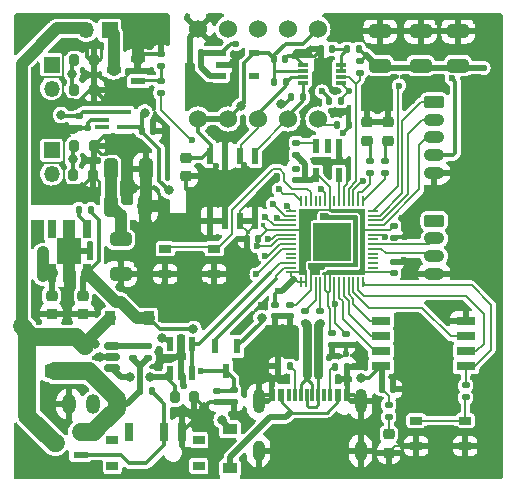
<source format=gtl>
%TF.GenerationSoftware,KiCad,Pcbnew,(6.0.4)*%
%TF.CreationDate,2023-01-05T00:39:55+09:00*%
%TF.ProjectId,prometheus-em,70726f6d-6574-4686-9575-732d656d2e6b,rev?*%
%TF.SameCoordinates,Original*%
%TF.FileFunction,Copper,L1,Top*%
%TF.FilePolarity,Positive*%
%FSLAX46Y46*%
G04 Gerber Fmt 4.6, Leading zero omitted, Abs format (unit mm)*
G04 Created by KiCad (PCBNEW (6.0.4)) date 2023-01-05 00:39:55*
%MOMM*%
%LPD*%
G01*
G04 APERTURE LIST*
G04 Aperture macros list*
%AMRoundRect*
0 Rectangle with rounded corners*
0 $1 Rounding radius*
0 $2 $3 $4 $5 $6 $7 $8 $9 X,Y pos of 4 corners*
0 Add a 4 corners polygon primitive as box body*
4,1,4,$2,$3,$4,$5,$6,$7,$8,$9,$2,$3,0*
0 Add four circle primitives for the rounded corners*
1,1,$1+$1,$2,$3*
1,1,$1+$1,$4,$5*
1,1,$1+$1,$6,$7*
1,1,$1+$1,$8,$9*
0 Add four rect primitives between the rounded corners*
20,1,$1+$1,$2,$3,$4,$5,0*
20,1,$1+$1,$4,$5,$6,$7,0*
20,1,$1+$1,$6,$7,$8,$9,0*
20,1,$1+$1,$8,$9,$2,$3,0*%
G04 Aperture macros list end*
%TA.AperFunction,SMDPad,CuDef*%
%ADD10RoundRect,0.135000X-0.135000X-0.185000X0.135000X-0.185000X0.135000X0.185000X-0.135000X0.185000X0*%
%TD*%
%TA.AperFunction,SMDPad,CuDef*%
%ADD11R,0.600000X1.400000*%
%TD*%
%TA.AperFunction,SMDPad,CuDef*%
%ADD12RoundRect,0.140000X-0.170000X0.140000X-0.170000X-0.140000X0.170000X-0.140000X0.170000X0.140000X0*%
%TD*%
%TA.AperFunction,SMDPad,CuDef*%
%ADD13RoundRect,0.250000X0.650000X-0.325000X0.650000X0.325000X-0.650000X0.325000X-0.650000X-0.325000X0*%
%TD*%
%TA.AperFunction,SMDPad,CuDef*%
%ADD14RoundRect,0.140000X0.140000X0.170000X-0.140000X0.170000X-0.140000X-0.170000X0.140000X-0.170000X0*%
%TD*%
%TA.AperFunction,SMDPad,CuDef*%
%ADD15RoundRect,0.135000X0.185000X-0.135000X0.185000X0.135000X-0.185000X0.135000X-0.185000X-0.135000X0*%
%TD*%
%TA.AperFunction,ComponentPad*%
%ADD16R,1.350000X1.350000*%
%TD*%
%TA.AperFunction,ComponentPad*%
%ADD17O,1.350000X1.350000*%
%TD*%
%TA.AperFunction,SMDPad,CuDef*%
%ADD18R,0.850000X0.200000*%
%TD*%
%TA.AperFunction,SMDPad,CuDef*%
%ADD19R,0.200000X0.850000*%
%TD*%
%TA.AperFunction,SMDPad,CuDef*%
%ADD20R,3.200000X3.200000*%
%TD*%
%TA.AperFunction,ComponentPad*%
%ADD21RoundRect,0.250000X-0.615000X0.265000X-0.615000X-0.265000X0.615000X-0.265000X0.615000X0.265000X0*%
%TD*%
%TA.AperFunction,ComponentPad*%
%ADD22O,1.730000X1.030000*%
%TD*%
%TA.AperFunction,SMDPad,CuDef*%
%ADD23RoundRect,0.150000X0.512500X0.150000X-0.512500X0.150000X-0.512500X-0.150000X0.512500X-0.150000X0*%
%TD*%
%TA.AperFunction,SMDPad,CuDef*%
%ADD24RoundRect,0.140000X0.170000X-0.140000X0.170000X0.140000X-0.170000X0.140000X-0.170000X-0.140000X0*%
%TD*%
%TA.AperFunction,SMDPad,CuDef*%
%ADD25RoundRect,0.140000X-0.140000X-0.170000X0.140000X-0.170000X0.140000X0.170000X-0.140000X0.170000X0*%
%TD*%
%TA.AperFunction,SMDPad,CuDef*%
%ADD26RoundRect,0.135000X0.135000X0.185000X-0.135000X0.185000X-0.135000X-0.185000X0.135000X-0.185000X0*%
%TD*%
%TA.AperFunction,SMDPad,CuDef*%
%ADD27R,0.850000X0.300000*%
%TD*%
%TA.AperFunction,SMDPad,CuDef*%
%ADD28R,0.900000X1.200000*%
%TD*%
%TA.AperFunction,SMDPad,CuDef*%
%ADD29R,1.300000X0.600000*%
%TD*%
%TA.AperFunction,SMDPad,CuDef*%
%ADD30R,1.200000X0.900000*%
%TD*%
%TA.AperFunction,SMDPad,CuDef*%
%ADD31RoundRect,0.135000X-0.185000X0.135000X-0.185000X-0.135000X0.185000X-0.135000X0.185000X0.135000X0*%
%TD*%
%TA.AperFunction,SMDPad,CuDef*%
%ADD32RoundRect,0.218750X-0.256250X0.218750X-0.256250X-0.218750X0.256250X-0.218750X0.256250X0.218750X0*%
%TD*%
%TA.AperFunction,SMDPad,CuDef*%
%ADD33R,0.900000X0.600000*%
%TD*%
%TA.AperFunction,SMDPad,CuDef*%
%ADD34R,1.050000X0.650000*%
%TD*%
%TA.AperFunction,SMDPad,CuDef*%
%ADD35R,1.650000X0.650000*%
%TD*%
%TA.AperFunction,SMDPad,CuDef*%
%ADD36R,0.700000X1.500000*%
%TD*%
%TA.AperFunction,SMDPad,CuDef*%
%ADD37R,1.000000X1.500000*%
%TD*%
%TA.AperFunction,SMDPad,CuDef*%
%ADD38R,2.000000X2.200000*%
%TD*%
%TA.AperFunction,SMDPad,CuDef*%
%ADD39RoundRect,0.250000X-0.650000X0.325000X-0.650000X-0.325000X0.650000X-0.325000X0.650000X0.325000X0*%
%TD*%
%TA.AperFunction,SMDPad,CuDef*%
%ADD40RoundRect,0.200000X-0.200000X-0.275000X0.200000X-0.275000X0.200000X0.275000X-0.200000X0.275000X0*%
%TD*%
%TA.AperFunction,SMDPad,CuDef*%
%ADD41RoundRect,0.225000X0.250000X-0.225000X0.250000X0.225000X-0.250000X0.225000X-0.250000X-0.225000X0*%
%TD*%
%TA.AperFunction,SMDPad,CuDef*%
%ADD42RoundRect,0.225000X-0.250000X0.225000X-0.250000X-0.225000X0.250000X-0.225000X0.250000X0.225000X0*%
%TD*%
%TA.AperFunction,SMDPad,CuDef*%
%ADD43RoundRect,0.218750X0.256250X-0.218750X0.256250X0.218750X-0.256250X0.218750X-0.256250X-0.218750X0*%
%TD*%
%TA.AperFunction,SMDPad,CuDef*%
%ADD44R,0.600000X1.140000*%
%TD*%
%TA.AperFunction,SMDPad,CuDef*%
%ADD45R,0.300000X1.140000*%
%TD*%
%TA.AperFunction,ComponentPad*%
%ADD46O,1.000000X1.800000*%
%TD*%
%TA.AperFunction,ComponentPad*%
%ADD47O,1.000000X2.100000*%
%TD*%
%TA.AperFunction,SMDPad,CuDef*%
%ADD48R,0.600000X1.250000*%
%TD*%
%TA.AperFunction,SMDPad,CuDef*%
%ADD49RoundRect,0.250000X-0.325000X-0.650000X0.325000X-0.650000X0.325000X0.650000X-0.325000X0.650000X0*%
%TD*%
%TA.AperFunction,ComponentPad*%
%ADD50C,1.524000*%
%TD*%
%TA.AperFunction,SMDPad,CuDef*%
%ADD51R,1.200000X0.450000*%
%TD*%
%TA.AperFunction,SMDPad,CuDef*%
%ADD52RoundRect,0.250000X0.625000X-0.312500X0.625000X0.312500X-0.625000X0.312500X-0.625000X-0.312500X0*%
%TD*%
%TA.AperFunction,SMDPad,CuDef*%
%ADD53R,0.600000X1.200000*%
%TD*%
%TA.AperFunction,SMDPad,CuDef*%
%ADD54R,1.000000X0.800000*%
%TD*%
%TA.AperFunction,SMDPad,CuDef*%
%ADD55R,0.600000X1.300000*%
%TD*%
%TA.AperFunction,ComponentPad*%
%ADD56R,1.200000X1.700000*%
%TD*%
%TA.AperFunction,ComponentPad*%
%ADD57O,1.200000X1.700000*%
%TD*%
%TA.AperFunction,ViaPad*%
%ADD58C,0.600000*%
%TD*%
%TA.AperFunction,ViaPad*%
%ADD59C,0.400000*%
%TD*%
%TA.AperFunction,ViaPad*%
%ADD60C,0.800000*%
%TD*%
%TA.AperFunction,Conductor*%
%ADD61C,0.200000*%
%TD*%
%TA.AperFunction,Conductor*%
%ADD62C,0.500000*%
%TD*%
%TA.AperFunction,Conductor*%
%ADD63C,0.350000*%
%TD*%
%TA.AperFunction,Conductor*%
%ADD64C,0.250000*%
%TD*%
%TA.AperFunction,Conductor*%
%ADD65C,1.000000*%
%TD*%
%TA.AperFunction,Conductor*%
%ADD66C,1.500000*%
%TD*%
%TA.AperFunction,Conductor*%
%ADD67C,0.800000*%
%TD*%
G04 APERTURE END LIST*
D10*
%TO.P,R4,1*%
%TO.N,Net-(R4-Pad1)*%
X63490000Y-66200000D03*
%TO.P,R4,2*%
%TO.N,GND*%
X64510000Y-66200000D03*
%TD*%
D11*
%TO.P,IC11,1,NC*%
%TO.N,GND*%
X52945000Y-53850000D03*
%TO.P,IC11,2,A1*%
X54215000Y-53850000D03*
%TO.P,IC11,3,A2*%
X55485000Y-53850000D03*
%TO.P,IC11,4,GND*%
X56755000Y-53850000D03*
%TO.P,IC11,5,SDA*%
%TO.N,/IMU_SDA*%
X56755000Y-48350000D03*
%TO.P,IC11,6,SCL*%
%TO.N,/IMU_SCL*%
X55485000Y-48350000D03*
%TO.P,IC11,7,WP*%
%TO.N,GND*%
X54215000Y-48350000D03*
%TO.P,IC11,8,VCC*%
%TO.N,+1V8*%
X52945000Y-48350000D03*
%TD*%
D12*
%TO.P,C4,1*%
%TO.N,+1V1*%
X64389000Y-63401000D03*
%TO.P,C4,2*%
%TO.N,GND*%
X64389000Y-64361000D03*
%TD*%
D13*
%TO.P,C26,1*%
%TO.N,+3V3*%
X73914000Y-40718000D03*
%TO.P,C26,2*%
%TO.N,GND*%
X73914000Y-37768000D03*
%TD*%
D14*
%TO.P,C22,1*%
%TO.N,+3V3*%
X52169000Y-39624000D03*
%TO.P,C22,2*%
%TO.N,GND*%
X51209000Y-39624000D03*
%TD*%
D12*
%TO.P,C3,1*%
%TO.N,+3V3*%
X63246000Y-63373000D03*
%TO.P,C3,2*%
%TO.N,GND*%
X63246000Y-64333000D03*
%TD*%
D15*
%TO.P,R19,1*%
%TO.N,/BAT_IN*%
X47691000Y-65452800D03*
%TO.P,R19,2*%
%TO.N,Net-(R19-Pad2)*%
X47691000Y-64432800D03*
%TD*%
D16*
%TO.P,J8,1,Pin_1*%
%TO.N,Net-(J8-Pad1)*%
X44434000Y-37719000D03*
D17*
%TO.P,J8,2,Pin_2*%
%TO.N,/7V4*%
X42434000Y-37719000D03*
%TD*%
D18*
%TO.P,IC1,1,IOVDD_1*%
%TO.N,+3V3*%
X66696000Y-58226000D03*
%TO.P,IC1,2,GPIO0*%
%TO.N,unconnected-(IC1-Pad2)*%
X66696000Y-57826000D03*
%TO.P,IC1,3,GPIO1*%
%TO.N,unconnected-(IC1-Pad3)*%
X66696000Y-57426000D03*
%TO.P,IC1,4,GPIO2*%
%TO.N,unconnected-(IC1-Pad4)*%
X66696000Y-57026000D03*
%TO.P,IC1,5,GPIO3*%
%TO.N,unconnected-(IC1-Pad5)*%
X66696000Y-56626000D03*
%TO.P,IC1,6,GPIO4*%
%TO.N,/GPIO4_GNSS_TX*%
X66696000Y-56226000D03*
%TO.P,IC1,7,GPIO5*%
%TO.N,/GPIO5_GNSS_RX*%
X66696000Y-55826000D03*
%TO.P,IC1,8,GPIO6*%
%TO.N,unconnected-(IC1-Pad8)*%
X66696000Y-55426000D03*
%TO.P,IC1,9,GPIO7*%
%TO.N,/GPIO7_GNSS_VCC*%
X66696000Y-55026000D03*
%TO.P,IC1,10,IOVDD_2*%
%TO.N,+3V3*%
X66696000Y-54626000D03*
%TO.P,IC1,11,GPIO8*%
%TO.N,/GPIO8_ToF_SDA*%
X66696000Y-54226000D03*
%TO.P,IC1,12,GPIO9*%
%TO.N,/GPIO9_ToF_SCL*%
X66696000Y-53826000D03*
%TO.P,IC1,13,GPIO10*%
%TO.N,/GPIO10_ToF_LPn*%
X66696000Y-53426000D03*
%TO.P,IC1,14,GPIO11*%
%TO.N,/GPIO14_ToF_VCC*%
X66696000Y-53026000D03*
D19*
%TO.P,IC1,15,GPIO12*%
%TO.N,/GPIO12_LED*%
X65846000Y-52176000D03*
%TO.P,IC1,16,GPIO13*%
%TO.N,/GPIO13_LED*%
X65446000Y-52176000D03*
%TO.P,IC1,17,GPIO14*%
%TO.N,/GPIO14_IMU_SDA*%
X65046000Y-52176000D03*
%TO.P,IC1,18,GPIO15*%
%TO.N,/GPIO15_IMU_SCL*%
X64646000Y-52176000D03*
%TO.P,IC1,19,TESTEN*%
%TO.N,GND*%
X64246000Y-52176000D03*
%TO.P,IC1,20,XIN*%
%TO.N,/XIN*%
X63846000Y-52176000D03*
%TO.P,IC1,21,XOUT*%
%TO.N,unconnected-(IC1-Pad21)*%
X63446000Y-52176000D03*
%TO.P,IC1,22,IOVDD_3*%
%TO.N,+3V3*%
X63046000Y-52176000D03*
%TO.P,IC1,23,DVDD_1*%
%TO.N,+1V1*%
X62646000Y-52176000D03*
%TO.P,IC1,24,SWCLK*%
%TO.N,unconnected-(IC1-Pad24)*%
X62246000Y-52176000D03*
%TO.P,IC1,25,SWDIO*%
%TO.N,unconnected-(IC1-Pad25)*%
X61846000Y-52176000D03*
%TO.P,IC1,26,RUN*%
%TO.N,/RUN*%
X61446000Y-52176000D03*
%TO.P,IC1,27,GPIO16*%
%TO.N,unconnected-(IC1-Pad27)*%
X61046000Y-52176000D03*
%TO.P,IC1,28,GPIO17*%
%TO.N,/GPIO17_Nichrome*%
X60646000Y-52176000D03*
D18*
%TO.P,IC1,29,GPIO18*%
%TO.N,/GPIO18_MO_B1*%
X59796000Y-53026000D03*
%TO.P,IC1,30,GPIO19*%
%TO.N,/GPIO19_MO_B2*%
X59796000Y-53426000D03*
%TO.P,IC1,31,GPIO20*%
%TO.N,/GPIO20_MO_A1*%
X59796000Y-53826000D03*
%TO.P,IC1,32,GPIO21*%
%TO.N,/GPIO21_MO_A2*%
X59796000Y-54226000D03*
%TO.P,IC1,33,IOVDD_4*%
%TO.N,+3V3*%
X59796000Y-54626000D03*
%TO.P,IC1,34,GPIO22*%
%TO.N,/GPIO22_MOE_A1*%
X59796000Y-55026000D03*
%TO.P,IC1,35,GPIO23*%
%TO.N,/GPIO23_MOE_B1*%
X59796000Y-55426000D03*
%TO.P,IC1,36,GPIO24*%
%TO.N,/GPIO24_MOE_A2*%
X59796000Y-55826000D03*
%TO.P,IC1,37,GPIO25*%
%TO.N,/GPIO25_MOE_B2*%
X59796000Y-56226000D03*
%TO.P,IC1,38,GPIO26/ADC0*%
%TO.N,unconnected-(IC1-Pad38)*%
X59796000Y-56626000D03*
%TO.P,IC1,39,GPIO27/ADC1*%
%TO.N,unconnected-(IC1-Pad39)*%
X59796000Y-57026000D03*
%TO.P,IC1,40,GPIO28/ADC2*%
%TO.N,/GPIO28_Imonitor*%
X59796000Y-57426000D03*
%TO.P,IC1,41,GPIO29/ADC3*%
%TO.N,/GPIO29_Vmonitor*%
X59796000Y-57826000D03*
%TO.P,IC1,42,IOVDD_5*%
%TO.N,+3V3*%
X59796000Y-58226000D03*
D19*
%TO.P,IC1,43,ADC_AVDD*%
X60646000Y-59076000D03*
%TO.P,IC1,44,VREG_VIN*%
X61046000Y-59076000D03*
%TO.P,IC1,45,VREG_VOUT*%
%TO.N,+1V1*%
X61446000Y-59076000D03*
%TO.P,IC1,46,USB_DM*%
%TO.N,Net-(IC1-Pad46)*%
X61846000Y-59076000D03*
%TO.P,IC1,47,USB_DP*%
%TO.N,Net-(IC1-Pad47)*%
X62246000Y-59076000D03*
%TO.P,IC1,48,USB_VDD*%
%TO.N,+3V3*%
X62646000Y-59076000D03*
%TO.P,IC1,49,IOVDD_6*%
X63046000Y-59076000D03*
%TO.P,IC1,50,DVDD_2*%
%TO.N,+1V1*%
X63446000Y-59076000D03*
%TO.P,IC1,51,QSPI_SD3*%
%TO.N,/QSPI_SD3*%
X63846000Y-59076000D03*
%TO.P,IC1,52,QSPI_SCLK*%
%TO.N,/QSPI_SCLK*%
X64246000Y-59076000D03*
%TO.P,IC1,53,QSPI_SD0*%
%TO.N,/QSPI_SD0*%
X64646000Y-59076000D03*
%TO.P,IC1,54,QSPI_SD2*%
%TO.N,/QSPI_SD2*%
X65046000Y-59076000D03*
%TO.P,IC1,55,QSPI_SD1*%
%TO.N,/QSPI_SD1*%
X65446000Y-59076000D03*
%TO.P,IC1,56,QSPI_SS_N*%
%TO.N,/QSPI_SS*%
X65846000Y-59076000D03*
D20*
%TO.P,IC1,57,GND*%
%TO.N,GND*%
X63246000Y-55626000D03*
%TD*%
D21*
%TO.P,J4,1,Pin_1*%
%TO.N,/GPIO10_ToF_LPn*%
X71900000Y-43800000D03*
D22*
%TO.P,J4,2,Pin_2*%
%TO.N,/GPIO9_ToF_SCL*%
X71900000Y-45300000D03*
%TO.P,J4,3,Pin_3*%
%TO.N,/GPIO8_ToF_SDA*%
X71900000Y-46800000D03*
%TO.P,J4,4,Pin_4*%
%TO.N,Net-(J4-Pad4)*%
X71900000Y-48300000D03*
%TO.P,J4,5,Pin_5*%
%TO.N,GND*%
X71900000Y-49800000D03*
%TD*%
D15*
%TO.P,R20,1*%
%TO.N,/BAT_IN*%
X46421000Y-65452800D03*
%TO.P,R20,2*%
%TO.N,Net-(R19-Pad2)*%
X46421000Y-64432800D03*
%TD*%
D23*
%TO.P,U3,1*%
%TO.N,Net-(IC7-Pad1)*%
X44637500Y-66350000D03*
%TO.P,U3,2,V-*%
%TO.N,GND*%
X44637500Y-65400000D03*
%TO.P,U3,3,-*%
%TO.N,Net-(R19-Pad2)*%
X44637500Y-64450000D03*
%TO.P,U3,4,+*%
%TO.N,/7V4*%
X42362500Y-64450000D03*
%TO.P,U3,5,V+*%
%TO.N,/BAT_IN*%
X42362500Y-66350000D03*
%TD*%
D24*
%TO.P,C7,1*%
%TO.N,+3V3*%
X60198000Y-50419000D03*
%TO.P,C7,2*%
%TO.N,GND*%
X60198000Y-49459000D03*
%TD*%
D25*
%TO.P,C25,1*%
%TO.N,/3V3A*%
X47145000Y-46228000D03*
%TO.P,C25,2*%
%TO.N,GND*%
X48105000Y-46228000D03*
%TD*%
D26*
%TO.P,R8,1*%
%TO.N,+3V3*%
X65510000Y-39300000D03*
%TO.P,R8,2*%
%TO.N,Net-(C13-Pad1)*%
X64490000Y-39300000D03*
%TD*%
%TO.P,R3,1*%
%TO.N,Net-(R3-Pad1)*%
X59692000Y-66167000D03*
%TO.P,R3,2*%
%TO.N,GND*%
X58672000Y-66167000D03*
%TD*%
D10*
%TO.P,R27,1*%
%TO.N,Net-(IC8-Pad1)*%
X41790000Y-52900000D03*
%TO.P,R27,2*%
%TO.N,/VREG*%
X42810000Y-52900000D03*
%TD*%
D12*
%TO.P,C24,1*%
%TO.N,/7V4*%
X41783000Y-45014000D03*
%TO.P,C24,2*%
%TO.N,GND*%
X41783000Y-45974000D03*
%TD*%
D27*
%TO.P,IC6,1,GND*%
%TO.N,GND*%
X60825000Y-40650000D03*
%TO.P,IC6,2,VREF1*%
%TO.N,+1V8*%
X60825000Y-41150000D03*
%TO.P,IC6,3,SCL1*%
%TO.N,/IMU_SCL*%
X60825000Y-41650000D03*
%TO.P,IC6,4,SDA1*%
%TO.N,/IMU_SDA*%
X60825000Y-42150000D03*
%TO.P,IC6,5,SDA2*%
%TO.N,/GPIO14_IMU_SDA*%
X63975000Y-42150000D03*
%TO.P,IC6,6,SCL2*%
%TO.N,/GPIO15_IMU_SCL*%
X63975000Y-41650000D03*
%TO.P,IC6,7,VREF2*%
%TO.N,Net-(C13-Pad1)*%
X63975000Y-41150000D03*
%TO.P,IC6,8,EN*%
X63975000Y-40650000D03*
%TD*%
D26*
%TO.P,R15,1*%
%TO.N,/IMU_SCL*%
X59310000Y-42100000D03*
%TO.P,R15,2*%
%TO.N,+1V8*%
X58290000Y-42100000D03*
%TD*%
D28*
%TO.P,D4,1,K*%
%TO.N,/VREG*%
X47751000Y-62103000D03*
%TO.P,D4,2,A*%
%TO.N,/7V4*%
X44451000Y-62103000D03*
%TD*%
D13*
%TO.P,C19,1*%
%TO.N,+3V3*%
X67310000Y-40718000D03*
%TO.P,C19,2*%
%TO.N,GND*%
X67310000Y-37768000D03*
%TD*%
D29*
%TO.P,Q2,1,G*%
%TO.N,Net-(Q2-Pad1)*%
X46850000Y-42050000D03*
%TO.P,Q2,2,S*%
%TO.N,GND*%
X46850000Y-40150000D03*
%TO.P,Q2,3,D*%
%TO.N,Net-(J8-Pad1)*%
X44750000Y-41100000D03*
%TD*%
D30*
%TO.P,D2,1,K*%
%TO.N,/VREG*%
X54610000Y-71502000D03*
%TO.P,D2,2,A*%
%TO.N,/VBUS*%
X54610000Y-74802000D03*
%TD*%
D31*
%TO.P,R18,1*%
%TO.N,Net-(C14-Pad1)*%
X54914800Y-68197000D03*
%TO.P,R18,2*%
%TO.N,GND*%
X54914800Y-69217000D03*
%TD*%
D14*
%TO.P,C13,1*%
%TO.N,Net-(C13-Pad1)*%
X63280000Y-39300000D03*
%TO.P,C13,2*%
%TO.N,GND*%
X62320000Y-39300000D03*
%TD*%
D15*
%TO.P,R2,1*%
%TO.N,Net-(R2-Pad1)*%
X74550000Y-68810000D03*
%TO.P,R2,2*%
%TO.N,/QSPI_SS*%
X74550000Y-67790000D03*
%TD*%
D32*
%TO.P,D5,1,K*%
%TO.N,GND*%
X66200000Y-45512500D03*
%TO.P,D5,2,A*%
%TO.N,Net-(D5-Pad2)*%
X66200000Y-47087500D03*
%TD*%
D25*
%TO.P,C12,1*%
%TO.N,+3V3*%
X67465000Y-68072000D03*
%TO.P,C12,2*%
%TO.N,GND*%
X68425000Y-68072000D03*
%TD*%
D15*
%TO.P,R7,1*%
%TO.N,/GPIO12_LED*%
X67691000Y-49786000D03*
%TO.P,R7,2*%
%TO.N,Net-(D1-Pad2)*%
X67691000Y-48766000D03*
%TD*%
D33*
%TO.P,IC9,1,VIN*%
%TO.N,+3V3*%
X53845000Y-39690000D03*
%TO.P,IC9,2,GND*%
%TO.N,GND*%
X53845000Y-40640000D03*
%TO.P,IC9,3,CONTROL*%
%TO.N,+3V3*%
X53845000Y-41590000D03*
%TO.P,IC9,4,CS*%
%TO.N,unconnected-(IC9-Pad4)*%
X56645000Y-41590000D03*
%TO.P,IC9,5,VOUT*%
%TO.N,+1V8*%
X56645000Y-39690000D03*
%TD*%
D34*
%TO.P,S2,1,1*%
%TO.N,/RUN*%
X49125000Y-56225000D03*
%TO.P,S2,2,2*%
X53275000Y-56225000D03*
%TO.P,S2,3,3*%
%TO.N,GND*%
X49125000Y-58375000D03*
%TO.P,S2,4,4*%
X53275000Y-58375000D03*
%TD*%
D25*
%TO.P,C23,1*%
%TO.N,+1V8*%
X58321000Y-40132000D03*
%TO.P,C23,2*%
%TO.N,GND*%
X59281000Y-40132000D03*
%TD*%
D14*
%TO.P,C11,1*%
%TO.N,+3V3*%
X57010000Y-55400000D03*
%TO.P,C11,2*%
%TO.N,GND*%
X56050000Y-55400000D03*
%TD*%
D21*
%TO.P,J2,1,Pin_1*%
%TO.N,Net-(J2-Pad1)*%
X71900000Y-53850000D03*
D22*
%TO.P,J2,2,Pin_2*%
%TO.N,/GPIO5_GNSS_RX*%
X71900000Y-55350000D03*
%TO.P,J2,3,Pin_3*%
%TO.N,/GPIO4_GNSS_TX*%
X71900000Y-56850000D03*
%TO.P,J2,4,Pin_4*%
%TO.N,GND*%
X71900000Y-58350000D03*
%TD*%
D35*
%TO.P,IC3,1,/CS*%
%TO.N,/QSPI_SS*%
X74593000Y-66167000D03*
%TO.P,IC3,2,DO_(IO1)*%
%TO.N,/QSPI_SD1*%
X74593000Y-64897000D03*
%TO.P,IC3,3,/WP_(IO2)*%
%TO.N,/QSPI_SD2*%
X74593000Y-63627000D03*
%TO.P,IC3,4,GND*%
%TO.N,GND*%
X74593000Y-62357000D03*
%TO.P,IC3,5,DI_(IO0)*%
%TO.N,/QSPI_SD0*%
X67393000Y-62357000D03*
%TO.P,IC3,6,CLK*%
%TO.N,/QSPI_SCLK*%
X67393000Y-63627000D03*
%TO.P,IC3,7,/HOLD_OR_/RESET_(IO3)*%
%TO.N,/QSPI_SD3*%
X67393000Y-64897000D03*
%TO.P,IC3,8,VCC*%
%TO.N,+3V3*%
X67393000Y-66167000D03*
%TD*%
D36*
%TO.P,IC8,1,CONTROL*%
%TO.N,Net-(IC8-Pad1)*%
X42500000Y-54538000D03*
D37*
%TO.P,IC8,2,GND_1*%
%TO.N,GND*%
X41000000Y-54538000D03*
D38*
X41000000Y-56388000D03*
D36*
%TO.P,IC8,3,N.C.*%
%TO.N,unconnected-(IC8-Pad3)*%
X39500000Y-54538000D03*
%TO.P,IC8,4,VOUT*%
%TO.N,+3V3*%
X39500000Y-58238000D03*
D37*
%TO.P,IC8,5,GND_2*%
%TO.N,GND*%
X41000000Y-58238000D03*
D36*
%TO.P,IC8,6,VIN*%
%TO.N,/VREG*%
X42500000Y-58238000D03*
%TD*%
D39*
%TO.P,C21,1*%
%TO.N,/7V4*%
X45339000Y-55421000D03*
%TO.P,C21,2*%
%TO.N,GND*%
X45339000Y-58371000D03*
%TD*%
D10*
%TO.P,R22,1*%
%TO.N,/BAT_IN*%
X46990000Y-68300000D03*
%TO.P,R22,2*%
%TO.N,Net-(Q3-Pad1)*%
X48010000Y-68300000D03*
%TD*%
D34*
%TO.P,S1,4,4*%
%TO.N,GND*%
X74525000Y-72925000D03*
%TO.P,S1,3,3*%
X70375000Y-72925000D03*
%TO.P,S1,2,2*%
%TO.N,Net-(R2-Pad1)*%
X74525000Y-70775000D03*
%TO.P,S1,1,1*%
X70375000Y-70775000D03*
%TD*%
D15*
%TO.P,R31,1*%
%TO.N,/GPIO13_LED*%
X66500000Y-49786000D03*
%TO.P,R31,2*%
%TO.N,Net-(D5-Pad2)*%
X66500000Y-48766000D03*
%TD*%
D40*
%TO.P,R10,1*%
%TO.N,Net-(IC4-Pad7)*%
X41435000Y-47500000D03*
%TO.P,R10,2*%
%TO.N,GND*%
X43085000Y-47500000D03*
%TD*%
D24*
%TO.P,C1,1*%
%TO.N,+3V3*%
X68500000Y-58280000D03*
%TO.P,C1,2*%
%TO.N,GND*%
X68500000Y-57320000D03*
%TD*%
D13*
%TO.P,C17,1*%
%TO.N,+3V3*%
X70739000Y-40718000D03*
%TO.P,C17,2*%
%TO.N,GND*%
X70739000Y-37768000D03*
%TD*%
D31*
%TO.P,R28,1*%
%TO.N,+3V3*%
X68050000Y-69440000D03*
%TO.P,R28,2*%
%TO.N,Net-(D3-Pad2)*%
X68050000Y-70460000D03*
%TD*%
D40*
%TO.P,R25,1*%
%TO.N,Net-(IC7-Pad1)*%
X49937400Y-68808600D03*
%TO.P,R25,2*%
%TO.N,GND*%
X51587400Y-68808600D03*
%TD*%
D12*
%TO.P,C14,1*%
%TO.N,Net-(C14-Pad1)*%
X53517800Y-68227000D03*
%TO.P,C14,2*%
%TO.N,GND*%
X53517800Y-69187000D03*
%TD*%
D29*
%TO.P,Q3,1*%
%TO.N,Net-(Q3-Pad1)*%
X41950000Y-73650000D03*
%TO.P,Q3,2*%
%TO.N,/BAT_IN*%
X41950000Y-71750000D03*
%TO.P,Q3,3*%
%TO.N,/7V4*%
X39850000Y-72700000D03*
%TD*%
D26*
%TO.P,R16,1*%
%TO.N,/IMU_SDA*%
X60810000Y-43400000D03*
%TO.P,R16,2*%
%TO.N,+1V8*%
X59790000Y-43400000D03*
%TD*%
D31*
%TO.P,R9,1*%
%TO.N,+3V3*%
X65600000Y-40290000D03*
%TO.P,R9,2*%
%TO.N,/GPIO15_IMU_SCL*%
X65600000Y-41310000D03*
%TD*%
D15*
%TO.P,R24,1*%
%TO.N,Net-(Q2-Pad1)*%
X48750000Y-40760000D03*
%TO.P,R24,2*%
%TO.N,GND*%
X48750000Y-39740000D03*
%TD*%
%TO.P,R21,1*%
%TO.N,/GPIO17_Nichrome*%
X48750000Y-43010000D03*
%TO.P,R21,2*%
%TO.N,Net-(Q2-Pad1)*%
X48750000Y-41990000D03*
%TD*%
D41*
%TO.P,C16,1*%
%TO.N,GND*%
X39497000Y-61735000D03*
%TO.P,C16,2*%
%TO.N,+3V3*%
X39497000Y-60185000D03*
%TD*%
D31*
%TO.P,R5,1*%
%TO.N,Net-(IC1-Pad47)*%
X62230000Y-61466000D03*
%TO.P,R5,2*%
%TO.N,/USB_D_P*%
X62230000Y-62486000D03*
%TD*%
D12*
%TO.P,C8,1*%
%TO.N,+3V3*%
X58420000Y-60988000D03*
%TO.P,C8,2*%
%TO.N,GND*%
X58420000Y-61948000D03*
%TD*%
D32*
%TO.P,D1,1,K*%
%TO.N,GND*%
X68000000Y-45512500D03*
%TO.P,D1,2,A*%
%TO.N,Net-(D1-Pad2)*%
X68000000Y-47087500D03*
%TD*%
D42*
%TO.P,C27,1*%
%TO.N,+1V8*%
X50900000Y-48525000D03*
%TO.P,C27,2*%
%TO.N,GND*%
X50900000Y-50075000D03*
%TD*%
D15*
%TO.P,R1,1*%
%TO.N,+3V3*%
X60198000Y-48262000D03*
%TO.P,R1,2*%
%TO.N,Net-(IC2-Pad3)*%
X60198000Y-47242000D03*
%TD*%
D26*
%TO.P,R30,1*%
%TO.N,GND*%
X64645000Y-45720000D03*
%TO.P,R30,2*%
%TO.N,Net-(R30-Pad2)*%
X63625000Y-45720000D03*
%TD*%
D40*
%TO.P,R11,1*%
%TO.N,Net-(IC5-Pad7)*%
X41425000Y-42750000D03*
%TO.P,R11,2*%
%TO.N,GND*%
X43075000Y-42750000D03*
%TD*%
D43*
%TO.P,D3,2,A*%
%TO.N,Net-(D3-Pad2)*%
X68050000Y-71912500D03*
%TO.P,D3,1,K*%
%TO.N,GND*%
X68050000Y-73487500D03*
%TD*%
D44*
%TO.P,U1,1,A1-B12_GND*%
%TO.N,GND*%
X58141000Y-68579000D03*
%TO.P,U1,2,A4-B9_VBUS*%
%TO.N,/VBUS*%
X58941000Y-68579000D03*
D45*
%TO.P,U1,3,B8_SBU2*%
%TO.N,unconnected-(U1-Pad3)*%
X59591000Y-68579000D03*
%TO.P,U1,4,A5_CC1*%
%TO.N,Net-(R3-Pad1)*%
X60091000Y-68579000D03*
%TO.P,U1,5,B7_DN2*%
%TO.N,/USB_D_N*%
X60591000Y-68579000D03*
%TO.P,U1,6,A6_DP1*%
%TO.N,/USB_D_P*%
X61091000Y-68579000D03*
%TO.P,U1,7,A7_DN1*%
%TO.N,/USB_D_N*%
X61591000Y-68579000D03*
%TO.P,U1,8,B6_DP2*%
%TO.N,/USB_D_P*%
X62091000Y-68579000D03*
%TO.P,U1,9,A8_SBU1*%
%TO.N,unconnected-(U1-Pad9)*%
X62591000Y-68579000D03*
%TO.P,U1,10,B5_CC2*%
%TO.N,Net-(R4-Pad1)*%
X63091000Y-68579000D03*
D44*
%TO.P,U1,11,A9-B4_VBUS*%
%TO.N,/VBUS*%
X63741000Y-68579000D03*
%TO.P,U1,12,A12-B1_GND*%
%TO.N,GND*%
X64541000Y-68579000D03*
D46*
%TO.P,U1,SHIELD,SHIELD*%
X65661000Y-73329000D03*
D47*
X57021000Y-69149000D03*
D46*
X57021000Y-73329000D03*
D47*
X65661000Y-69149000D03*
%TD*%
D42*
%TO.P,C15,1*%
%TO.N,/VREG*%
X42164000Y-60185000D03*
%TO.P,C15,2*%
%TO.N,GND*%
X42164000Y-61735000D03*
%TD*%
D48*
%TO.P,IC2,1,GND*%
%TO.N,GND*%
X63815000Y-47518000D03*
%TO.P,IC2,2,NC*%
%TO.N,unconnected-(IC2-Pad2)*%
X62865000Y-47518000D03*
%TO.P,IC2,3,OE/~{ST}/NC*%
%TO.N,Net-(IC2-Pad3)*%
X61915000Y-47518000D03*
%TO.P,IC2,4,VDD*%
%TO.N,+3V3*%
X61915000Y-50018000D03*
%TO.P,IC2,5,OUT*%
%TO.N,/XIN*%
X63815000Y-50018000D03*
%TD*%
D10*
%TO.P,R12,1*%
%TO.N,+3V3*%
X62990000Y-43700000D03*
%TO.P,R12,2*%
%TO.N,/GPIO14_IMU_SDA*%
X64010000Y-43700000D03*
%TD*%
D49*
%TO.P,C18,1*%
%TO.N,/7V4*%
X44499000Y-52578000D03*
%TO.P,C18,2*%
%TO.N,GND*%
X47449000Y-52578000D03*
%TD*%
D50*
%TO.P,U2,1,VDD*%
%TO.N,+1V8*%
X51896000Y-45229000D03*
%TO.P,U2,2,VDDIO*%
X54436000Y-45229000D03*
%TO.P,U2,3,SCL*%
%TO.N,/IMU_SCL*%
X56976000Y-45229000D03*
%TO.P,U2,4,SDA*%
%TO.N,/IMU_SDA*%
X59516000Y-45229000D03*
%TO.P,U2,5,AD0*%
%TO.N,Net-(R30-Pad2)*%
X62056000Y-45229000D03*
%TO.P,U2,6,CS*%
%TO.N,+1V8*%
X62056000Y-37609000D03*
%TO.P,U2,7,AUX_CL*%
%TO.N,unconnected-(U2-Pad7)*%
X59516000Y-37609000D03*
%TO.P,U2,8,AUX_DA*%
%TO.N,unconnected-(U2-Pad8)*%
X56976000Y-37609000D03*
%TO.P,U2,9,INT*%
%TO.N,unconnected-(U2-Pad9)*%
X54436000Y-37609000D03*
%TO.P,U2,10,GND*%
%TO.N,GND*%
X51896000Y-37609000D03*
%TD*%
D40*
%TO.P,R14,1*%
%TO.N,Net-(IC5-Pad7)*%
X41425000Y-40250000D03*
%TO.P,R14,2*%
%TO.N,GND*%
X43075000Y-40250000D03*
%TD*%
D51*
%TO.P,IC10,1,CONTROL*%
%TO.N,/7V4*%
X43800000Y-44650000D03*
%TO.P,IC10,2,GND*%
%TO.N,GND*%
X43800000Y-45300000D03*
%TO.P,IC10,3,NC*%
%TO.N,unconnected-(IC10-Pad3)*%
X43800000Y-45950000D03*
%TO.P,IC10,4,VOUT*%
%TO.N,/3V3A*%
X45600000Y-45950000D03*
%TO.P,IC10,5,VIN*%
%TO.N,/7V4*%
X45600000Y-44650000D03*
%TD*%
D52*
%TO.P,R29,1*%
%TO.N,/BAT_IN*%
X39751000Y-66613500D03*
%TO.P,R29,2*%
%TO.N,/7V4*%
X39751000Y-63688500D03*
%TD*%
D53*
%TO.P,IC7,1,IN(+)*%
%TO.N,Net-(IC7-Pad1)*%
X49494400Y-66756600D03*
%TO.P,IC7,2,VSS*%
%TO.N,GND*%
X50444400Y-66756600D03*
%TO.P,IC7,3,IN(-)*%
%TO.N,/GPIO28_Imonitor*%
X51394400Y-66756600D03*
%TO.P,IC7,4,OUT*%
X51394400Y-64256600D03*
%TO.P,IC7,5,VDD*%
%TO.N,+3V3*%
X49494400Y-64256600D03*
%TD*%
D49*
%TO.P,C20,1*%
%TO.N,/7V4*%
X44525000Y-49500000D03*
%TO.P,C20,2*%
%TO.N,GND*%
X47475000Y-49500000D03*
%TD*%
D12*
%TO.P,C2,1*%
%TO.N,+3V3*%
X68500000Y-54320000D03*
%TO.P,C2,2*%
%TO.N,GND*%
X68500000Y-55280000D03*
%TD*%
D36*
%TO.P,S3,1,1*%
%TO.N,unconnected-(S3-Pad1)*%
X46050000Y-71750000D03*
%TO.P,S3,2,2*%
%TO.N,Net-(Q3-Pad1)*%
X49050000Y-71750000D03*
%TO.P,S3,3,3*%
%TO.N,GND*%
X50550000Y-71750000D03*
D54*
%TO.P,S3,4,4*%
%TO.N,unconnected-(S3-Pad4)*%
X44650000Y-72400000D03*
%TO.P,S3,5,5*%
%TO.N,unconnected-(S3-Pad5)*%
X44650000Y-74600000D03*
%TO.P,S3,6,6*%
%TO.N,unconnected-(S3-Pad6)*%
X51950000Y-72400000D03*
%TO.P,S3,7,7*%
%TO.N,unconnected-(S3-Pad7)*%
X51950000Y-74600000D03*
%TD*%
D12*
%TO.P,C9,1*%
%TO.N,+1V1*%
X59690000Y-60988000D03*
%TO.P,C9,2*%
%TO.N,GND*%
X59690000Y-61948000D03*
%TD*%
D31*
%TO.P,R6,1*%
%TO.N,Net-(IC1-Pad46)*%
X60960000Y-61466000D03*
%TO.P,R6,2*%
%TO.N,/USB_D_N*%
X60960000Y-62486000D03*
%TD*%
D55*
%TO.P,Q1,1,G*%
%TO.N,+3V3*%
X55229800Y-64482000D03*
%TO.P,Q1,2,S*%
%TO.N,/GPIO29_Vmonitor*%
X53329800Y-64482000D03*
%TO.P,Q1,3,D*%
%TO.N,Net-(C14-Pad1)*%
X54279800Y-66582000D03*
%TD*%
D40*
%TO.P,R13,1*%
%TO.N,Net-(IC4-Pad7)*%
X41350000Y-50000000D03*
%TO.P,R13,2*%
%TO.N,GND*%
X43000000Y-50000000D03*
%TD*%
D16*
%TO.P,J5,1,Pin_1*%
%TO.N,/M1_PLUS*%
X39497000Y-47895000D03*
D17*
%TO.P,J5,2,Pin_2*%
%TO.N,/M1_MINUS*%
X39497000Y-49895000D03*
%TD*%
D56*
%TO.P,J7,1,Pin_1*%
%TO.N,/BAT_IN*%
X45000000Y-69381200D03*
D57*
%TO.P,J7,2,Pin_2*%
%TO.N,unconnected-(J7-Pad2)*%
X43000000Y-69381200D03*
%TO.P,J7,3,Pin_3*%
%TO.N,GND*%
X41000000Y-69381200D03*
%TD*%
D16*
%TO.P,J6,1,Pin_1*%
%TO.N,/M2_PLUS*%
X39497000Y-40656000D03*
D17*
%TO.P,J6,2,Pin_2*%
%TO.N,/M2_MINUS*%
X39497000Y-42656000D03*
%TD*%
D58*
%TO.N,GND*%
X53960000Y-46490000D03*
X55710000Y-45260000D03*
D59*
X56100000Y-54800000D03*
D58*
X52150000Y-56652180D03*
X49500000Y-57250000D03*
X74400000Y-45350000D03*
X74400000Y-46600000D03*
X68750000Y-39550000D03*
X72350000Y-39500000D03*
X77300000Y-38550000D03*
X77350000Y-36700000D03*
X68500000Y-41650000D03*
X66250000Y-42000000D03*
X77350000Y-40900000D03*
X75500000Y-39500000D03*
%TO.N,+3V3*%
X68994000Y-40894000D03*
%TO.N,Net-(J4-Pad4)*%
X73400000Y-41792500D03*
%TO.N,/GPIO14_ToF_VCC*%
X68900000Y-42400000D03*
D60*
%TO.N,+3V3*%
X38735000Y-57531000D03*
X65659000Y-67183000D03*
D58*
X55118000Y-38862000D03*
X58674000Y-59817000D03*
X66100000Y-39800000D03*
X62400000Y-42900000D03*
D60*
X38735000Y-58547000D03*
D58*
X60705000Y-48769000D03*
D60*
X38735000Y-56515000D03*
X48810723Y-63766500D03*
D59*
X57435380Y-54174612D03*
D60*
X57277000Y-62103000D03*
D58*
X76073000Y-40894000D03*
%TO.N,GND*%
X36750000Y-39000000D03*
X56100000Y-57800000D03*
X58500000Y-73500000D03*
X60100000Y-39900000D03*
X38000000Y-59500000D03*
X71000000Y-64250000D03*
X58572830Y-50077170D03*
X73750000Y-71500000D03*
X38000000Y-49000000D03*
X72500000Y-66250000D03*
X76000000Y-74500000D03*
X55800000Y-46200000D03*
X51250000Y-40500000D03*
X40800000Y-46371500D03*
X65500000Y-64750000D03*
X63600000Y-42800000D03*
X72000000Y-68000000D03*
X38000000Y-41750000D03*
X72500000Y-64250000D03*
X65151000Y-66167000D03*
X57250000Y-64250000D03*
X65300000Y-38200000D03*
X64389000Y-56769000D03*
X64389000Y-55626000D03*
X63246000Y-55626000D03*
D60*
X51600000Y-71100000D03*
D58*
X63246000Y-54483000D03*
X53000000Y-36750000D03*
X73150000Y-56150000D03*
X70739000Y-36703000D03*
X67000000Y-71500000D03*
X58500000Y-72000000D03*
X47500000Y-37250000D03*
D60*
X42500000Y-75000000D03*
D58*
X71000000Y-66250000D03*
X70200000Y-58200000D03*
X41250000Y-43750000D03*
X70000000Y-43750000D03*
X63246000Y-65151000D03*
X72250000Y-37000000D03*
X48767138Y-62165249D03*
X71300000Y-51100000D03*
X69300000Y-57200000D03*
X62103000Y-54483000D03*
X47000000Y-60750000D03*
X63500000Y-72000000D03*
X69500000Y-66250000D03*
X75438000Y-36957000D03*
X76050000Y-45150000D03*
X46000000Y-36750000D03*
X63881000Y-48641000D03*
X69250000Y-71500000D03*
X38000000Y-50500000D03*
X76339500Y-52100000D03*
X61000000Y-75000000D03*
X59250000Y-64500000D03*
X58500000Y-75000000D03*
X36750000Y-36750000D03*
D60*
X47500000Y-38250000D03*
D58*
X40386000Y-56769000D03*
X69215000Y-68072000D03*
X59300000Y-48100000D03*
X49000000Y-59250000D03*
X66200000Y-44500000D03*
X52959000Y-60198000D03*
X63800000Y-38200000D03*
X67000000Y-69750000D03*
X73800000Y-69550000D03*
D60*
X56000000Y-67500000D03*
D58*
X53000000Y-38500000D03*
X52500000Y-59250000D03*
X40500000Y-39000000D03*
X76100000Y-43500000D03*
D60*
X48500000Y-75000000D03*
D58*
X63500000Y-75000000D03*
D60*
X48768000Y-52578000D03*
D58*
X69000000Y-37000000D03*
X53250000Y-75250000D03*
X69500000Y-64250000D03*
X41529000Y-56642000D03*
X50444400Y-65506600D03*
X54600000Y-50400000D03*
X69100000Y-69800000D03*
X73914000Y-36703000D03*
X53400000Y-49200000D03*
X68000000Y-44500000D03*
X57900000Y-48800000D03*
X48750000Y-37250000D03*
X53000000Y-46400000D03*
X63246000Y-56769000D03*
D60*
X43500000Y-61000000D03*
D58*
X75750000Y-67250000D03*
X46250000Y-43750000D03*
X76000000Y-56250000D03*
D60*
X37000000Y-73000000D03*
D58*
X69400000Y-55226500D03*
X53050000Y-61300000D03*
X64166197Y-46392437D03*
X63750000Y-67250000D03*
X71000000Y-42650000D03*
X42580421Y-45964051D03*
D60*
X41021000Y-59436000D03*
D58*
X76000000Y-57750000D03*
X54864000Y-40386000D03*
X65250000Y-37000000D03*
X61000000Y-73500000D03*
X70450000Y-54250000D03*
X55750000Y-59250000D03*
X44750000Y-43750000D03*
X72250000Y-61250000D03*
D60*
X45293964Y-59456036D03*
D58*
X62500000Y-48750000D03*
X73750000Y-74500000D03*
D60*
X52438500Y-69626680D03*
D58*
X61000000Y-72000000D03*
X46000000Y-52250000D03*
X75950000Y-48350000D03*
X64389000Y-65151000D03*
X62103000Y-55626000D03*
X67000000Y-74500000D03*
X62000000Y-40600000D03*
X55000000Y-70250000D03*
X76000000Y-71000000D03*
X73550000Y-49800000D03*
X56500000Y-50000000D03*
X46442500Y-47371000D03*
X75750000Y-41750000D03*
X76000000Y-59250000D03*
X48750000Y-38500000D03*
X38450000Y-54900000D03*
X63750000Y-37000000D03*
X55350000Y-63100000D03*
X53250000Y-72000000D03*
X63500000Y-73500000D03*
X57200000Y-61000000D03*
X73500000Y-61250000D03*
X54000000Y-43250000D03*
X47000000Y-59000000D03*
X64389000Y-54483000D03*
X46750000Y-57500000D03*
X72750000Y-52750000D03*
X46500000Y-51234819D03*
X74100000Y-58300000D03*
X51500000Y-41750000D03*
X67310000Y-36703000D03*
X48133000Y-45339000D03*
X71250000Y-74500000D03*
X59690000Y-62865000D03*
X69500000Y-62250000D03*
D60*
X47498000Y-53975000D03*
D58*
X52000000Y-43250000D03*
X60800000Y-46000000D03*
D60*
X40894000Y-61735000D03*
D58*
X41250000Y-38750000D03*
D60*
X39250000Y-68550000D03*
D58*
X59250000Y-67250000D03*
X71250000Y-71500000D03*
X38450000Y-62400000D03*
X42500000Y-39132500D03*
D60*
X39500000Y-75000000D03*
D58*
X57912000Y-66167000D03*
X62850000Y-49800000D03*
D60*
X46800000Y-39000000D03*
D58*
X72350000Y-42600000D03*
X69250000Y-74500000D03*
D60*
X43600000Y-65400000D03*
D58*
X76200000Y-53700000D03*
X53250000Y-73500000D03*
X62103000Y-56769000D03*
X44250000Y-47250000D03*
X40894000Y-55753000D03*
X76000000Y-46800000D03*
X39000000Y-36750000D03*
D60*
X38608000Y-46228000D03*
D58*
X69200000Y-53650000D03*
X52000000Y-60250000D03*
D60*
X55500000Y-66250000D03*
D58*
X58420000Y-63373000D03*
X55800000Y-49100000D03*
X50673000Y-67818000D03*
X48600000Y-65600000D03*
X74350000Y-51800000D03*
D60*
X37000000Y-75000000D03*
D58*
%TO.N,+1V1*%
X63487827Y-60880673D03*
X62305139Y-51134301D03*
X62661800Y-53517800D03*
X61849000Y-57835800D03*
%TO.N,Net-(C14-Pad1)*%
X52193902Y-66600000D03*
D60*
%TO.N,/7V4*%
X43200000Y-64300000D03*
X36957000Y-62611000D03*
X45400000Y-53400000D03*
X36957000Y-49657000D03*
X36957000Y-48006000D03*
X36957000Y-54991000D03*
X37000000Y-46250000D03*
X36957000Y-53213000D03*
X36957000Y-58674000D03*
X36957000Y-56896000D03*
X37907500Y-63688500D03*
X40300000Y-44900000D03*
X36957000Y-60579000D03*
X36957000Y-51435000D03*
D58*
%TO.N,/GPIO18_MO_B1*%
X59400000Y-52600000D03*
%TO.N,/GPIO19_MO_B2*%
X58228255Y-52423915D03*
D60*
%TO.N,Net-(IC4-Pad7)*%
X41275000Y-48641000D03*
%TO.N,Net-(IC5-Pad7)*%
X41250000Y-41402000D03*
%TO.N,+1V8*%
X55499000Y-44166000D03*
X58900000Y-44000000D03*
%TO.N,Net-(IC7-Pad1)*%
X46172400Y-67100000D03*
X47871400Y-67100000D03*
%TO.N,/VREG*%
X53900000Y-70700000D03*
X51507336Y-63022009D03*
D58*
%TO.N,/GPIO7_GNSS_VCC*%
X67690500Y-55225500D03*
%TO.N,/GPIO25_MOE_B2*%
X56850000Y-58400000D03*
%TO.N,/GPIO24_MOE_A2*%
X57574513Y-56830165D03*
%TO.N,/GPIO23_MOE_B1*%
X56900000Y-56019000D03*
%TO.N,/GPIO22_MOE_A1*%
X57800000Y-55419500D03*
%TO.N,/GPIO21_MO_A2*%
X57604500Y-53495804D03*
%TO.N,/GPIO20_MO_A1*%
X58576765Y-53620247D03*
%TO.N,/GPIO17_Nichrome*%
X51400000Y-47000000D03*
X58727500Y-51200000D03*
D60*
%TO.N,/3V3A*%
X47371000Y-44704000D03*
X49403817Y-51282061D03*
D58*
%TO.N,/GPIO14_IMU_SDA*%
X64660306Y-42900000D03*
X65859317Y-50510357D03*
%TD*%
D61*
%TO.N,/RUN*%
X49297331Y-56052669D02*
X49125000Y-56225000D01*
X53102669Y-56052669D02*
X49297331Y-56052669D01*
X53275000Y-56225000D02*
X53102669Y-56052669D01*
X53525000Y-56225000D02*
X53275000Y-56225000D01*
X54814511Y-54935489D02*
X53525000Y-56225000D01*
%TO.N,/IMU_SDA*%
X56950000Y-47750000D02*
X56805000Y-47750000D01*
X59471000Y-45229000D02*
X56950000Y-47750000D01*
X59516000Y-45229000D02*
X59471000Y-45229000D01*
%TO.N,GND*%
X55485000Y-53015000D02*
X56150000Y-52350000D01*
X55485000Y-53850000D02*
X55485000Y-53015000D01*
%TO.N,/RUN*%
X54814511Y-52921467D02*
X54814511Y-54935489D01*
X58258319Y-49477659D02*
X54814511Y-52921467D01*
X58821157Y-49477659D02*
X58258319Y-49477659D01*
X59200000Y-49856502D02*
X58821157Y-49477659D01*
X59200000Y-50500000D02*
X59200000Y-49856502D01*
X59862480Y-51162480D02*
X59200000Y-50500000D01*
X61156502Y-51162480D02*
X59862480Y-51162480D01*
X61446000Y-51451978D02*
X61156502Y-51162480D01*
X61446000Y-52176000D02*
X61446000Y-51451978D01*
%TO.N,GND*%
X56100000Y-54800000D02*
X56755000Y-54145000D01*
X56755000Y-54145000D02*
X56755000Y-53850000D01*
X55485000Y-54185000D02*
X56100000Y-54800000D01*
X55485000Y-53850000D02*
X55485000Y-54185000D01*
X56050000Y-55400000D02*
X56050000Y-54850000D01*
X56050000Y-54850000D02*
X56100000Y-54800000D01*
%TO.N,+3V3*%
X57435380Y-54174612D02*
X57435380Y-54288380D01*
X57435380Y-54288380D02*
X57773000Y-54626000D01*
X57745662Y-54626000D02*
X57773000Y-54626000D01*
X57010000Y-55361662D02*
X57745662Y-54626000D01*
X57010000Y-55400000D02*
X57010000Y-55361662D01*
%TO.N,/QSPI_SS*%
X74550000Y-67790000D02*
X74550000Y-66210000D01*
X74550000Y-66210000D02*
X74593000Y-66167000D01*
%TO.N,+3V3*%
X68050000Y-68657000D02*
X67465000Y-68072000D01*
X68050000Y-69440000D02*
X68050000Y-68657000D01*
%TO.N,Net-(D3-Pad2)*%
X68050000Y-71912500D02*
X68050000Y-70460000D01*
%TO.N,GND*%
X67891500Y-73329000D02*
X65661000Y-73329000D01*
X68050000Y-73487500D02*
X67891500Y-73329000D01*
X68612500Y-72925000D02*
X68050000Y-73487500D01*
X70375000Y-72925000D02*
X68612500Y-72925000D01*
X74525000Y-72925000D02*
X70375000Y-72925000D01*
%TO.N,Net-(R2-Pad1)*%
X74525000Y-68835000D02*
X74550000Y-68810000D01*
X74525000Y-70775000D02*
X74525000Y-68835000D01*
X70375000Y-70775000D02*
X74525000Y-70775000D01*
%TO.N,GND*%
X65450000Y-38200000D02*
X66200000Y-38950000D01*
X65300000Y-38200000D02*
X65450000Y-38200000D01*
%TO.N,/GPIO9_ToF_SCL*%
X70900000Y-45300000D02*
X71900000Y-45300000D01*
X67458994Y-53826000D02*
X69700000Y-51584994D01*
X69700000Y-46500000D02*
X70900000Y-45300000D01*
X66696000Y-53826000D02*
X67458994Y-53826000D01*
X69700000Y-51584994D02*
X69700000Y-46500000D01*
%TO.N,/GPIO8_ToF_SDA*%
X71300000Y-46800000D02*
X71900000Y-46800000D01*
X70650000Y-47450000D02*
X71300000Y-46800000D01*
X70650000Y-51200000D02*
X70650000Y-47450000D01*
X67624000Y-54226000D02*
X70650000Y-51200000D01*
X66696000Y-54226000D02*
X67624000Y-54226000D01*
D62*
%TO.N,+3V3*%
X68994000Y-40894000D02*
X67486000Y-40894000D01*
X76073000Y-40894000D02*
X68994000Y-40894000D01*
D63*
%TO.N,Net-(J4-Pad4)*%
X73500000Y-48300000D02*
X71900000Y-48300000D01*
X73674511Y-48125489D02*
X73500000Y-48300000D01*
X73400000Y-41792500D02*
X73674511Y-42067011D01*
X73674511Y-42067011D02*
X73674511Y-48125489D01*
D61*
%TO.N,/GPIO10_ToF_LPn*%
X69199520Y-45400480D02*
X70800000Y-43800000D01*
X69199519Y-51500481D02*
X69199520Y-45400480D01*
X70800000Y-43800000D02*
X71900000Y-43800000D01*
X66696000Y-53426000D02*
X67274000Y-53426000D01*
X67274000Y-53426000D02*
X69199519Y-51500481D01*
%TO.N,/GPIO14_ToF_VCC*%
X68800000Y-50922000D02*
X66696000Y-53026000D01*
X68800000Y-42500000D02*
X68800000Y-50922000D01*
X68900000Y-42400000D02*
X68800000Y-42500000D01*
D62*
%TO.N,+3V3*%
X61514000Y-50419000D02*
X61915000Y-50018000D01*
D63*
X54673000Y-38862000D02*
X53845000Y-39690000D01*
D61*
X60064000Y-58808000D02*
X60028000Y-58772000D01*
D62*
X58674000Y-59817000D02*
X58983000Y-59817000D01*
D64*
X66010000Y-39800000D02*
X65510000Y-39300000D01*
D61*
X66696000Y-54626000D02*
X68194000Y-54626000D01*
X61046000Y-59076000D02*
X61046000Y-58099600D01*
X57773000Y-54626000D02*
X59796000Y-54626000D01*
D63*
X65659000Y-67183000D02*
X66377000Y-67183000D01*
D62*
X52895000Y-41590000D02*
X52169000Y-40864000D01*
D61*
X61046000Y-58099600D02*
X60985400Y-58039000D01*
X66696000Y-58226000D02*
X65726000Y-58226000D01*
D64*
X66100000Y-39800000D02*
X66010000Y-39800000D01*
D61*
X63046000Y-52176000D02*
X63046000Y-51022162D01*
D62*
X67018000Y-40718000D02*
X67310000Y-40718000D01*
D61*
X59796000Y-54626000D02*
X60772800Y-54626000D01*
X62646000Y-59076000D02*
X62646000Y-58385000D01*
X68194000Y-54626000D02*
X68500000Y-54320000D01*
D65*
X38735000Y-56515000D02*
X38735000Y-58547000D01*
D62*
X73865000Y-41021000D02*
X73914000Y-40972000D01*
D64*
X62400000Y-42900000D02*
X62990000Y-43490000D01*
D63*
X49004300Y-63766500D02*
X49494400Y-64256600D01*
D62*
X60957520Y-49021520D02*
X60957520Y-50289520D01*
D61*
X63046000Y-58442200D02*
X63271400Y-58216800D01*
X60028000Y-58772000D02*
X59873500Y-58617500D01*
D62*
X52169000Y-40864000D02*
X52169000Y-39624000D01*
X60198000Y-48262000D02*
X60957520Y-49021520D01*
D61*
X59873500Y-58617500D02*
X59796000Y-58540000D01*
X63046000Y-59076000D02*
X63046000Y-58442200D01*
X65726000Y-58226000D02*
X65709800Y-58242200D01*
X59796000Y-58226000D02*
X60520022Y-58226000D01*
D62*
X66100000Y-39800000D02*
X67018000Y-40718000D01*
X39497000Y-60185000D02*
X39497000Y-58262000D01*
D61*
X62646000Y-59725000D02*
X62865000Y-59944000D01*
X60646000Y-59076000D02*
X60646000Y-59143000D01*
D62*
X67465000Y-66239000D02*
X67393000Y-66167000D01*
D61*
X62738000Y-58293000D02*
X62839600Y-58191400D01*
X59796000Y-58540000D02*
X59796000Y-58226000D01*
D63*
X48810723Y-63766500D02*
X49004300Y-63766500D01*
D64*
X62990000Y-43490000D02*
X62990000Y-43700000D01*
D61*
X60332000Y-59076000D02*
X60646000Y-59076000D01*
X61046000Y-59076000D02*
X60646000Y-59076000D01*
X66696000Y-58226000D02*
X68446000Y-58226000D01*
X62646000Y-59076000D02*
X62646000Y-59725000D01*
X63181178Y-53035200D02*
X63271400Y-53035200D01*
X62865000Y-59944000D02*
X62865000Y-61105684D01*
D62*
X53779000Y-39624000D02*
X53845000Y-39690000D01*
D61*
X60520022Y-58226000D02*
X60655200Y-58090822D01*
X62865000Y-59944000D02*
X63046000Y-59763000D01*
D63*
X57277000Y-62434800D02*
X55229800Y-64482000D01*
D61*
X63046000Y-59763000D02*
X63046000Y-59076000D01*
D65*
X39044000Y-58238000D02*
X38735000Y-58547000D01*
D61*
X66696000Y-54626000D02*
X65770000Y-54626000D01*
D63*
X58420000Y-60988000D02*
X58420000Y-60071000D01*
D61*
X60332000Y-59076000D02*
X60064000Y-58808000D01*
D62*
X67359000Y-41021000D02*
X67310000Y-40972000D01*
X60198000Y-50419000D02*
X61087000Y-50419000D01*
X67486000Y-40894000D02*
X67310000Y-40718000D01*
D61*
X65770000Y-54626000D02*
X65760600Y-54635400D01*
X63088307Y-63215307D02*
X63246000Y-63373000D01*
X68446000Y-58226000D02*
X68500000Y-58280000D01*
D64*
X65610000Y-40290000D02*
X66100000Y-39800000D01*
D63*
X55118000Y-38862000D02*
X54673000Y-38862000D01*
D62*
X67465000Y-68072000D02*
X67465000Y-66239000D01*
D61*
X62041838Y-50018000D02*
X61915000Y-50018000D01*
X62646000Y-58385000D02*
X62738000Y-58293000D01*
D63*
X66377000Y-67183000D02*
X67393000Y-66167000D01*
X58420000Y-60071000D02*
X58674000Y-59817000D01*
D65*
X39521000Y-58238000D02*
X39044000Y-58238000D01*
D61*
X60772800Y-54626000D02*
X60807600Y-54660800D01*
X63046000Y-52176000D02*
X63046000Y-52900022D01*
D62*
X60957520Y-50289520D02*
X61087000Y-50419000D01*
X58983000Y-59817000D02*
X60028000Y-58772000D01*
X53845000Y-41590000D02*
X52895000Y-41590000D01*
D61*
X63088307Y-61328991D02*
X63088307Y-63215307D01*
D64*
X65600000Y-40290000D02*
X65610000Y-40290000D01*
D61*
X63046000Y-52900022D02*
X63181178Y-53035200D01*
D63*
X57277000Y-62103000D02*
X57277000Y-62434800D01*
D62*
X52169000Y-39624000D02*
X53779000Y-39624000D01*
D61*
X62865000Y-61105684D02*
X63088307Y-61328991D01*
X63046000Y-51022162D02*
X62041838Y-50018000D01*
D62*
X61087000Y-50419000D02*
X61514000Y-50419000D01*
D64*
%TO.N,GND*%
X43085000Y-47415000D02*
X43900000Y-46600000D01*
D63*
X43085000Y-47500000D02*
X43085000Y-49915000D01*
X50900000Y-51200000D02*
X51100000Y-51400000D01*
D64*
X60100000Y-39900000D02*
X60100000Y-39925000D01*
D65*
X48768000Y-52578000D02*
X47449000Y-52578000D01*
D61*
X54265000Y-47750000D02*
X54265000Y-47350000D01*
D62*
X54610000Y-40640000D02*
X54864000Y-40386000D01*
D64*
X43500000Y-48050000D02*
X43650000Y-48200000D01*
D63*
X48105000Y-45367000D02*
X48133000Y-45339000D01*
X64389000Y-64361000D02*
X64389000Y-65151000D01*
D64*
X43085000Y-47500000D02*
X43085000Y-47635000D01*
D61*
X46550000Y-40050000D02*
X46550000Y-40950000D01*
D63*
X41250000Y-43750000D02*
X41780570Y-43750000D01*
D61*
X40500000Y-41750000D02*
X40500000Y-43450000D01*
D64*
X43085000Y-47500000D02*
X43085000Y-47415000D01*
D63*
X47260000Y-39740000D02*
X46850000Y-40150000D01*
X41021000Y-55118000D02*
X40386000Y-55753000D01*
D62*
X50644889Y-66957089D02*
X50444400Y-66756600D01*
D63*
X40800000Y-46371500D02*
X41385500Y-46371500D01*
X60100000Y-39900000D02*
X59513000Y-39900000D01*
X67310000Y-36703000D02*
X65547000Y-36703000D01*
X65091000Y-68579000D02*
X65661000Y-69149000D01*
X58141000Y-68579000D02*
X57591000Y-68579000D01*
X59513000Y-39900000D02*
X59281000Y-40132000D01*
D64*
X43000000Y-50000000D02*
X42100000Y-50900000D01*
D63*
X52987200Y-60226200D02*
X54356000Y-60226200D01*
D61*
X40800000Y-46371500D02*
X40575489Y-46596011D01*
D63*
X42850000Y-45300000D02*
X42580421Y-45569579D01*
X50900000Y-50075000D02*
X50900000Y-51200000D01*
D62*
X45293964Y-59456036D02*
X45339000Y-59411000D01*
D64*
X43700000Y-39800000D02*
X43700000Y-39250000D01*
D61*
X63815000Y-48575000D02*
X63815000Y-47518000D01*
X64246000Y-50956959D02*
X64480997Y-50721964D01*
D65*
X47449000Y-53926000D02*
X47449000Y-52578000D01*
D63*
X42760000Y-42770570D02*
X42760000Y-42750000D01*
D61*
X55350000Y-62850000D02*
X55350000Y-63100000D01*
D65*
X41021000Y-59436000D02*
X41021000Y-58238000D01*
D61*
X69400000Y-55226500D02*
X68553500Y-55226500D01*
D63*
X64541000Y-68579000D02*
X65091000Y-68579000D01*
X75184000Y-36703000D02*
X73914000Y-36703000D01*
D61*
X54265000Y-47350000D02*
X53315000Y-46400000D01*
D63*
X44075000Y-43750000D02*
X43075000Y-42750000D01*
X73914000Y-36703000D02*
X70739000Y-36703000D01*
X42500000Y-39990000D02*
X42760000Y-40250000D01*
D61*
X54265000Y-47350000D02*
X55415000Y-46200000D01*
D64*
X43500000Y-40250000D02*
X43700000Y-40050000D01*
D62*
X39497000Y-61735000D02*
X42164000Y-61735000D01*
D64*
X40575489Y-50331916D02*
X40575489Y-50975489D01*
D63*
X51600000Y-71100000D02*
X51200000Y-71100000D01*
X58420000Y-61948000D02*
X58420000Y-63373000D01*
X52438500Y-69626680D02*
X52878180Y-69187000D01*
D61*
X55750000Y-59250000D02*
X49000000Y-59250000D01*
X63881000Y-48641000D02*
X63815000Y-48575000D01*
D63*
X44750000Y-43750000D02*
X44075000Y-43750000D01*
X65547000Y-36703000D02*
X65250000Y-37000000D01*
D62*
X67310000Y-37768000D02*
X67310000Y-36703000D01*
D63*
X44000000Y-47500000D02*
X44250000Y-47250000D01*
D61*
X69300000Y-57200000D02*
X69180000Y-57320000D01*
D65*
X47244000Y-52578000D02*
X47449000Y-52578000D01*
D61*
X53315000Y-46400000D02*
X53000000Y-46400000D01*
X64246000Y-52176000D02*
X64246000Y-50956959D01*
D63*
X52405480Y-69626680D02*
X51587400Y-68808600D01*
X44637500Y-65400000D02*
X43600000Y-65400000D01*
D64*
X43650000Y-48200000D02*
X44200000Y-48200000D01*
D61*
X38000000Y-49000000D02*
X38079511Y-48920489D01*
D65*
X46850000Y-40150000D02*
X46850000Y-39050000D01*
D62*
X41008000Y-61735000D02*
X40894000Y-61735000D01*
D61*
X40500000Y-39000000D02*
X40500000Y-41750000D01*
D63*
X41325000Y-38825000D02*
X41250000Y-38750000D01*
D62*
X53845000Y-40640000D02*
X54610000Y-40640000D01*
D64*
X43085000Y-47635000D02*
X43500000Y-48050000D01*
D63*
X43800000Y-45300000D02*
X42850000Y-45300000D01*
X51200000Y-71100000D02*
X50550000Y-71750000D01*
D61*
X57200000Y-61000000D02*
X55350000Y-62850000D01*
X69180000Y-57320000D02*
X68500000Y-57320000D01*
X44750000Y-42750000D02*
X42760000Y-42750000D01*
D65*
X47475000Y-49500000D02*
X47475000Y-52552000D01*
D64*
X43550000Y-50550000D02*
X43550000Y-51150000D01*
D63*
X75438000Y-36957000D02*
X75184000Y-36703000D01*
D61*
X46550000Y-40950000D02*
X44750000Y-42750000D01*
X64480997Y-49240997D02*
X63881000Y-48641000D01*
X68553500Y-55226500D02*
X68500000Y-55280000D01*
D63*
X53517800Y-69187000D02*
X54884800Y-69187000D01*
X52438500Y-69626680D02*
X52405480Y-69626680D01*
X59690000Y-61948000D02*
X59690000Y-62865000D01*
D62*
X51209000Y-39624000D02*
X51209000Y-38296000D01*
D63*
X54884800Y-69187000D02*
X54914800Y-69217000D01*
X43000000Y-50000000D02*
X43085000Y-49915000D01*
D61*
X55415000Y-46200000D02*
X55800000Y-46200000D01*
D64*
X62320000Y-39300000D02*
X61720000Y-39900000D01*
D63*
X52959000Y-60198000D02*
X52987200Y-60226200D01*
D61*
X64480997Y-50721964D02*
X64480997Y-49240997D01*
D63*
X64645000Y-45913634D02*
X64166197Y-46392437D01*
D65*
X47475000Y-52552000D02*
X47449000Y-52578000D01*
X46850000Y-39050000D02*
X46800000Y-39000000D01*
D63*
X70739000Y-36703000D02*
X67310000Y-36703000D01*
D62*
X41021000Y-61722000D02*
X41008000Y-61735000D01*
D63*
X42500000Y-39132500D02*
X42500000Y-39990000D01*
D61*
X59348500Y-40132000D02*
X59281000Y-40132000D01*
D62*
X50644889Y-67866089D02*
X50644889Y-66957089D01*
X73914000Y-37768000D02*
X73914000Y-36703000D01*
D64*
X43075000Y-40250000D02*
X43500000Y-40250000D01*
D61*
X40575489Y-46596011D02*
X40575489Y-50331916D01*
D64*
X40575489Y-50975489D02*
X40600000Y-51000000D01*
D63*
X48105000Y-46228000D02*
X48105000Y-45367000D01*
X58672000Y-66167000D02*
X57912000Y-66167000D01*
X42580421Y-45964051D02*
X42570472Y-45974000D01*
X68425000Y-68072000D02*
X69215000Y-68072000D01*
D62*
X51209000Y-38296000D02*
X51896000Y-37609000D01*
D63*
X42570472Y-45974000D02*
X41783000Y-45974000D01*
X41021000Y-54538000D02*
X41021000Y-55118000D01*
X52878180Y-69187000D02*
X53517800Y-69187000D01*
D62*
X50673000Y-67818000D02*
X50673000Y-67837978D01*
D61*
X40500000Y-43450000D02*
X40650000Y-43600000D01*
D63*
X42580421Y-45569579D02*
X42580421Y-45964051D01*
D64*
X42100000Y-50900000D02*
X42000000Y-50900000D01*
D65*
X47498000Y-53975000D02*
X47449000Y-53926000D01*
D63*
X41780570Y-43750000D02*
X42760000Y-42770570D01*
X48750000Y-39740000D02*
X47260000Y-39740000D01*
D61*
X38079511Y-48920489D02*
X40420489Y-48920489D01*
D63*
X43085000Y-47500000D02*
X44000000Y-47500000D01*
X57591000Y-68579000D02*
X57021000Y-69149000D01*
D62*
X45339000Y-59411000D02*
X45339000Y-58371000D01*
D64*
X60100000Y-39925000D02*
X60825000Y-40650000D01*
D63*
X41385500Y-46371500D02*
X41783000Y-45974000D01*
D61*
X40420489Y-48920489D02*
X40575489Y-49075489D01*
X40431489Y-41681489D02*
X40500000Y-41750000D01*
X38068511Y-41681489D02*
X40431489Y-41681489D01*
D63*
X63246000Y-64333000D02*
X63246000Y-65151000D01*
D64*
X43000000Y-50000000D02*
X43550000Y-50550000D01*
D63*
X64391000Y-66167000D02*
X65151000Y-66167000D01*
D64*
X43700000Y-40050000D02*
X43700000Y-39800000D01*
D62*
X70739000Y-37768000D02*
X70739000Y-36703000D01*
D64*
X61720000Y-39900000D02*
X60100000Y-39900000D01*
D63*
X64645000Y-45720000D02*
X64645000Y-45913634D01*
D62*
X50673000Y-67837978D02*
X50644889Y-67866089D01*
D64*
X43900000Y-46600000D02*
X43950000Y-46600000D01*
D61*
X38000000Y-41750000D02*
X38068511Y-41681489D01*
%TO.N,+1V1*%
X63487827Y-60880673D02*
X63446000Y-60838846D01*
X61849000Y-57835800D02*
X61446000Y-58238800D01*
X62305139Y-51145300D02*
X62646000Y-51486161D01*
X62646000Y-53502000D02*
X62661800Y-53517800D01*
X61446000Y-59076000D02*
X61446000Y-59712000D01*
X62305139Y-51134301D02*
X62305139Y-51145300D01*
X63487827Y-62499827D02*
X64389000Y-63401000D01*
X63487827Y-60880673D02*
X63487827Y-62499827D01*
X61446000Y-58238800D02*
X61446000Y-59076000D01*
X60170000Y-60988000D02*
X59690000Y-60988000D01*
X62646000Y-51486161D02*
X62646000Y-52176000D01*
X63446000Y-60838846D02*
X63446000Y-59076000D01*
X61446000Y-59712000D02*
X60170000Y-60988000D01*
D64*
%TO.N,Net-(C13-Pad1)*%
X63975000Y-41150000D02*
X63975000Y-40650000D01*
X63975000Y-39815000D02*
X64490000Y-39300000D01*
X63975000Y-40650000D02*
X63975000Y-39815000D01*
X63280000Y-39300000D02*
X64490000Y-39300000D01*
D63*
%TO.N,Net-(C14-Pad1)*%
X54914800Y-68197000D02*
X54914800Y-67217000D01*
X52193902Y-66600000D02*
X52211902Y-66582000D01*
X53517800Y-68227000D02*
X54884800Y-68227000D01*
X54884800Y-68227000D02*
X54914800Y-68197000D01*
X52211902Y-66582000D02*
X54279800Y-66582000D01*
X54914800Y-67217000D02*
X54279800Y-66582000D01*
D66*
%TO.N,/7V4*%
X37459500Y-70359500D02*
X37459500Y-64840500D01*
D65*
X36957000Y-51435000D02*
X36957000Y-44831000D01*
D63*
X44451000Y-62103000D02*
X44451000Y-62229000D01*
X43800000Y-44650000D02*
X42147000Y-44650000D01*
X40300000Y-44900000D02*
X40414000Y-45014000D01*
D66*
X37459500Y-64840500D02*
X37459500Y-64136500D01*
D65*
X44499000Y-52578000D02*
X44499000Y-51611000D01*
X45339000Y-55421000D02*
X45339000Y-53461000D01*
X42434000Y-37719000D02*
X42287480Y-37572480D01*
D66*
X37459500Y-64840500D02*
X37459500Y-63240500D01*
X39751000Y-63688500D02*
X37907500Y-63688500D01*
D65*
X45400000Y-53400000D02*
X45321000Y-53400000D01*
D66*
X39800000Y-72700000D02*
X37459500Y-70359500D01*
D65*
X42362500Y-64450000D02*
X42362500Y-64191500D01*
D63*
X43800000Y-44650000D02*
X45600000Y-44650000D01*
D65*
X45321000Y-53400000D02*
X44499000Y-52578000D01*
D63*
X42147000Y-44650000D02*
X41783000Y-45014000D01*
X43200000Y-64300000D02*
X42512500Y-64300000D01*
X36994000Y-53250000D02*
X36957000Y-53213000D01*
D65*
X36957000Y-40543000D02*
X36957000Y-44831000D01*
X45339000Y-53461000D02*
X45400000Y-53400000D01*
D66*
X41601000Y-63688500D02*
X42362500Y-64450000D01*
X37459500Y-64136500D02*
X37907500Y-63688500D01*
D65*
X37459500Y-63240500D02*
X37907500Y-63688500D01*
D66*
X39751000Y-63688500D02*
X41601000Y-63688500D01*
D65*
X44525000Y-52552000D02*
X44499000Y-52578000D01*
D63*
X40414000Y-45014000D02*
X41783000Y-45014000D01*
D66*
X39850000Y-72700000D02*
X39800000Y-72700000D01*
X37459500Y-63240500D02*
X36957000Y-62738000D01*
D65*
X42287480Y-37572480D02*
X39927520Y-37572480D01*
X42362500Y-64191500D02*
X44451000Y-62103000D01*
X44525000Y-49500000D02*
X44525000Y-52552000D01*
X36957000Y-51435000D02*
X36957000Y-62738000D01*
D63*
X42512500Y-64300000D02*
X42362500Y-64450000D01*
D65*
X39927520Y-37572480D02*
X36957000Y-40543000D01*
D64*
%TO.N,Net-(D1-Pad2)*%
X67691000Y-47396500D02*
X68000000Y-47087500D01*
X67691000Y-48766000D02*
X67691000Y-47396500D01*
%TO.N,/VBUS*%
X63741000Y-68579000D02*
X63741000Y-69149727D01*
X59895273Y-70104000D02*
X58941000Y-69149727D01*
D62*
X54610000Y-73852000D02*
X57988479Y-70473521D01*
D64*
X58941000Y-69149727D02*
X58941000Y-68579000D01*
D62*
X59320479Y-70473521D02*
X59690000Y-70104000D01*
D64*
X63741000Y-69149727D02*
X62786727Y-70104000D01*
D62*
X54610000Y-74802000D02*
X54610000Y-73852000D01*
D64*
X62786727Y-70104000D02*
X59895273Y-70104000D01*
D62*
X57988479Y-70473521D02*
X59320479Y-70473521D01*
D61*
%TO.N,/GPIO4_GNSS_TX*%
X71650489Y-56600489D02*
X67794511Y-56600489D01*
X71900000Y-56850000D02*
X71650489Y-56600489D01*
X67794511Y-56600489D02*
X67420022Y-56226000D01*
X71700000Y-56600000D02*
X71900000Y-56800000D01*
X67420022Y-56226000D02*
X66696000Y-56226000D01*
%TO.N,/GPIO5_GNSS_RX*%
X66696000Y-55826000D02*
X71424000Y-55826000D01*
X71424000Y-55826000D02*
X71900000Y-55350000D01*
%TO.N,/XIN*%
X63846000Y-52176000D02*
X63846000Y-50049000D01*
X63846000Y-50049000D02*
X63815000Y-50018000D01*
%TO.N,/GPIO18_MO_B1*%
X59400000Y-52600000D02*
X59400000Y-52630000D01*
X59400000Y-52630000D02*
X59796000Y-53026000D01*
%TO.N,/GPIO19_MO_B2*%
X58228255Y-52423915D02*
X59230820Y-53426480D01*
X59795520Y-53426480D02*
X59796000Y-53426000D01*
X59230820Y-53426480D02*
X59795520Y-53426480D01*
%TO.N,/GPIO29_Vmonitor*%
X58500000Y-58750000D02*
X58500000Y-58500000D01*
X58500000Y-58500000D02*
X59174000Y-57826000D01*
X59174000Y-57826000D02*
X59796000Y-57826000D01*
D63*
X53329800Y-63920200D02*
X58500000Y-58750000D01*
X53329800Y-64482000D02*
X53329800Y-63920200D01*
D61*
%TO.N,Net-(IC1-Pad46)*%
X61846000Y-59076000D02*
X61846000Y-60580000D01*
X61846000Y-60580000D02*
X60960000Y-61466000D01*
%TO.N,Net-(IC1-Pad47)*%
X62245511Y-59076489D02*
X62246000Y-59076000D01*
X62230000Y-61466000D02*
X62245511Y-61450489D01*
X62245511Y-61450489D02*
X62245511Y-59076489D01*
%TO.N,/QSPI_SD3*%
X64135000Y-60680024D02*
X63846480Y-60391504D01*
X64135000Y-62135000D02*
X64135000Y-60680024D01*
X66897000Y-64897000D02*
X64135000Y-62135000D01*
X67393000Y-64897000D02*
X66897000Y-64897000D01*
X63846481Y-60060531D02*
X63846480Y-59076480D01*
X63846480Y-59076480D02*
X63846000Y-59076000D01*
X63846480Y-60391504D02*
X63846481Y-60060531D01*
%TO.N,/QSPI_SCLK*%
X64246000Y-60226018D02*
X64246000Y-59076000D01*
X67393000Y-63627000D02*
X66548000Y-63627000D01*
X64643000Y-60623018D02*
X64246000Y-60226018D01*
X66548000Y-63627000D02*
X64643000Y-61722000D01*
X64643000Y-61722000D02*
X64643000Y-60623018D01*
%TO.N,/QSPI_SD0*%
X64646481Y-59076481D02*
X64646000Y-59076000D01*
X64646481Y-60061493D02*
X64646481Y-59076481D01*
X65042519Y-60905760D02*
X65042519Y-60457531D01*
X67393000Y-62357000D02*
X66493759Y-62357000D01*
X65042519Y-60457531D02*
X64646481Y-60061493D01*
X66493759Y-62357000D02*
X65042519Y-60905760D01*
%TO.N,/QSPI_SD2*%
X66363994Y-61214000D02*
X70866000Y-61214000D01*
X65046000Y-59076000D02*
X65046000Y-59896006D01*
X65046000Y-59896006D02*
X66363994Y-61214000D01*
X70866000Y-61214000D02*
X73279000Y-63627000D01*
X65046000Y-59076000D02*
X65046480Y-59076480D01*
X73279000Y-63627000D02*
X74593000Y-63627000D01*
%TO.N,/QSPI_SD1*%
X76073000Y-64262000D02*
X76073000Y-61722000D01*
X74593000Y-64897000D02*
X75438000Y-64897000D01*
X74549000Y-60198000D02*
X65913000Y-60198000D01*
X76073000Y-61722000D02*
X74549000Y-60198000D01*
X65446000Y-59731000D02*
X65446000Y-59076000D01*
X75438000Y-64897000D02*
X76073000Y-64262000D01*
X65913000Y-60198000D02*
X65446000Y-59731000D01*
%TO.N,/QSPI_SS*%
X76708000Y-64770000D02*
X76708000Y-60960000D01*
X74593000Y-66167000D02*
X75311000Y-66167000D01*
X66079000Y-59309000D02*
X65846000Y-59076000D01*
X75311000Y-66167000D02*
X76708000Y-64770000D01*
X75057000Y-59309000D02*
X66079000Y-59309000D01*
X76708000Y-60960000D02*
X75057000Y-59309000D01*
%TO.N,Net-(IC2-Pad3)*%
X60198000Y-47242000D02*
X61639000Y-47242000D01*
X61639000Y-47242000D02*
X61915000Y-47518000D01*
D63*
%TO.N,Net-(IC4-Pad7)*%
X41275000Y-48641000D02*
X41275000Y-47975000D01*
X41275000Y-48641000D02*
X41275000Y-49535000D01*
%TO.N,Net-(IC5-Pad7)*%
X41250000Y-41402000D02*
X41250000Y-42260000D01*
X41250000Y-41402000D02*
X41250000Y-40740000D01*
D62*
%TO.N,+1V8*%
X51896000Y-45229000D02*
X54436000Y-45229000D01*
D63*
X55499000Y-44166000D02*
X54436000Y-45229000D01*
X52995000Y-47405630D02*
X52995000Y-47750000D01*
D64*
X58330000Y-41150000D02*
X58290000Y-41190000D01*
D63*
X56645000Y-39690000D02*
X57879000Y-39690000D01*
X51896000Y-45229000D02*
X51896000Y-46306630D01*
D64*
X59190000Y-44000000D02*
X59790000Y-43400000D01*
D63*
X60803011Y-38861989D02*
X59309011Y-38861989D01*
X55820489Y-40514511D02*
X55820489Y-43844511D01*
X59309011Y-38861989D02*
X58321000Y-39850000D01*
X57879000Y-39690000D02*
X58321000Y-40132000D01*
D64*
X58290000Y-42100000D02*
X58290000Y-41190000D01*
X58290000Y-40163000D02*
X58321000Y-40132000D01*
D63*
X50900000Y-48525000D02*
X52220000Y-48525000D01*
X55820489Y-43844511D02*
X55499000Y-44166000D01*
D64*
X60825000Y-41150000D02*
X58330000Y-41150000D01*
D63*
X62056000Y-37609000D02*
X60803011Y-38861989D01*
X51896000Y-46306630D02*
X52995000Y-47405630D01*
D64*
X58900000Y-44000000D02*
X59190000Y-44000000D01*
D63*
X52220000Y-48525000D02*
X52995000Y-47750000D01*
X58321000Y-39850000D02*
X58321000Y-40132000D01*
X56645000Y-39690000D02*
X55820489Y-40514511D01*
D64*
X58290000Y-41190000D02*
X58290000Y-40163000D01*
D63*
%TO.N,Net-(IC7-Pad1)*%
X49937400Y-68808600D02*
X49937400Y-67849200D01*
D62*
X47890000Y-67081400D02*
X49169600Y-67081400D01*
X46172400Y-67100000D02*
X45387500Y-67100000D01*
X47871400Y-67100000D02*
X47890000Y-67081400D01*
D63*
X49937400Y-67849200D02*
X49169600Y-67081400D01*
D62*
X45387500Y-67100000D02*
X44637500Y-66350000D01*
X49169600Y-67081400D02*
X49494400Y-66756600D01*
D63*
%TO.N,Net-(IC8-Pad1)*%
X42510000Y-54527000D02*
X42521000Y-54538000D01*
X42500000Y-54138000D02*
X41790000Y-53428000D01*
X41790000Y-53428000D02*
X41790000Y-52900000D01*
X42500000Y-54538000D02*
X42500000Y-54138000D01*
%TO.N,/VREG*%
X51507336Y-63022009D02*
X51477327Y-62992000D01*
D62*
X42164000Y-60185000D02*
X42164000Y-58595000D01*
D63*
X43500000Y-53800000D02*
X43500000Y-57238000D01*
D65*
X46736000Y-62103000D02*
X47751000Y-62103000D01*
D63*
X43500000Y-57238000D02*
X42500000Y-58238000D01*
D62*
X53900000Y-70792000D02*
X54610000Y-71502000D01*
D63*
X42810000Y-53110000D02*
X43500000Y-53800000D01*
D62*
X53900000Y-70700000D02*
X53900000Y-70792000D01*
D65*
X45339000Y-60706000D02*
X46736000Y-62103000D01*
D63*
X48640000Y-62992000D02*
X47751000Y-62103000D01*
X51477327Y-62992000D02*
X48640000Y-62992000D01*
D65*
X42521000Y-58238000D02*
X44989000Y-60706000D01*
D62*
X42164000Y-58595000D02*
X42521000Y-58238000D01*
D63*
X42810000Y-52900000D02*
X42810000Y-53110000D01*
D65*
X44989000Y-60706000D02*
X45339000Y-60706000D01*
D66*
%TO.N,/BAT_IN*%
X43050000Y-71750000D02*
X43619280Y-71180720D01*
D62*
X46990000Y-68300000D02*
X45908800Y-69381200D01*
D66*
X39751000Y-66613500D02*
X42683544Y-66613500D01*
X45000000Y-68929956D02*
X45000000Y-69381200D01*
X43619280Y-71180720D02*
X43641832Y-71180720D01*
X45000000Y-69822552D02*
X45000000Y-69381200D01*
D62*
X47021900Y-66121900D02*
X47021900Y-68268100D01*
X45908800Y-69381200D02*
X45000000Y-69381200D01*
X46421000Y-65521000D02*
X47021900Y-66121900D01*
D66*
X41950000Y-71750000D02*
X43050000Y-71750000D01*
D62*
X47691000Y-65452800D02*
X47021900Y-66121900D01*
D66*
X43641832Y-71180720D02*
X45000000Y-69822552D01*
X42683544Y-66613500D02*
X45000000Y-68929956D01*
D62*
X46421000Y-65452800D02*
X46421000Y-65521000D01*
X47021900Y-68268100D02*
X46990000Y-68300000D01*
D65*
%TO.N,Net-(J8-Pad1)*%
X44434000Y-37719000D02*
X44750000Y-38035000D01*
X44750000Y-38035000D02*
X44750000Y-41100000D01*
D64*
%TO.N,Net-(Q2-Pad1)*%
X48750000Y-41990000D02*
X48750000Y-40760000D01*
X48710000Y-41950000D02*
X48750000Y-41990000D01*
X46550000Y-41950000D02*
X48710000Y-41950000D01*
D61*
%TO.N,Net-(R3-Pad1)*%
X60091000Y-66566000D02*
X59692000Y-66167000D01*
X60091000Y-68579000D02*
X60091000Y-66566000D01*
%TO.N,Net-(R4-Pad1)*%
X63091000Y-68579000D02*
X63091000Y-66447000D01*
X63091000Y-66447000D02*
X63371000Y-66167000D01*
D64*
%TO.N,/USB_D_P*%
X62091000Y-69354000D02*
X62091000Y-68579000D01*
X62091000Y-68579000D02*
X62091000Y-66964971D01*
X61091000Y-68579000D02*
X61091000Y-69448022D01*
X62091000Y-66964971D02*
X62070000Y-66943971D01*
D67*
X62230000Y-62486000D02*
X62070000Y-62646000D01*
D64*
X61238978Y-69596000D02*
X61849000Y-69596000D01*
D67*
X62070000Y-62646000D02*
X62070000Y-66943971D01*
D64*
X61849000Y-69596000D02*
X62091000Y-69354000D01*
X61091000Y-69448022D02*
X61238978Y-69596000D01*
%TO.N,/USB_D_N*%
X61591000Y-67709978D02*
X61202511Y-67321489D01*
X60591000Y-68579000D02*
X60591000Y-67709978D01*
X60591000Y-67709978D02*
X60979489Y-67321489D01*
X61591000Y-68579000D02*
X61591000Y-67709978D01*
X61120000Y-67238978D02*
X61120000Y-66943971D01*
D67*
X61120000Y-62646000D02*
X61120000Y-66943971D01*
X60960000Y-62486000D02*
X61120000Y-62646000D01*
D64*
X60979489Y-67321489D02*
X61202511Y-67321489D01*
X61202511Y-67321489D02*
X61120000Y-67238978D01*
D62*
%TO.N,Net-(R19-Pad2)*%
X44637500Y-64450000D02*
X47673800Y-64450000D01*
X47673800Y-64450000D02*
X47691000Y-64432800D01*
D63*
%TO.N,Net-(Q3-Pad1)*%
X46074521Y-74374521D02*
X47525479Y-74374521D01*
X49050000Y-72850000D02*
X49050000Y-71750000D01*
X47525479Y-74374521D02*
X49050000Y-72850000D01*
X49050000Y-71750000D02*
X49050000Y-69340000D01*
X45350000Y-73650000D02*
X46074521Y-74374521D01*
X41950000Y-73650000D02*
X45350000Y-73650000D01*
X49050000Y-69340000D02*
X48010000Y-68300000D01*
D61*
%TO.N,/GPIO28_Imonitor*%
X58824000Y-57426000D02*
X58000000Y-58250000D01*
D63*
X51394400Y-64256600D02*
X51993400Y-64256600D01*
X51394400Y-66756600D02*
X51394400Y-64256600D01*
X51993400Y-64256600D02*
X58000000Y-58250000D01*
D61*
X59796000Y-57426000D02*
X58824000Y-57426000D01*
%TO.N,/GPIO7_GNSS_VCC*%
X67690500Y-55225500D02*
X67491000Y-55026000D01*
X67491000Y-55026000D02*
X66696000Y-55026000D01*
%TO.N,/GPIO25_MOE_B2*%
X59026500Y-56226000D02*
X59796000Y-56226000D01*
X56850000Y-58400000D02*
X56852500Y-58400000D01*
X56852500Y-58400000D02*
X59026500Y-56226000D01*
%TO.N,/GPIO24_MOE_A2*%
X59796000Y-55826000D02*
X58861494Y-55826000D01*
X57857329Y-56830165D02*
X57574513Y-56830165D01*
X58861494Y-55826000D02*
X57857329Y-56830165D01*
%TO.N,/GPIO23_MOE_B1*%
X56900000Y-56019000D02*
X56900011Y-56019011D01*
X56900011Y-56019011D02*
X58103477Y-56019011D01*
X58103477Y-56019011D02*
X58696488Y-55426000D01*
X58696488Y-55426000D02*
X59796000Y-55426000D01*
%TO.N,/GPIO22_MOE_A1*%
X58531482Y-55026000D02*
X59796000Y-55026000D01*
X58157482Y-55400000D02*
X58531482Y-55026000D01*
X57819500Y-55400000D02*
X58157482Y-55400000D01*
X57800000Y-55419500D02*
X57819500Y-55400000D01*
%TO.N,/GPIO21_MO_A2*%
X57604500Y-53525925D02*
X58304575Y-54226000D01*
X57604500Y-53495804D02*
X57604500Y-53525925D01*
X58304575Y-54226000D02*
X59796000Y-54226000D01*
%TO.N,/GPIO20_MO_A1*%
X58782518Y-53826000D02*
X59796000Y-53826000D01*
X58576765Y-53620247D02*
X58782518Y-53826000D01*
%TO.N,/GPIO17_Nichrome*%
X60032000Y-51562000D02*
X60646000Y-52176000D01*
X51400000Y-47000000D02*
X51300000Y-47000000D01*
X59089500Y-51562000D02*
X60032000Y-51562000D01*
X48750000Y-44450000D02*
X48750000Y-43010000D01*
X58727500Y-51200000D02*
X59089500Y-51562000D01*
X51300000Y-47000000D02*
X48750000Y-44450000D01*
%TO.N,/GPIO12_LED*%
X65846000Y-52154000D02*
X67691000Y-50309000D01*
X65846000Y-52176000D02*
X65846000Y-52154000D01*
X67691000Y-50309000D02*
X67691000Y-49786000D01*
D63*
%TO.N,/3V3A*%
X47145000Y-46305641D02*
X47145000Y-46228000D01*
X49403817Y-51282061D02*
X48601489Y-50479733D01*
X45600000Y-45950000D02*
X46867000Y-45950000D01*
X48601489Y-50479733D02*
X48601489Y-47762130D01*
X47371000Y-44704000D02*
X47145000Y-44930000D01*
X47145000Y-44930000D02*
X47145000Y-46228000D01*
X48601489Y-47762130D02*
X47145000Y-46305641D01*
X46867000Y-45950000D02*
X47145000Y-46228000D01*
X47130000Y-46243000D02*
X47145000Y-46228000D01*
D64*
%TO.N,Net-(D5-Pad2)*%
X66500000Y-48766000D02*
X66500000Y-47387500D01*
D61*
X66500000Y-47190500D02*
X66548000Y-47142500D01*
D64*
X66500000Y-47387500D02*
X66200000Y-47087500D01*
D61*
%TO.N,/GPIO13_LED*%
X65446000Y-51451978D02*
X65446000Y-52176000D01*
X66500000Y-50717497D02*
X65766008Y-51451489D01*
X66500000Y-49786000D02*
X66500000Y-50717497D01*
X65766008Y-51451489D02*
X65446489Y-51451489D01*
X65446489Y-51451489D02*
X65446000Y-51451978D01*
%TO.N,Net-(R30-Pad2)*%
X63625000Y-45720000D02*
X62547000Y-45720000D01*
X62547000Y-45720000D02*
X62056000Y-45229000D01*
%TO.N,/GPIO14_IMU_SDA*%
X64010000Y-43550306D02*
X64660306Y-42900000D01*
X64660306Y-42835306D02*
X63975000Y-42150000D01*
X65859317Y-50510357D02*
X65822615Y-50510357D01*
X64660306Y-42900000D02*
X64660306Y-42835306D01*
X64010000Y-43700000D02*
X64010000Y-43550306D01*
X65046000Y-51286972D02*
X65046000Y-52176000D01*
X65822615Y-50510357D02*
X65046000Y-51286972D01*
%TO.N,/GPIO15_IMU_SCL*%
X65259806Y-42260784D02*
X64649022Y-41650000D01*
X65600000Y-41310000D02*
X65600000Y-41920590D01*
X64646000Y-51354000D02*
X64646480Y-51353520D01*
X64646000Y-52176000D02*
X64646000Y-51354000D01*
X64646481Y-51121485D02*
X65259806Y-50508160D01*
X65259806Y-50508160D02*
X65259806Y-42260784D01*
X64646480Y-51353520D02*
X64646481Y-51121485D01*
X65600000Y-41920590D02*
X65259806Y-42260784D01*
X64649022Y-41650000D02*
X63975000Y-41650000D01*
%TO.N,/IMU_SCL*%
X56976000Y-45979978D02*
X55535000Y-47420978D01*
D64*
X59760000Y-41650000D02*
X59310000Y-42100000D01*
D61*
X55535000Y-47420978D02*
X55535000Y-47750000D01*
D64*
X56976000Y-44724000D02*
X56976000Y-45229000D01*
X60825000Y-41650000D02*
X59760000Y-41650000D01*
D61*
X56976000Y-45229000D02*
X56976000Y-45979978D01*
D64*
X59310000Y-42100000D02*
X59310000Y-42390000D01*
X59310000Y-42390000D02*
X56976000Y-44724000D01*
%TO.N,/IMU_SDA*%
X60810000Y-43590000D02*
X60810000Y-43400000D01*
X60825000Y-43385000D02*
X60810000Y-43400000D01*
X60825000Y-42150000D02*
X60825000Y-43385000D01*
X59516000Y-44884000D02*
X60810000Y-43590000D01*
D63*
X59516000Y-45229000D02*
X59516000Y-44916000D01*
D64*
X59516000Y-45229000D02*
X59516000Y-44884000D01*
%TD*%
%TA.AperFunction,Conductor*%
%TO.N,GND*%
G36*
X77699500Y-59500000D02*
G01*
X75814393Y-59500000D01*
X75317909Y-59003516D01*
X75317905Y-59003513D01*
X75295342Y-58980950D01*
X75279106Y-58972677D01*
X75255828Y-58958412D01*
X75252170Y-58955754D01*
X75252169Y-58955753D01*
X75241090Y-58947704D01*
X75228064Y-58943472D01*
X75228063Y-58943471D01*
X75223764Y-58942074D01*
X75198537Y-58931625D01*
X75182304Y-58923354D01*
X75168781Y-58921212D01*
X75168780Y-58921212D01*
X75166544Y-58920858D01*
X75164306Y-58920504D01*
X75137765Y-58914132D01*
X75120433Y-58908500D01*
X73384061Y-58908500D01*
X73303199Y-58888569D01*
X73240862Y-58833343D01*
X73211330Y-58755473D01*
X73217842Y-58683047D01*
X73236064Y-58624180D01*
X73237082Y-58606811D01*
X73223927Y-58604000D01*
X70579452Y-58604000D01*
X70562277Y-58608233D01*
X70563339Y-58621043D01*
X70582272Y-58685373D01*
X70585982Y-58768572D01*
X70550603Y-58843966D01*
X70484240Y-58894282D01*
X70415351Y-58908500D01*
X69201684Y-58908500D01*
X69120822Y-58888569D01*
X69058485Y-58833343D01*
X69028953Y-58755473D01*
X69038991Y-58672799D01*
X69050908Y-58650951D01*
X69049882Y-58650408D01*
X69055966Y-58638917D01*
X69063696Y-58628452D01*
X69070797Y-58608233D01*
X69104071Y-58513480D01*
X69107585Y-58503474D01*
X69110500Y-58472638D01*
X69110500Y-58087362D01*
X69107585Y-58056526D01*
X69105799Y-58051440D01*
X69107870Y-57970829D01*
X69152652Y-57893758D01*
X69178352Y-57868058D01*
X69191662Y-57850898D01*
X69263857Y-57728822D01*
X69272486Y-57708883D01*
X69305779Y-57594288D01*
X69306508Y-57576547D01*
X69294059Y-57574000D01*
X68420000Y-57574000D01*
X68339138Y-57554069D01*
X68276801Y-57498843D01*
X68247269Y-57420973D01*
X68246000Y-57400000D01*
X68246000Y-57240000D01*
X68265931Y-57159138D01*
X68321157Y-57096801D01*
X68399027Y-57067269D01*
X68420000Y-57066000D01*
X69290544Y-57066000D01*
X69309254Y-57061388D01*
X69328037Y-57044748D01*
X69401779Y-57006045D01*
X69443420Y-57000989D01*
X70615321Y-57000989D01*
X70696183Y-57020920D01*
X70758520Y-57076146D01*
X70780038Y-57118914D01*
X70807445Y-57199420D01*
X70812540Y-57207702D01*
X70812542Y-57207706D01*
X70903311Y-57355249D01*
X70901375Y-57356440D01*
X70929735Y-57419685D01*
X70924592Y-57502808D01*
X70881410Y-57574020D01*
X70868514Y-57585656D01*
X70832267Y-57615218D01*
X70820248Y-57627153D01*
X70703214Y-57768623D01*
X70693744Y-57782663D01*
X70606419Y-57944166D01*
X70599853Y-57959788D01*
X70563936Y-58075816D01*
X70562918Y-58093189D01*
X70576073Y-58096000D01*
X73220548Y-58096000D01*
X73237723Y-58091767D01*
X73236661Y-58078957D01*
X73205500Y-57973082D01*
X73199158Y-57957384D01*
X73114096Y-57794677D01*
X73104818Y-57780498D01*
X72989771Y-57637409D01*
X72977928Y-57625315D01*
X72928844Y-57584129D01*
X72879712Y-57516884D01*
X72867457Y-57434509D01*
X72893776Y-57357603D01*
X72982389Y-57217972D01*
X72982390Y-57217970D01*
X72987604Y-57209754D01*
X73048977Y-57037398D01*
X73070640Y-56855729D01*
X73051516Y-56673775D01*
X72992555Y-56500580D01*
X72987460Y-56492298D01*
X72987458Y-56492294D01*
X72901786Y-56353036D01*
X72896689Y-56344751D01*
X72889882Y-56337800D01*
X72889879Y-56337796D01*
X72775508Y-56221004D01*
X72733172Y-56149286D01*
X72729014Y-56066108D01*
X72763987Y-55990525D01*
X72777207Y-55975811D01*
X72889571Y-55864229D01*
X72987604Y-55709754D01*
X73048977Y-55537398D01*
X73070640Y-55355729D01*
X73061035Y-55264342D01*
X73052533Y-55183448D01*
X73052532Y-55183445D01*
X73051516Y-55173775D01*
X72992555Y-55000580D01*
X72987460Y-54992298D01*
X72987458Y-54992294D01*
X72901786Y-54853036D01*
X72896689Y-54844751D01*
X72889883Y-54837801D01*
X72889880Y-54837797D01*
X72850361Y-54797442D01*
X72808024Y-54725724D01*
X72803866Y-54642546D01*
X72838839Y-54566963D01*
X72869476Y-54537105D01*
X72898471Y-54515096D01*
X72898472Y-54515095D01*
X72907922Y-54507922D01*
X72999113Y-54387783D01*
X73054636Y-54247547D01*
X73057244Y-54226000D01*
X73064870Y-54162975D01*
X73065500Y-54157772D01*
X73065500Y-53542228D01*
X73054636Y-53452453D01*
X72999113Y-53312217D01*
X72907922Y-53192078D01*
X72787783Y-53100887D01*
X72647547Y-53045364D01*
X72636451Y-53044021D01*
X72636450Y-53044021D01*
X72619284Y-53041944D01*
X72557772Y-53034500D01*
X71242228Y-53034500D01*
X71180716Y-53041944D01*
X71163550Y-53044021D01*
X71163549Y-53044021D01*
X71152453Y-53045364D01*
X71012217Y-53100887D01*
X70892078Y-53192078D01*
X70800887Y-53312217D01*
X70745364Y-53452453D01*
X70734500Y-53542228D01*
X70734500Y-54157772D01*
X70735130Y-54162975D01*
X70742757Y-54226000D01*
X70745364Y-54247547D01*
X70800887Y-54387783D01*
X70892078Y-54507922D01*
X70901528Y-54515095D01*
X70901529Y-54515096D01*
X70930163Y-54536831D01*
X70982521Y-54601596D01*
X70998784Y-54683274D01*
X70975226Y-54763155D01*
X70947570Y-54798888D01*
X70910429Y-54835771D01*
X70887959Y-54871178D01*
X70849688Y-54931484D01*
X70812396Y-54990246D01*
X70751023Y-55162602D01*
X70746231Y-55202789D01*
X70737966Y-55272102D01*
X70708601Y-55350035D01*
X70646383Y-55405395D01*
X70565190Y-55425500D01*
X68468260Y-55425500D01*
X68387398Y-55405569D01*
X68325061Y-55350343D01*
X68295529Y-55272473D01*
X68295651Y-55248211D01*
X68294693Y-55248211D01*
X68294693Y-55236810D01*
X68296182Y-55225500D01*
X68294693Y-55214190D01*
X68294693Y-55202789D01*
X68298029Y-55202789D01*
X68305024Y-55139930D01*
X68351645Y-55070920D01*
X68424997Y-55031481D01*
X68468326Y-55026000D01*
X69290544Y-55026000D01*
X69307786Y-55021750D01*
X69306759Y-55009085D01*
X69272486Y-54891117D01*
X69263857Y-54871178D01*
X69191662Y-54749102D01*
X69178352Y-54731942D01*
X69152652Y-54706242D01*
X69109568Y-54634971D01*
X69105840Y-54548443D01*
X69107585Y-54543474D01*
X69110500Y-54512638D01*
X69110500Y-54127362D01*
X69107585Y-54096526D01*
X69063696Y-53971548D01*
X68984999Y-53865001D01*
X68898177Y-53800873D01*
X68844975Y-53736800D01*
X68827643Y-53655341D01*
X68850153Y-53575159D01*
X68878514Y-53537879D01*
X70916392Y-51500000D01*
X77699500Y-51500000D01*
X77699500Y-59500000D01*
G37*
%TD.AperFunction*%
%TD*%
%TA.AperFunction,Conductor*%
%TO.N,+3V3*%
G36*
X65990566Y-52849313D02*
G01*
X66015876Y-52893150D01*
X66017000Y-52906000D01*
X66017000Y-58358000D01*
X65999687Y-58405566D01*
X65955850Y-58430876D01*
X65943000Y-58432000D01*
X62489705Y-58432000D01*
X62442139Y-58414687D01*
X62416829Y-58370850D01*
X62416829Y-58345152D01*
X62418938Y-58333190D01*
X62418938Y-58333184D01*
X62419500Y-58330000D01*
X62419500Y-58283500D01*
X62436813Y-58235934D01*
X62480650Y-58210624D01*
X62493500Y-58209500D01*
X62540000Y-58209500D01*
X62540795Y-58209465D01*
X62540808Y-58209465D01*
X62552548Y-58208952D01*
X62557907Y-58208718D01*
X62558699Y-58208649D01*
X62558710Y-58208648D01*
X62566733Y-58207946D01*
X62570757Y-58207594D01*
X62574608Y-58206380D01*
X62574612Y-58206379D01*
X62651745Y-58182059D01*
X62651744Y-58182059D01*
X62655602Y-58180843D01*
X62699439Y-58155533D01*
X62740174Y-58124678D01*
X62789793Y-58047853D01*
X62790377Y-58048230D01*
X62824606Y-58015672D01*
X62854193Y-58009500D01*
X65340000Y-58009500D01*
X65340795Y-58009465D01*
X65340808Y-58009465D01*
X65352548Y-58008952D01*
X65357907Y-58008718D01*
X65358699Y-58008649D01*
X65358710Y-58008648D01*
X65366733Y-58007946D01*
X65370757Y-58007594D01*
X65374608Y-58006380D01*
X65374612Y-58006379D01*
X65451745Y-57982059D01*
X65451744Y-57982059D01*
X65455602Y-57980843D01*
X65499439Y-57955533D01*
X65540174Y-57924678D01*
X65556592Y-57899258D01*
X65587539Y-57851344D01*
X65587541Y-57851339D01*
X65589793Y-57847853D01*
X65607106Y-57800287D01*
X65619500Y-57730000D01*
X65619500Y-53478000D01*
X65618718Y-53460093D01*
X65617594Y-53447243D01*
X65590843Y-53362398D01*
X65565533Y-53318561D01*
X65534678Y-53277826D01*
X65488141Y-53247769D01*
X65461344Y-53230461D01*
X65461339Y-53230459D01*
X65457853Y-53228207D01*
X65453949Y-53226786D01*
X65453947Y-53226785D01*
X65434455Y-53219690D01*
X65410287Y-53210894D01*
X65407113Y-53210334D01*
X65407108Y-53210333D01*
X65372501Y-53204231D01*
X65340000Y-53198500D01*
X63226875Y-53198500D01*
X63179579Y-53181413D01*
X63172284Y-53175351D01*
X63165706Y-53164081D01*
X63163248Y-53165516D01*
X63155365Y-53156514D01*
X63135977Y-53125659D01*
X63133765Y-53122138D01*
X63119669Y-53108042D01*
X63116905Y-53105329D01*
X63116850Y-53105276D01*
X63116810Y-53105237D01*
X63114961Y-53103457D01*
X63114905Y-53103403D01*
X63112116Y-53100767D01*
X63082279Y-53073089D01*
X63017588Y-53032449D01*
X63014367Y-53031185D01*
X63014363Y-53031183D01*
X62970488Y-53013967D01*
X62970489Y-53013967D01*
X62967262Y-53012701D01*
X62892196Y-52998500D01*
X62288000Y-52998500D01*
X62287205Y-52998535D01*
X62287192Y-52998535D01*
X62275452Y-52999048D01*
X62270093Y-52999282D01*
X62269301Y-52999351D01*
X62269290Y-52999352D01*
X62261267Y-53000054D01*
X62257243Y-53000406D01*
X62253392Y-53001620D01*
X62253388Y-53001621D01*
X62218247Y-53012701D01*
X62172398Y-53027157D01*
X62128561Y-53052467D01*
X62087826Y-53083322D01*
X62084316Y-53088757D01*
X62040461Y-53156656D01*
X62040459Y-53156661D01*
X62038207Y-53160147D01*
X62036786Y-53164051D01*
X62036785Y-53164053D01*
X62033144Y-53174056D01*
X62020894Y-53207713D01*
X62008500Y-53278000D01*
X62008500Y-53751500D01*
X61991187Y-53799066D01*
X61947350Y-53824376D01*
X61934500Y-53825500D01*
X61626252Y-53825500D01*
X61622683Y-53826210D01*
X61622682Y-53826210D01*
X61612295Y-53828276D01*
X61567769Y-53837133D01*
X61501448Y-53881448D01*
X61457133Y-53947769D01*
X61445500Y-54006252D01*
X61445500Y-57149900D01*
X61428187Y-57197466D01*
X61384350Y-57222776D01*
X61371500Y-57223900D01*
X61288000Y-57223900D01*
X61287205Y-57223935D01*
X61287192Y-57223935D01*
X61275452Y-57224448D01*
X61270093Y-57224682D01*
X61269301Y-57224751D01*
X61269290Y-57224752D01*
X61261267Y-57225454D01*
X61257243Y-57225806D01*
X61253392Y-57227020D01*
X61253388Y-57227021D01*
X61188265Y-57247554D01*
X61172398Y-57252557D01*
X61128561Y-57277867D01*
X61087826Y-57308722D01*
X61084316Y-57314157D01*
X61040461Y-57382056D01*
X61040459Y-57382061D01*
X61038207Y-57385547D01*
X61020894Y-57433113D01*
X61008500Y-57503400D01*
X61008500Y-57811977D01*
X61008696Y-57820953D01*
X61008978Y-57827403D01*
X61028035Y-57905274D01*
X61049427Y-57951150D01*
X61090364Y-58009613D01*
X61095044Y-58014293D01*
X61105197Y-58023783D01*
X61105631Y-58024162D01*
X61105672Y-58024199D01*
X61112721Y-58030353D01*
X61129720Y-58051984D01*
X61132669Y-58057661D01*
X61141000Y-58091478D01*
X61141000Y-58091582D01*
X61141036Y-58095431D01*
X61141088Y-58098207D01*
X61141197Y-58102069D01*
X61142084Y-58125688D01*
X61141937Y-58133867D01*
X61141552Y-58139113D01*
X61141000Y-58154167D01*
X61141000Y-58222433D01*
X61140660Y-58223866D01*
X61141000Y-58226364D01*
X61141000Y-58330000D01*
X61141782Y-58347907D01*
X61141852Y-58348707D01*
X61141854Y-58348738D01*
X61142100Y-58351548D01*
X61129000Y-58400443D01*
X61087537Y-58429478D01*
X61068382Y-58432000D01*
X60491000Y-58432000D01*
X60443434Y-58414687D01*
X60418124Y-58370850D01*
X60417000Y-58358000D01*
X60417000Y-57975659D01*
X60418422Y-57961222D01*
X60420790Y-57949318D01*
X60420790Y-57949317D01*
X60421500Y-57945748D01*
X60421500Y-57706252D01*
X60418422Y-57690778D01*
X60417000Y-57676341D01*
X60417000Y-57575659D01*
X60418422Y-57561222D01*
X60420790Y-57549318D01*
X60420790Y-57549317D01*
X60421500Y-57545748D01*
X60421500Y-57306252D01*
X60418422Y-57290778D01*
X60417000Y-57276341D01*
X60417000Y-57175659D01*
X60418422Y-57161222D01*
X60420790Y-57149318D01*
X60420790Y-57149317D01*
X60421500Y-57145748D01*
X60421500Y-56906252D01*
X60418422Y-56890778D01*
X60417000Y-56876341D01*
X60417000Y-56775659D01*
X60418422Y-56761222D01*
X60420790Y-56749318D01*
X60420790Y-56749317D01*
X60421500Y-56745748D01*
X60421500Y-56506252D01*
X60418422Y-56490778D01*
X60417000Y-56476341D01*
X60417000Y-56375659D01*
X60418422Y-56361222D01*
X60420790Y-56349318D01*
X60420790Y-56349317D01*
X60421500Y-56345748D01*
X60421500Y-56106252D01*
X60418422Y-56090778D01*
X60417000Y-56076341D01*
X60417000Y-55975659D01*
X60418422Y-55961222D01*
X60420790Y-55949318D01*
X60420790Y-55949317D01*
X60421500Y-55945748D01*
X60421500Y-55706252D01*
X60418422Y-55690778D01*
X60417000Y-55676341D01*
X60417000Y-55575659D01*
X60418422Y-55561222D01*
X60420790Y-55549318D01*
X60420790Y-55549317D01*
X60421500Y-55545748D01*
X60421500Y-55306252D01*
X60418422Y-55290778D01*
X60417000Y-55276341D01*
X60417000Y-55175659D01*
X60418422Y-55161222D01*
X60420790Y-55149318D01*
X60420790Y-55149317D01*
X60421500Y-55145748D01*
X60421500Y-54906252D01*
X60418422Y-54890778D01*
X60417000Y-54876341D01*
X60417000Y-54375659D01*
X60418422Y-54361222D01*
X60420790Y-54349318D01*
X60420790Y-54349317D01*
X60421500Y-54345748D01*
X60421500Y-54106252D01*
X60418422Y-54090778D01*
X60417000Y-54076341D01*
X60417000Y-53975659D01*
X60418422Y-53961222D01*
X60420790Y-53949318D01*
X60420790Y-53949317D01*
X60421500Y-53945748D01*
X60421500Y-53706252D01*
X60418422Y-53690778D01*
X60417000Y-53676341D01*
X60417000Y-53575659D01*
X60418422Y-53561222D01*
X60420790Y-53549318D01*
X60420790Y-53549317D01*
X60421500Y-53545748D01*
X60421500Y-53306252D01*
X60418422Y-53290778D01*
X60417000Y-53276341D01*
X60417000Y-53175659D01*
X60418422Y-53161222D01*
X60420790Y-53149318D01*
X60420790Y-53149317D01*
X60421500Y-53145748D01*
X60421500Y-52906252D01*
X60423638Y-52906252D01*
X60434369Y-52864262D01*
X60475493Y-52834749D01*
X60495475Y-52832000D01*
X65943000Y-52832000D01*
X65990566Y-52849313D01*
G37*
%TD.AperFunction*%
%TD*%
%TA.AperFunction,Conductor*%
%TO.N,GND*%
G36*
X48775083Y-51602417D02*
G01*
X48779319Y-51608720D01*
X48779319Y-51608721D01*
X48792463Y-51628282D01*
X48869647Y-51743144D01*
X48875259Y-51748251D01*
X48875262Y-51748254D01*
X48989429Y-51852138D01*
X48989433Y-51852141D01*
X48995050Y-51857252D01*
X49001723Y-51860875D01*
X49001727Y-51860878D01*
X49137375Y-51934528D01*
X49137377Y-51934529D01*
X49144052Y-51938153D01*
X49151401Y-51940081D01*
X49300700Y-51979249D01*
X49300702Y-51979249D01*
X49308050Y-51981177D01*
X49358478Y-51981969D01*
X49375965Y-51982244D01*
X49443763Y-52003313D01*
X49489408Y-52057693D01*
X49499986Y-52108227D01*
X49499985Y-53154477D01*
X49513574Y-53154459D01*
X49513575Y-53154459D01*
X50092972Y-53153683D01*
X50872171Y-53152639D01*
X50869825Y-52833671D01*
X50860015Y-51500000D01*
X55669585Y-51500000D01*
X54564490Y-52605095D01*
X54502178Y-52639121D01*
X54493884Y-52640013D01*
X54471876Y-52646475D01*
X54470671Y-52647865D01*
X54469000Y-52655548D01*
X54469000Y-52679565D01*
X54456060Y-52733461D01*
X54453215Y-52737377D01*
X54446418Y-52758297D01*
X54438852Y-52776561D01*
X54433367Y-52787326D01*
X54433366Y-52787330D01*
X54428865Y-52796163D01*
X54427314Y-52805954D01*
X54427314Y-52805955D01*
X54425424Y-52817889D01*
X54420808Y-52837114D01*
X54417076Y-52848599D01*
X54417075Y-52848603D01*
X54414011Y-52858034D01*
X54414011Y-53978000D01*
X54394009Y-54046121D01*
X54340353Y-54092614D01*
X54288011Y-54104000D01*
X53217115Y-54104000D01*
X53201876Y-54108475D01*
X53200671Y-54109865D01*
X53199000Y-54117548D01*
X53199000Y-55039884D01*
X53203475Y-55055123D01*
X53204865Y-55056328D01*
X53212548Y-55057999D01*
X53289669Y-55057999D01*
X53296490Y-55057629D01*
X53347352Y-55052105D01*
X53362604Y-55048479D01*
X53483059Y-55003322D01*
X53498647Y-54994788D01*
X53504434Y-54990451D01*
X53570940Y-54965602D01*
X53640322Y-54980654D01*
X53655566Y-54990451D01*
X53661353Y-54994788D01*
X53676941Y-55003322D01*
X53797394Y-55048478D01*
X53812649Y-55052105D01*
X53838814Y-55054948D01*
X53904376Y-55082190D01*
X53944802Y-55140554D01*
X53947257Y-55211508D01*
X53914301Y-55269306D01*
X53621012Y-55562595D01*
X53558700Y-55596621D01*
X53531917Y-55599500D01*
X52705354Y-55599500D01*
X52701650Y-55599941D01*
X52701647Y-55599941D01*
X52694254Y-55600821D01*
X52679154Y-55602618D01*
X52670514Y-55606456D01*
X52670513Y-55606456D01*
X52592023Y-55641320D01*
X52540875Y-55652169D01*
X49859298Y-55652169D01*
X49808350Y-55641409D01*
X49728993Y-55606325D01*
X49728992Y-55606325D01*
X49720327Y-55602494D01*
X49694646Y-55599500D01*
X48555354Y-55599500D01*
X48551650Y-55599941D01*
X48551647Y-55599941D01*
X48544254Y-55600821D01*
X48529154Y-55602618D01*
X48520514Y-55606456D01*
X48520513Y-55606456D01*
X48437482Y-55643337D01*
X48426847Y-55648061D01*
X48418628Y-55656294D01*
X48418627Y-55656295D01*
X48406169Y-55668775D01*
X48347759Y-55727287D01*
X48343056Y-55737924D01*
X48343055Y-55737926D01*
X48321756Y-55786103D01*
X48302494Y-55829673D01*
X48299500Y-55855354D01*
X48299500Y-56594646D01*
X48302618Y-56620846D01*
X48306456Y-56629486D01*
X48306456Y-56629487D01*
X48325963Y-56673403D01*
X48348061Y-56723153D01*
X48427287Y-56802241D01*
X48437924Y-56806944D01*
X48437926Y-56806945D01*
X48490449Y-56830165D01*
X48529673Y-56847506D01*
X48555354Y-56850500D01*
X49694646Y-56850500D01*
X49698350Y-56850059D01*
X49698353Y-56850059D01*
X49705746Y-56849179D01*
X49720846Y-56847382D01*
X49741174Y-56838353D01*
X49812518Y-56806663D01*
X49823153Y-56801939D01*
X49902241Y-56722713D01*
X49908467Y-56708632D01*
X49943675Y-56628992D01*
X49947506Y-56620327D01*
X49950500Y-56594646D01*
X49950500Y-56579169D01*
X49970502Y-56511048D01*
X50024158Y-56464555D01*
X50076500Y-56453169D01*
X52323500Y-56453169D01*
X52391621Y-56473171D01*
X52438114Y-56526827D01*
X52449500Y-56579169D01*
X52449500Y-56594646D01*
X52452618Y-56620846D01*
X52456456Y-56629486D01*
X52456456Y-56629487D01*
X52475963Y-56673403D01*
X52498061Y-56723153D01*
X52577287Y-56802241D01*
X52587924Y-56806944D01*
X52587926Y-56806945D01*
X52640449Y-56830165D01*
X52679673Y-56847506D01*
X52705354Y-56850500D01*
X53844646Y-56850500D01*
X53848350Y-56850059D01*
X53848353Y-56850059D01*
X53855746Y-56849179D01*
X53870846Y-56847382D01*
X53891174Y-56838353D01*
X53962518Y-56806663D01*
X53973153Y-56801939D01*
X54052241Y-56722713D01*
X54058467Y-56708632D01*
X54093675Y-56628992D01*
X54097506Y-56620327D01*
X54100500Y-56594646D01*
X54100500Y-56268083D01*
X54120502Y-56199962D01*
X54137405Y-56178988D01*
X54647618Y-55668775D01*
X55264937Y-55668775D01*
X55266688Y-55678359D01*
X55308357Y-55821784D01*
X55314604Y-55836220D01*
X55389876Y-55963499D01*
X55399516Y-55975926D01*
X55504074Y-56080484D01*
X55516501Y-56090124D01*
X55643780Y-56165396D01*
X55658216Y-56171643D01*
X55778605Y-56206619D01*
X55792705Y-56206579D01*
X55796000Y-56199309D01*
X55796000Y-55672115D01*
X55791525Y-55656876D01*
X55790135Y-55655671D01*
X55782452Y-55654000D01*
X55281576Y-55654000D01*
X55266781Y-55658344D01*
X55264937Y-55668775D01*
X54647618Y-55668775D01*
X55119995Y-55196398D01*
X55119998Y-55196394D01*
X55141897Y-55174495D01*
X55204209Y-55140469D01*
X55262585Y-55141615D01*
X55279514Y-55146000D01*
X56178000Y-55146000D01*
X56246121Y-55166002D01*
X56292614Y-55219658D01*
X56304000Y-55272000D01*
X56304000Y-55937200D01*
X56302922Y-55953646D01*
X56294318Y-56019000D01*
X56302922Y-56084354D01*
X56304000Y-56100800D01*
X56304000Y-56193558D01*
X56308475Y-56208798D01*
X56317426Y-56216554D01*
X56351321Y-56263559D01*
X56372300Y-56314206D01*
X56372305Y-56314215D01*
X56375464Y-56321841D01*
X56471718Y-56447282D01*
X56597159Y-56543536D01*
X56743238Y-56604044D01*
X56751426Y-56605122D01*
X56869327Y-56620644D01*
X56934255Y-56649366D01*
X56973346Y-56708632D01*
X56977803Y-56762011D01*
X56973631Y-56793705D01*
X56968831Y-56830165D01*
X56989469Y-56986927D01*
X57049977Y-57133006D01*
X57146231Y-57258447D01*
X57152777Y-57263470D01*
X57152778Y-57263471D01*
X57191487Y-57293174D01*
X57233354Y-57350512D01*
X57237575Y-57421383D01*
X57203877Y-57482231D01*
X56927617Y-57758491D01*
X56865305Y-57792517D01*
X56849980Y-57794164D01*
X56850000Y-57794318D01*
X56693238Y-57814956D01*
X56547159Y-57875464D01*
X56421718Y-57971718D01*
X56325464Y-58097159D01*
X56264956Y-58243238D01*
X56244318Y-58400000D01*
X56264956Y-58556762D01*
X56325464Y-58702841D01*
X56354055Y-58740102D01*
X56413525Y-58817604D01*
X56421718Y-58828282D01*
X56428263Y-58833304D01*
X56493065Y-58883028D01*
X56534932Y-58940366D01*
X56539154Y-59011237D01*
X56505456Y-59072086D01*
X56077542Y-59500000D01*
X45044559Y-59500000D01*
X45057964Y-59477407D01*
X45083329Y-59448135D01*
X45085000Y-59440452D01*
X45085000Y-59435884D01*
X45593000Y-59435884D01*
X45597475Y-59451123D01*
X45598865Y-59452328D01*
X45606548Y-59453999D01*
X46036095Y-59453999D01*
X46042614Y-59453662D01*
X46138206Y-59443743D01*
X46151600Y-59440851D01*
X46305784Y-59389412D01*
X46318962Y-59383239D01*
X46456807Y-59297937D01*
X46468208Y-59288901D01*
X46582739Y-59174171D01*
X46591751Y-59162760D01*
X46676816Y-59024757D01*
X46682963Y-59011576D01*
X46734138Y-58857290D01*
X46737005Y-58843914D01*
X46746672Y-58749562D01*
X46746922Y-58744669D01*
X48092001Y-58744669D01*
X48092371Y-58751490D01*
X48097895Y-58802352D01*
X48101521Y-58817604D01*
X48146676Y-58938054D01*
X48155214Y-58953649D01*
X48231715Y-59055724D01*
X48244276Y-59068285D01*
X48346351Y-59144786D01*
X48361946Y-59153324D01*
X48482394Y-59198478D01*
X48497649Y-59202105D01*
X48548514Y-59207631D01*
X48555328Y-59208000D01*
X48852885Y-59208000D01*
X48868124Y-59203525D01*
X48869329Y-59202135D01*
X48871000Y-59194452D01*
X48871000Y-59189884D01*
X49379000Y-59189884D01*
X49383475Y-59205123D01*
X49384865Y-59206328D01*
X49392548Y-59207999D01*
X49694669Y-59207999D01*
X49701490Y-59207629D01*
X49752352Y-59202105D01*
X49767604Y-59198479D01*
X49888054Y-59153324D01*
X49903649Y-59144786D01*
X50005724Y-59068285D01*
X50018285Y-59055724D01*
X50094786Y-58953649D01*
X50103324Y-58938054D01*
X50148478Y-58817606D01*
X50152105Y-58802351D01*
X50157631Y-58751486D01*
X50158000Y-58744672D01*
X50158000Y-58744669D01*
X52242001Y-58744669D01*
X52242371Y-58751490D01*
X52247895Y-58802352D01*
X52251521Y-58817604D01*
X52296676Y-58938054D01*
X52305214Y-58953649D01*
X52381715Y-59055724D01*
X52394276Y-59068285D01*
X52496351Y-59144786D01*
X52511946Y-59153324D01*
X52632394Y-59198478D01*
X52647649Y-59202105D01*
X52698514Y-59207631D01*
X52705328Y-59208000D01*
X53002885Y-59208000D01*
X53018124Y-59203525D01*
X53019329Y-59202135D01*
X53021000Y-59194452D01*
X53021000Y-59189884D01*
X53529000Y-59189884D01*
X53533475Y-59205123D01*
X53534865Y-59206328D01*
X53542548Y-59207999D01*
X53844669Y-59207999D01*
X53851490Y-59207629D01*
X53902352Y-59202105D01*
X53917604Y-59198479D01*
X54038054Y-59153324D01*
X54053649Y-59144786D01*
X54155724Y-59068285D01*
X54168285Y-59055724D01*
X54244786Y-58953649D01*
X54253324Y-58938054D01*
X54298478Y-58817606D01*
X54302105Y-58802351D01*
X54307631Y-58751486D01*
X54308000Y-58744672D01*
X54308000Y-58647115D01*
X54303525Y-58631876D01*
X54302135Y-58630671D01*
X54294452Y-58629000D01*
X53547115Y-58629000D01*
X53531876Y-58633475D01*
X53530671Y-58634865D01*
X53529000Y-58642548D01*
X53529000Y-59189884D01*
X53021000Y-59189884D01*
X53021000Y-58647115D01*
X53016525Y-58631876D01*
X53015135Y-58630671D01*
X53007452Y-58629000D01*
X52260116Y-58629000D01*
X52244877Y-58633475D01*
X52243672Y-58634865D01*
X52242001Y-58642548D01*
X52242001Y-58744669D01*
X50158000Y-58744669D01*
X50158000Y-58647115D01*
X50153525Y-58631876D01*
X50152135Y-58630671D01*
X50144452Y-58629000D01*
X49397115Y-58629000D01*
X49381876Y-58633475D01*
X49380671Y-58634865D01*
X49379000Y-58642548D01*
X49379000Y-59189884D01*
X48871000Y-59189884D01*
X48871000Y-58647115D01*
X48866525Y-58631876D01*
X48865135Y-58630671D01*
X48857452Y-58629000D01*
X48110116Y-58629000D01*
X48094877Y-58633475D01*
X48093672Y-58634865D01*
X48092001Y-58642548D01*
X48092001Y-58744669D01*
X46746922Y-58744669D01*
X46747000Y-58743146D01*
X46747000Y-58643115D01*
X46742525Y-58627876D01*
X46741135Y-58626671D01*
X46733452Y-58625000D01*
X45611115Y-58625000D01*
X45595876Y-58629475D01*
X45594671Y-58630865D01*
X45593000Y-58638548D01*
X45593000Y-59435884D01*
X45085000Y-59435884D01*
X45085000Y-58098885D01*
X45593000Y-58098885D01*
X45597475Y-58114124D01*
X45598865Y-58115329D01*
X45606548Y-58117000D01*
X46728884Y-58117000D01*
X46744123Y-58112525D01*
X46745328Y-58111135D01*
X46746999Y-58103452D01*
X46746999Y-58102885D01*
X48092000Y-58102885D01*
X48096475Y-58118124D01*
X48097865Y-58119329D01*
X48105548Y-58121000D01*
X48852885Y-58121000D01*
X48868124Y-58116525D01*
X48869329Y-58115135D01*
X48871000Y-58107452D01*
X48871000Y-58102885D01*
X49379000Y-58102885D01*
X49383475Y-58118124D01*
X49384865Y-58119329D01*
X49392548Y-58121000D01*
X50139884Y-58121000D01*
X50155123Y-58116525D01*
X50156328Y-58115135D01*
X50157999Y-58107452D01*
X50157999Y-58102885D01*
X52242000Y-58102885D01*
X52246475Y-58118124D01*
X52247865Y-58119329D01*
X52255548Y-58121000D01*
X53002885Y-58121000D01*
X53018124Y-58116525D01*
X53019329Y-58115135D01*
X53021000Y-58107452D01*
X53021000Y-58102885D01*
X53529000Y-58102885D01*
X53533475Y-58118124D01*
X53534865Y-58119329D01*
X53542548Y-58121000D01*
X54289884Y-58121000D01*
X54305123Y-58116525D01*
X54306328Y-58115135D01*
X54307999Y-58107452D01*
X54307999Y-58005331D01*
X54307629Y-57998510D01*
X54302105Y-57947648D01*
X54298479Y-57932396D01*
X54253324Y-57811946D01*
X54244786Y-57796351D01*
X54168285Y-57694276D01*
X54155724Y-57681715D01*
X54053649Y-57605214D01*
X54038054Y-57596676D01*
X53917606Y-57551522D01*
X53902351Y-57547895D01*
X53851486Y-57542369D01*
X53844672Y-57542000D01*
X53547115Y-57542000D01*
X53531876Y-57546475D01*
X53530671Y-57547865D01*
X53529000Y-57555548D01*
X53529000Y-58102885D01*
X53021000Y-58102885D01*
X53021000Y-57560116D01*
X53016525Y-57544877D01*
X53015135Y-57543672D01*
X53007452Y-57542001D01*
X52705331Y-57542001D01*
X52698510Y-57542371D01*
X52647648Y-57547895D01*
X52632396Y-57551521D01*
X52511946Y-57596676D01*
X52496351Y-57605214D01*
X52394276Y-57681715D01*
X52381715Y-57694276D01*
X52305214Y-57796351D01*
X52296676Y-57811946D01*
X52251522Y-57932394D01*
X52247895Y-57947649D01*
X52242369Y-57998514D01*
X52242000Y-58005328D01*
X52242000Y-58102885D01*
X50157999Y-58102885D01*
X50157999Y-58005331D01*
X50157629Y-57998510D01*
X50152105Y-57947648D01*
X50148479Y-57932396D01*
X50103324Y-57811946D01*
X50094786Y-57796351D01*
X50018285Y-57694276D01*
X50005724Y-57681715D01*
X49903649Y-57605214D01*
X49888054Y-57596676D01*
X49767606Y-57551522D01*
X49752351Y-57547895D01*
X49701486Y-57542369D01*
X49694672Y-57542000D01*
X49397115Y-57542000D01*
X49381876Y-57546475D01*
X49380671Y-57547865D01*
X49379000Y-57555548D01*
X49379000Y-58102885D01*
X48871000Y-58102885D01*
X48871000Y-57560116D01*
X48866525Y-57544877D01*
X48865135Y-57543672D01*
X48857452Y-57542001D01*
X48555331Y-57542001D01*
X48548510Y-57542371D01*
X48497648Y-57547895D01*
X48482396Y-57551521D01*
X48361946Y-57596676D01*
X48346351Y-57605214D01*
X48244276Y-57681715D01*
X48231715Y-57694276D01*
X48155214Y-57796351D01*
X48146676Y-57811946D01*
X48101522Y-57932394D01*
X48097895Y-57947649D01*
X48092369Y-57998514D01*
X48092000Y-58005328D01*
X48092000Y-58102885D01*
X46746999Y-58102885D01*
X46746999Y-57998905D01*
X46746662Y-57992386D01*
X46736743Y-57896794D01*
X46733851Y-57883400D01*
X46682412Y-57729216D01*
X46676239Y-57716038D01*
X46590937Y-57578193D01*
X46581901Y-57566792D01*
X46467171Y-57452261D01*
X46455760Y-57443249D01*
X46317757Y-57358184D01*
X46304576Y-57352037D01*
X46150290Y-57300862D01*
X46136914Y-57297995D01*
X46042562Y-57288328D01*
X46036145Y-57288000D01*
X45611115Y-57288000D01*
X45595876Y-57292475D01*
X45594671Y-57293865D01*
X45593000Y-57301548D01*
X45593000Y-58098885D01*
X45085000Y-58098885D01*
X45085000Y-57306116D01*
X45080525Y-57290877D01*
X45079135Y-57289672D01*
X45071452Y-57288001D01*
X44641905Y-57288001D01*
X44635386Y-57288338D01*
X44539794Y-57298257D01*
X44526400Y-57301149D01*
X44372216Y-57352588D01*
X44359038Y-57358761D01*
X44221193Y-57444063D01*
X44209792Y-57453099D01*
X44171738Y-57491219D01*
X44109455Y-57525298D01*
X44038635Y-57520295D01*
X43981762Y-57477797D01*
X43956894Y-57411299D01*
X43960574Y-57378634D01*
X43959399Y-57378451D01*
X43960394Y-57372061D01*
X43962008Y-57365909D01*
X43962069Y-57365367D01*
X43962642Y-57363494D01*
X43964665Y-57355781D01*
X43966031Y-57349568D01*
X43969184Y-57341157D01*
X43971193Y-57314120D01*
X43972441Y-57297324D01*
X43973595Y-57287277D01*
X43974751Y-57279855D01*
X43974751Y-57279853D01*
X43975500Y-57275044D01*
X43975500Y-57260838D01*
X43975846Y-57251501D01*
X43978612Y-57214274D01*
X43979277Y-57205326D01*
X43977404Y-57196550D01*
X43976793Y-57187593D01*
X43976899Y-57187586D01*
X43975500Y-57174333D01*
X43975500Y-56089596D01*
X43995502Y-56021475D01*
X44049158Y-55974982D01*
X44119432Y-55964878D01*
X44184012Y-55994372D01*
X44204311Y-56019220D01*
X44204887Y-56018783D01*
X44296078Y-56138922D01*
X44416217Y-56230113D01*
X44455606Y-56245708D01*
X44548923Y-56282655D01*
X44548925Y-56282656D01*
X44556453Y-56285636D01*
X44646228Y-56296500D01*
X46031772Y-56296500D01*
X46121547Y-56285636D01*
X46129075Y-56282656D01*
X46129077Y-56282655D01*
X46222394Y-56245708D01*
X46261783Y-56230113D01*
X46381922Y-56138922D01*
X46473113Y-56018783D01*
X46518712Y-55903612D01*
X46525655Y-55886077D01*
X46525656Y-55886075D01*
X46528636Y-55878547D01*
X46539500Y-55788772D01*
X46539500Y-55053228D01*
X46528636Y-54963453D01*
X46473113Y-54823217D01*
X46381922Y-54703078D01*
X46261783Y-54611887D01*
X46219116Y-54594994D01*
X46218699Y-54594669D01*
X52137001Y-54594669D01*
X52137371Y-54601490D01*
X52142895Y-54652352D01*
X52146521Y-54667604D01*
X52191676Y-54788054D01*
X52200214Y-54803649D01*
X52276715Y-54905724D01*
X52289276Y-54918285D01*
X52391351Y-54994786D01*
X52406946Y-55003324D01*
X52527394Y-55048478D01*
X52542649Y-55052105D01*
X52593514Y-55057631D01*
X52600328Y-55058000D01*
X52672885Y-55058000D01*
X52688124Y-55053525D01*
X52689329Y-55052135D01*
X52691000Y-55044452D01*
X52691000Y-54122115D01*
X52686525Y-54106876D01*
X52685135Y-54105671D01*
X52677452Y-54104000D01*
X52155116Y-54104000D01*
X52139877Y-54108475D01*
X52138672Y-54109865D01*
X52137001Y-54117548D01*
X52137001Y-54594669D01*
X46218699Y-54594669D01*
X46163142Y-54551319D01*
X46139500Y-54477842D01*
X46139500Y-53876000D01*
X46159502Y-53807879D01*
X46213158Y-53761386D01*
X46265500Y-53750000D01*
X46521838Y-53750000D01*
X46589959Y-53770002D01*
X46610856Y-53786827D01*
X46645829Y-53821739D01*
X46657240Y-53830751D01*
X46795243Y-53915816D01*
X46808424Y-53921963D01*
X46962710Y-53973138D01*
X46976086Y-53976005D01*
X47070438Y-53985672D01*
X47076854Y-53986000D01*
X47176885Y-53986000D01*
X47192124Y-53981525D01*
X47193329Y-53980135D01*
X47195000Y-53972452D01*
X47195000Y-53876000D01*
X47215002Y-53807879D01*
X47268658Y-53761386D01*
X47321000Y-53750000D01*
X47577000Y-53750000D01*
X47645121Y-53770002D01*
X47691614Y-53823658D01*
X47703000Y-53876000D01*
X47703000Y-53967884D01*
X47707475Y-53983123D01*
X47708865Y-53984328D01*
X47716548Y-53985999D01*
X47821095Y-53985999D01*
X47827614Y-53985662D01*
X47923206Y-53975743D01*
X47936600Y-53972851D01*
X48090784Y-53921412D01*
X48103962Y-53915239D01*
X48241807Y-53829937D01*
X48253208Y-53820901D01*
X48367739Y-53706171D01*
X48376751Y-53694760D01*
X48448793Y-53577885D01*
X52137000Y-53577885D01*
X52141475Y-53593124D01*
X52142865Y-53594329D01*
X52150548Y-53596000D01*
X52672885Y-53596000D01*
X52688124Y-53591525D01*
X52689329Y-53590135D01*
X52691000Y-53582452D01*
X52691000Y-53577885D01*
X53199000Y-53577885D01*
X53203475Y-53593124D01*
X53204865Y-53594329D01*
X53212548Y-53596000D01*
X53942885Y-53596000D01*
X53958124Y-53591525D01*
X53959329Y-53590135D01*
X53961000Y-53582452D01*
X53961000Y-52660116D01*
X53956525Y-52644877D01*
X53955135Y-52643672D01*
X53947452Y-52642001D01*
X53870331Y-52642001D01*
X53863510Y-52642371D01*
X53812648Y-52647895D01*
X53797396Y-52651521D01*
X53676941Y-52696678D01*
X53661353Y-52705212D01*
X53655566Y-52709549D01*
X53589060Y-52734398D01*
X53519678Y-52719346D01*
X53504434Y-52709549D01*
X53498647Y-52705212D01*
X53483059Y-52696678D01*
X53362606Y-52651522D01*
X53347351Y-52647895D01*
X53296486Y-52642369D01*
X53289672Y-52642000D01*
X53217115Y-52642000D01*
X53201876Y-52646475D01*
X53200671Y-52647865D01*
X53199000Y-52655548D01*
X53199000Y-53577885D01*
X52691000Y-53577885D01*
X52691000Y-52660116D01*
X52686525Y-52644877D01*
X52685135Y-52643672D01*
X52677452Y-52642001D01*
X52600331Y-52642001D01*
X52593510Y-52642371D01*
X52542648Y-52647895D01*
X52527396Y-52651521D01*
X52406946Y-52696676D01*
X52391351Y-52705214D01*
X52289276Y-52781715D01*
X52276715Y-52794276D01*
X52200214Y-52896351D01*
X52191676Y-52911946D01*
X52146522Y-53032394D01*
X52142895Y-53047649D01*
X52137369Y-53098514D01*
X52137000Y-53105328D01*
X52137000Y-53577885D01*
X48448793Y-53577885D01*
X48461816Y-53556757D01*
X48467963Y-53543576D01*
X48519138Y-53389290D01*
X48522005Y-53375914D01*
X48531672Y-53281562D01*
X48532000Y-53275146D01*
X48532000Y-52850115D01*
X48527525Y-52834876D01*
X48526135Y-52833671D01*
X48518452Y-52832000D01*
X48126000Y-52832000D01*
X48057879Y-52811998D01*
X48011386Y-52758342D01*
X48000000Y-52706000D01*
X48000000Y-52500000D01*
X47994681Y-52500000D01*
X47990423Y-52485498D01*
X47990423Y-52414501D01*
X48028807Y-52354775D01*
X48093388Y-52325282D01*
X48111319Y-52324000D01*
X48513884Y-52324000D01*
X48529123Y-52319525D01*
X48530328Y-52318135D01*
X48531999Y-52310452D01*
X48531999Y-51880905D01*
X48531662Y-51874386D01*
X48521743Y-51778794D01*
X48518851Y-51765400D01*
X48467412Y-51611216D01*
X48461239Y-51598038D01*
X48400571Y-51500000D01*
X48737603Y-51500000D01*
X48775083Y-51602417D01*
G37*
%TD.AperFunction*%
%TA.AperFunction,Conductor*%
G36*
X41196121Y-54304002D02*
G01*
X41242614Y-54357658D01*
X41254000Y-54410000D01*
X41254000Y-56115885D01*
X41258475Y-56131124D01*
X41259865Y-56132329D01*
X41267548Y-56134000D01*
X42489884Y-56134000D01*
X42505123Y-56129525D01*
X42506328Y-56128135D01*
X42507999Y-56120452D01*
X42507999Y-55714500D01*
X42528001Y-55646379D01*
X42581657Y-55599886D01*
X42633999Y-55588500D01*
X42894646Y-55588500D01*
X42894646Y-55589326D01*
X42960214Y-55604419D01*
X43009807Y-55655223D01*
X43024500Y-55714271D01*
X43024500Y-56988851D01*
X43004498Y-57056972D01*
X42987595Y-57077946D01*
X42914946Y-57150595D01*
X42852634Y-57184621D01*
X42825851Y-57187500D01*
X42634000Y-57187500D01*
X42565879Y-57167498D01*
X42519386Y-57113842D01*
X42508000Y-57061500D01*
X42508000Y-56660115D01*
X42503525Y-56644876D01*
X42502135Y-56643671D01*
X42494452Y-56642000D01*
X41272115Y-56642000D01*
X41256876Y-56646475D01*
X41255671Y-56647865D01*
X41254000Y-56655548D01*
X41254000Y-59477884D01*
X41258475Y-59493123D01*
X41259865Y-59494328D01*
X41267548Y-59495999D01*
X41352592Y-59495999D01*
X41366218Y-59500000D01*
X40188928Y-59500000D01*
X40216844Y-59471709D01*
X40286117Y-59456156D01*
X40322195Y-59463910D01*
X40382395Y-59486478D01*
X40397649Y-59490105D01*
X40448514Y-59495631D01*
X40455328Y-59496000D01*
X40727885Y-59496000D01*
X40743124Y-59491525D01*
X40744329Y-59490135D01*
X40746000Y-59482452D01*
X40746000Y-54410000D01*
X40766002Y-54341879D01*
X40819658Y-54295386D01*
X40872000Y-54284000D01*
X41128000Y-54284000D01*
X41196121Y-54304002D01*
G37*
%TD.AperFunction*%
%TA.AperFunction,Conductor*%
G36*
X37966012Y-58823987D02*
G01*
X38002490Y-58877773D01*
X38008515Y-58895073D01*
X38012248Y-58901047D01*
X38012250Y-58901051D01*
X38027798Y-58925933D01*
X38034761Y-58938651D01*
X38050357Y-58971497D01*
X38054715Y-58977034D01*
X38054718Y-58977040D01*
X38074856Y-59002631D01*
X38082690Y-59013778D01*
X38103684Y-59047375D01*
X38128224Y-59072086D01*
X38129315Y-59073185D01*
X38138926Y-59084048D01*
X38161417Y-59112630D01*
X38166894Y-59117065D01*
X38192205Y-59137562D01*
X38202315Y-59146697D01*
X38230230Y-59174807D01*
X38236176Y-59178581D01*
X38236178Y-59178582D01*
X38260938Y-59194295D01*
X38272709Y-59202752D01*
X38300985Y-59225650D01*
X38336527Y-59243139D01*
X38348409Y-59249807D01*
X38375917Y-59267263D01*
X38381864Y-59271037D01*
X38416126Y-59283237D01*
X38429486Y-59288881D01*
X38455802Y-59301830D01*
X38455804Y-59301831D01*
X38462125Y-59304941D01*
X38500671Y-59314124D01*
X38513737Y-59317995D01*
X38544409Y-59328917D01*
X38544412Y-59328918D01*
X38551049Y-59331281D01*
X38587171Y-59335589D01*
X38601438Y-59338130D01*
X38636826Y-59346560D01*
X38643870Y-59346634D01*
X38643872Y-59346634D01*
X38676435Y-59346975D01*
X38690033Y-59347854D01*
X38722381Y-59351711D01*
X38722382Y-59351711D01*
X38729376Y-59352545D01*
X38765552Y-59348743D01*
X38780037Y-59348060D01*
X38801803Y-59348288D01*
X38810483Y-59348379D01*
X38878391Y-59369094D01*
X38924319Y-59423233D01*
X38933686Y-59493609D01*
X38930686Y-59500000D01*
X37757500Y-59500000D01*
X37757500Y-58919211D01*
X37777502Y-58851090D01*
X37831158Y-58804597D01*
X37901432Y-58794493D01*
X37966012Y-58823987D01*
G37*
%TD.AperFunction*%
%TA.AperFunction,Conductor*%
G36*
X38791621Y-53770002D02*
G01*
X38838114Y-53823658D01*
X38849500Y-53876000D01*
X38849500Y-55332646D01*
X38852618Y-55358846D01*
X38898061Y-55461153D01*
X38906294Y-55469372D01*
X38906295Y-55469373D01*
X38944015Y-55507027D01*
X38978094Y-55569310D01*
X38973091Y-55640130D01*
X38930594Y-55697002D01*
X38864095Y-55721871D01*
X38840078Y-55721314D01*
X38796846Y-55716159D01*
X38740624Y-55709455D01*
X38733621Y-55710191D01*
X38733620Y-55710191D01*
X38569025Y-55727490D01*
X38569021Y-55727491D01*
X38562017Y-55728227D01*
X38555346Y-55730498D01*
X38398677Y-55783832D01*
X38398674Y-55783833D01*
X38392007Y-55786103D01*
X38386009Y-55789793D01*
X38386007Y-55789794D01*
X38335470Y-55820885D01*
X38239045Y-55880206D01*
X38234014Y-55885132D01*
X38234011Y-55885135D01*
X38194043Y-55924275D01*
X38110732Y-56005859D01*
X38106913Y-56011784D01*
X38106912Y-56011786D01*
X38021635Y-56144110D01*
X38013446Y-56156817D01*
X38011035Y-56163440D01*
X38011034Y-56163443D01*
X38001901Y-56188536D01*
X37959807Y-56245708D01*
X37893486Y-56271046D01*
X37823994Y-56256505D01*
X37773395Y-56206703D01*
X37757500Y-56145442D01*
X37757500Y-53876000D01*
X37777502Y-53807879D01*
X37831158Y-53761386D01*
X37883500Y-53750000D01*
X38723500Y-53750000D01*
X38791621Y-53770002D01*
G37*
%TD.AperFunction*%
%TA.AperFunction,Conductor*%
G36*
X58202964Y-51502841D02*
G01*
X58207991Y-51509392D01*
X58292233Y-51619179D01*
X58317833Y-51685400D01*
X58303568Y-51754948D01*
X58253967Y-51805744D01*
X58208717Y-51820805D01*
X58079681Y-51837793D01*
X58071493Y-51838871D01*
X57925414Y-51899379D01*
X57799973Y-51995633D01*
X57703719Y-52121074D01*
X57643211Y-52267153D01*
X57622573Y-52423915D01*
X57643211Y-52580677D01*
X57646370Y-52588304D01*
X57646371Y-52588307D01*
X57699918Y-52717580D01*
X57707507Y-52788170D01*
X57675728Y-52851657D01*
X57614670Y-52887884D01*
X57599956Y-52890720D01*
X57578013Y-52893609D01*
X57507864Y-52882670D01*
X57460740Y-52844252D01*
X57423285Y-52794276D01*
X57410724Y-52781715D01*
X57308649Y-52705214D01*
X57293054Y-52696676D01*
X57172606Y-52651522D01*
X57157351Y-52647895D01*
X57106486Y-52642369D01*
X57099672Y-52642000D01*
X57027115Y-52642000D01*
X57011876Y-52646475D01*
X57010671Y-52647865D01*
X57009000Y-52655548D01*
X57009000Y-53410206D01*
X57007922Y-53426652D01*
X56998818Y-53495804D01*
X56999896Y-53503992D01*
X57007922Y-53564956D01*
X57009000Y-53581402D01*
X57009000Y-53876895D01*
X56997055Y-53930444D01*
X56951827Y-54026775D01*
X56949629Y-54025743D01*
X56917754Y-54074142D01*
X56852847Y-54102910D01*
X56836312Y-54104000D01*
X55341011Y-54104000D01*
X55272890Y-54083998D01*
X55226397Y-54030342D01*
X55215011Y-53978000D01*
X55215011Y-53722000D01*
X55235013Y-53653879D01*
X55288669Y-53607386D01*
X55341011Y-53596000D01*
X56482885Y-53596000D01*
X56498124Y-53591525D01*
X56499329Y-53590135D01*
X56501000Y-53582452D01*
X56501000Y-52660116D01*
X56496525Y-52644877D01*
X56495135Y-52643672D01*
X56487452Y-52642001D01*
X56410331Y-52642001D01*
X56403510Y-52642371D01*
X56352648Y-52647895D01*
X56337396Y-52651521D01*
X56216941Y-52696678D01*
X56201353Y-52705212D01*
X56195566Y-52709549D01*
X56129060Y-52734398D01*
X56059678Y-52719346D01*
X56044434Y-52709549D01*
X56038647Y-52705212D01*
X56023059Y-52696678D01*
X55902741Y-52651572D01*
X55845977Y-52608930D01*
X55821277Y-52542368D01*
X55836485Y-52473020D01*
X55857876Y-52444495D01*
X56802371Y-51500000D01*
X58201787Y-51500000D01*
X58202964Y-51502841D01*
G37*
%TD.AperFunction*%
%TA.AperFunction,Conductor*%
G36*
X46436184Y-51599243D02*
G01*
X46430037Y-51612424D01*
X46378862Y-51766710D01*
X46375995Y-51780084D01*
X46366328Y-51874438D01*
X46366000Y-51880855D01*
X46366000Y-52374000D01*
X46345998Y-52442121D01*
X46292342Y-52488614D01*
X46240000Y-52500000D01*
X45605268Y-52500000D01*
X45537147Y-52479998D01*
X45516173Y-52463095D01*
X45411405Y-52358327D01*
X45377379Y-52296015D01*
X45374500Y-52269232D01*
X45374500Y-51885228D01*
X45366393Y-51818233D01*
X45364609Y-51803492D01*
X45364609Y-51803491D01*
X45363636Y-51795453D01*
X45334348Y-51721479D01*
X45325500Y-51675096D01*
X45325500Y-51500000D01*
X46497357Y-51500000D01*
X46436184Y-51599243D01*
G37*
%TD.AperFunction*%
%TA.AperFunction,Conductor*%
G36*
X43698500Y-51560283D02*
G01*
X43698500Y-51609428D01*
X43689653Y-51655809D01*
X43634364Y-51795453D01*
X43623500Y-51885228D01*
X43623500Y-52374000D01*
X43603498Y-52442121D01*
X43549842Y-52488614D01*
X43497500Y-52500000D01*
X43391220Y-52500000D01*
X43323099Y-52479998D01*
X43289869Y-52448860D01*
X43286645Y-52444495D01*
X43256423Y-52403577D01*
X43195160Y-52358327D01*
X43158663Y-52331370D01*
X43158662Y-52331369D01*
X43151085Y-52325773D01*
X43066347Y-52296015D01*
X43034774Y-52284927D01*
X43034772Y-52284926D01*
X43027526Y-52282382D01*
X43019884Y-52281660D01*
X43019881Y-52281659D01*
X43009974Y-52280723D01*
X42997038Y-52279500D01*
X42622962Y-52279500D01*
X42610026Y-52280723D01*
X42600119Y-52281659D01*
X42600116Y-52281660D01*
X42592474Y-52282382D01*
X42585228Y-52284926D01*
X42585226Y-52284927D01*
X42553653Y-52296015D01*
X42468915Y-52325773D01*
X42461338Y-52331369D01*
X42461337Y-52331370D01*
X42374859Y-52395244D01*
X42308181Y-52419627D01*
X42238905Y-52404090D01*
X42225141Y-52395244D01*
X42138663Y-52331370D01*
X42138662Y-52331369D01*
X42131085Y-52325773D01*
X42046347Y-52296015D01*
X42014774Y-52284927D01*
X42014772Y-52284926D01*
X42007526Y-52282382D01*
X41999884Y-52281660D01*
X41999881Y-52281659D01*
X41989974Y-52280723D01*
X41977038Y-52279500D01*
X41602962Y-52279500D01*
X41590026Y-52280723D01*
X41580119Y-52281659D01*
X41580116Y-52281660D01*
X41572474Y-52282382D01*
X41565228Y-52284926D01*
X41565226Y-52284927D01*
X41533653Y-52296015D01*
X41448915Y-52325773D01*
X41441338Y-52331369D01*
X41441337Y-52331370D01*
X41404840Y-52358327D01*
X41343577Y-52403577D01*
X41313355Y-52444495D01*
X41310131Y-52448860D01*
X41253570Y-52491770D01*
X41208780Y-52500000D01*
X37883500Y-52500000D01*
X37815379Y-52479998D01*
X37768886Y-52426342D01*
X37757500Y-52374000D01*
X37757500Y-51500000D01*
X43706115Y-51500000D01*
X43698500Y-51560283D01*
G37*
%TD.AperFunction*%
%TD*%
%TA.AperFunction,Conductor*%
%TO.N,GND*%
G36*
X51748262Y-68574531D02*
G01*
X51810599Y-68629757D01*
X51840131Y-68707627D01*
X51841400Y-68728600D01*
X51841400Y-69770470D01*
X51845675Y-69787812D01*
X51853384Y-69790736D01*
X51908177Y-69785702D01*
X51926178Y-69782097D01*
X52070883Y-69736750D01*
X52089864Y-69728180D01*
X52218495Y-69650278D01*
X52234888Y-69637424D01*
X52341224Y-69531088D01*
X52354078Y-69514694D01*
X52401127Y-69437008D01*
X52460064Y-69378166D01*
X52539595Y-69353454D01*
X52621500Y-69368532D01*
X52687017Y-69419947D01*
X52717051Y-69478600D01*
X52745314Y-69575883D01*
X52753943Y-69595822D01*
X52826138Y-69717898D01*
X52839448Y-69735058D01*
X52939742Y-69835352D01*
X52956902Y-69848662D01*
X53078978Y-69920857D01*
X53098917Y-69929486D01*
X53237093Y-69969630D01*
X53253282Y-69972587D01*
X53329247Y-70006722D01*
X53380647Y-70072249D01*
X53395708Y-70154158D01*
X53370978Y-70233684D01*
X53364382Y-70243798D01*
X53278113Y-70366547D01*
X53216524Y-70524513D01*
X53215154Y-70534919D01*
X53197770Y-70666970D01*
X53194394Y-70692611D01*
X53195545Y-70703036D01*
X53211533Y-70847852D01*
X53212999Y-70861135D01*
X53271266Y-71020356D01*
X53277117Y-71029064D01*
X53277119Y-71029067D01*
X53279023Y-71031900D01*
X53365830Y-71161083D01*
X53373592Y-71168146D01*
X53373593Y-71168147D01*
X53435025Y-71224046D01*
X53491233Y-71275191D01*
X53611643Y-71340568D01*
X53618526Y-71344305D01*
X53680078Y-71400404D01*
X53708510Y-71478683D01*
X53709500Y-71497219D01*
X53709500Y-71996646D01*
X53712618Y-72022846D01*
X53758061Y-72125153D01*
X53837287Y-72204241D01*
X53939673Y-72249506D01*
X53965354Y-72252500D01*
X55010902Y-72252500D01*
X55091764Y-72272431D01*
X55154101Y-72327657D01*
X55183633Y-72405527D01*
X55173595Y-72488201D01*
X55133939Y-72549537D01*
X54232063Y-73451413D01*
X54226803Y-73456457D01*
X54181844Y-73497799D01*
X54175593Y-73507881D01*
X54160101Y-73532866D01*
X54150817Y-73546374D01*
X54125888Y-73579217D01*
X54121522Y-73590244D01*
X54120490Y-73592076D01*
X54109468Y-73613992D01*
X54108618Y-73615902D01*
X54102365Y-73625986D01*
X54096086Y-73647599D01*
X54090859Y-73665590D01*
X54085549Y-73681099D01*
X54074730Y-73708424D01*
X54074729Y-73708429D01*
X54070364Y-73719453D01*
X54069124Y-73731249D01*
X54068624Y-73733285D01*
X54063287Y-73760490D01*
X54060285Y-73770825D01*
X54059500Y-73781515D01*
X54059500Y-73813703D01*
X54058547Y-73831889D01*
X54054599Y-73869454D01*
X54056577Y-73881151D01*
X54056736Y-73886201D01*
X54039356Y-73967649D01*
X53986116Y-74031691D01*
X53939106Y-74054510D01*
X53939154Y-74054618D01*
X53935976Y-74056029D01*
X53935961Y-74056036D01*
X53836847Y-74100061D01*
X53825495Y-74111432D01*
X53825496Y-74111432D01*
X53786665Y-74150331D01*
X53757759Y-74179287D01*
X53712494Y-74281673D01*
X53709500Y-74307354D01*
X53709500Y-75296646D01*
X53712618Y-75322846D01*
X53758061Y-75425153D01*
X53764675Y-75431756D01*
X53792237Y-75504874D01*
X53782032Y-75587528D01*
X53734585Y-75655973D01*
X53660765Y-75694527D01*
X53619464Y-75699500D01*
X36474500Y-75699500D01*
X36393638Y-75679569D01*
X36331301Y-75624343D01*
X36301769Y-75546473D01*
X36300500Y-75525500D01*
X36300500Y-71089253D01*
X36320431Y-71008391D01*
X36375657Y-70946054D01*
X36453527Y-70916522D01*
X36536201Y-70926560D01*
X36609339Y-70979278D01*
X36641441Y-71018639D01*
X36642466Y-71019909D01*
X36674869Y-71060500D01*
X36677773Y-71063404D01*
X36681712Y-71068016D01*
X36710489Y-71103300D01*
X36717043Y-71108722D01*
X36745729Y-71132453D01*
X36757854Y-71143485D01*
X39009999Y-73395630D01*
X39022567Y-73409639D01*
X39040482Y-73431921D01*
X39040486Y-73431925D01*
X39045815Y-73438553D01*
X39052329Y-73444019D01*
X39086250Y-73472482D01*
X39090953Y-73476584D01*
X39093842Y-73479473D01*
X39097129Y-73482173D01*
X39097140Y-73482183D01*
X39128209Y-73507704D01*
X39129607Y-73508865D01*
X39197102Y-73565499D01*
X39197106Y-73565502D01*
X39203630Y-73570976D01*
X39208494Y-73573650D01*
X39212783Y-73577173D01*
X39262161Y-73603649D01*
X39297926Y-73622826D01*
X39299528Y-73623696D01*
X39303694Y-73625986D01*
X39384162Y-73670224D01*
X39389453Y-73671902D01*
X39394344Y-73674525D01*
X39486798Y-73702791D01*
X39488368Y-73703280D01*
X39554930Y-73724395D01*
X39572417Y-73729942D01*
X39572419Y-73729942D01*
X39580532Y-73732516D01*
X39586046Y-73733134D01*
X39591356Y-73734758D01*
X39644456Y-73740152D01*
X39687476Y-73744522D01*
X39689285Y-73744715D01*
X39736038Y-73749959D01*
X39736043Y-73749959D01*
X39740864Y-73750500D01*
X39744977Y-73750500D01*
X39750986Y-73750973D01*
X39796315Y-73755577D01*
X39841857Y-73751272D01*
X39858231Y-73750500D01*
X39901841Y-73750500D01*
X39906048Y-73750087D01*
X39906058Y-73750087D01*
X40046566Y-73736310D01*
X40046567Y-73736310D01*
X40055030Y-73735480D01*
X40063172Y-73733022D01*
X40063176Y-73733021D01*
X40196607Y-73692735D01*
X40252251Y-73675935D01*
X40259765Y-73671940D01*
X40259767Y-73671939D01*
X40426629Y-73583218D01*
X40426633Y-73583215D01*
X40434151Y-73579218D01*
X40440750Y-73573836D01*
X40440753Y-73573834D01*
X40587207Y-73454388D01*
X40593800Y-73449011D01*
X40670844Y-73355881D01*
X40691431Y-73330996D01*
X40758331Y-73281395D01*
X40840619Y-73268566D01*
X40919443Y-73295448D01*
X40976746Y-73355881D01*
X40999500Y-73441908D01*
X40999500Y-73994646D01*
X41002618Y-74020846D01*
X41048061Y-74123153D01*
X41076097Y-74151140D01*
X41115594Y-74190568D01*
X41127287Y-74202241D01*
X41229673Y-74247506D01*
X41255354Y-74250500D01*
X42644646Y-74250500D01*
X42653683Y-74249425D01*
X42657884Y-74248925D01*
X42657887Y-74248924D01*
X42670846Y-74247382D01*
X42773153Y-74201939D01*
X42798478Y-74176570D01*
X42869711Y-74133424D01*
X42921621Y-74125500D01*
X43675500Y-74125500D01*
X43756362Y-74145431D01*
X43818699Y-74200657D01*
X43848231Y-74278527D01*
X43849500Y-74299500D01*
X43849500Y-75044646D01*
X43852618Y-75070846D01*
X43898061Y-75173153D01*
X43909432Y-75184504D01*
X43965594Y-75240568D01*
X43977287Y-75252241D01*
X44079673Y-75297506D01*
X44105354Y-75300500D01*
X45194646Y-75300500D01*
X45203683Y-75299425D01*
X45207884Y-75298925D01*
X45207887Y-75298924D01*
X45220846Y-75297382D01*
X45323153Y-75251939D01*
X45402241Y-75172713D01*
X45447506Y-75070327D01*
X45450500Y-75044646D01*
X51149500Y-75044646D01*
X51152618Y-75070846D01*
X51198061Y-75173153D01*
X51209432Y-75184504D01*
X51265594Y-75240568D01*
X51277287Y-75252241D01*
X51379673Y-75297506D01*
X51405354Y-75300500D01*
X52494646Y-75300500D01*
X52503683Y-75299425D01*
X52507884Y-75298925D01*
X52507887Y-75298924D01*
X52520846Y-75297382D01*
X52623153Y-75251939D01*
X52702241Y-75172713D01*
X52747506Y-75070327D01*
X52750500Y-75044646D01*
X52750500Y-74155354D01*
X52747382Y-74129154D01*
X52701939Y-74026847D01*
X52634941Y-73959966D01*
X52634082Y-73959108D01*
X52634081Y-73959108D01*
X52622713Y-73947759D01*
X52520327Y-73902494D01*
X52494646Y-73899500D01*
X51405354Y-73899500D01*
X51396317Y-73900575D01*
X51392116Y-73901075D01*
X51392113Y-73901076D01*
X51379154Y-73902618D01*
X51276847Y-73948061D01*
X51197759Y-74027287D01*
X51152494Y-74129673D01*
X51149500Y-74155354D01*
X51149500Y-75044646D01*
X45450500Y-75044646D01*
X45450500Y-74843665D01*
X45470431Y-74762803D01*
X45525657Y-74700466D01*
X45603527Y-74670934D01*
X45686201Y-74680972D01*
X45739679Y-74713243D01*
X45745095Y-74718026D01*
X45752953Y-74725411D01*
X45762436Y-74734894D01*
X45767381Y-74738600D01*
X45767382Y-74738601D01*
X45768455Y-74739405D01*
X45779284Y-74748221D01*
X45810776Y-74776034D01*
X45821997Y-74781302D01*
X45827805Y-74785117D01*
X45833903Y-74788455D01*
X45843826Y-74795893D01*
X45855438Y-74800246D01*
X45855440Y-74800247D01*
X45883167Y-74810641D01*
X45896029Y-74816060D01*
X45934069Y-74833920D01*
X45946318Y-74835827D01*
X45952959Y-74837858D01*
X45959754Y-74839352D01*
X45971364Y-74843704D01*
X45983724Y-74844622D01*
X45983731Y-74844624D01*
X46013266Y-74846819D01*
X46027134Y-74848411D01*
X46030830Y-74848986D01*
X46037477Y-74850021D01*
X46049906Y-74850021D01*
X46062801Y-74850499D01*
X46094835Y-74852880D01*
X46094839Y-74852880D01*
X46107195Y-74853798D01*
X46119316Y-74851211D01*
X46130849Y-74850424D01*
X46142685Y-74850021D01*
X47460336Y-74850021D01*
X47474289Y-74850581D01*
X47474860Y-74850627D01*
X47486952Y-74853363D01*
X47535437Y-74850355D01*
X47546210Y-74850021D01*
X47559624Y-74850021D01*
X47567084Y-74848953D01*
X47580963Y-74847531D01*
X47622896Y-74844929D01*
X47634553Y-74840721D01*
X47641362Y-74839311D01*
X47648034Y-74837360D01*
X47660308Y-74835602D01*
X47671594Y-74830470D01*
X47671596Y-74830470D01*
X47698559Y-74818211D01*
X47711495Y-74812945D01*
X47739346Y-74802891D01*
X47739350Y-74802889D01*
X47751009Y-74798680D01*
X47761020Y-74791366D01*
X47767159Y-74788102D01*
X47773014Y-74784358D01*
X47784299Y-74779227D01*
X47816138Y-74751793D01*
X47827074Y-74743110D01*
X47830082Y-74740913D01*
X47830086Y-74740909D01*
X47835514Y-74736944D01*
X47844305Y-74728153D01*
X47853761Y-74719374D01*
X47874986Y-74701085D01*
X47887483Y-74690317D01*
X47894226Y-74679915D01*
X47901819Y-74671210D01*
X47909903Y-74662555D01*
X48828416Y-73744042D01*
X48899687Y-73700958D01*
X48982817Y-73695929D01*
X49058762Y-73730109D01*
X49111561Y-73798952D01*
X49139693Y-73865067D01*
X49139698Y-73865076D01*
X49143654Y-73874373D01*
X49247383Y-74015324D01*
X49380755Y-74128632D01*
X49536616Y-74208219D01*
X49633364Y-74231893D01*
X49697170Y-74247506D01*
X49706606Y-74249815D01*
X49714331Y-74250294D01*
X49714336Y-74250295D01*
X49714969Y-74250334D01*
X49714975Y-74250334D01*
X49717648Y-74250500D01*
X49843822Y-74250500D01*
X49941931Y-74239062D01*
X49963785Y-74236514D01*
X49963786Y-74236514D01*
X49973828Y-74235343D01*
X50138331Y-74175631D01*
X50284685Y-74079677D01*
X50291634Y-74072342D01*
X50291637Y-74072339D01*
X50390810Y-73967649D01*
X50405040Y-73952628D01*
X50492939Y-73801298D01*
X50543667Y-73633807D01*
X50544295Y-73623696D01*
X50551572Y-73506385D01*
X50554503Y-73459138D01*
X50552472Y-73447315D01*
X50545039Y-73404058D01*
X50524866Y-73286660D01*
X50520458Y-73276299D01*
X50460303Y-73134926D01*
X50460302Y-73134924D01*
X50456346Y-73125627D01*
X50354232Y-72986870D01*
X50804000Y-72986870D01*
X50808275Y-73004212D01*
X50818260Y-73007999D01*
X50943375Y-73007999D01*
X50952770Y-73007490D01*
X50999363Y-73002430D01*
X51020420Y-72997423D01*
X51062437Y-72981671D01*
X51145149Y-72971948D01*
X51222906Y-73001777D01*
X51246446Y-73021454D01*
X51265688Y-73040662D01*
X51277287Y-73052241D01*
X51379673Y-73097506D01*
X51405354Y-73100500D01*
X52494646Y-73100500D01*
X52503683Y-73099425D01*
X52507884Y-73098925D01*
X52507887Y-73098924D01*
X52520846Y-73097382D01*
X52623153Y-73051939D01*
X52702241Y-72972713D01*
X52747506Y-72870327D01*
X52750500Y-72844646D01*
X52750500Y-71955354D01*
X52747382Y-71929154D01*
X52701939Y-71826847D01*
X52622713Y-71747759D01*
X52520327Y-71702494D01*
X52494646Y-71699500D01*
X51581999Y-71699500D01*
X51501137Y-71679569D01*
X51438800Y-71624343D01*
X51409268Y-71546473D01*
X51407999Y-71525500D01*
X51407999Y-70956625D01*
X51407490Y-70947230D01*
X51402430Y-70900637D01*
X51397422Y-70879576D01*
X51354525Y-70765149D01*
X51342735Y-70743615D01*
X51270343Y-70647022D01*
X51252978Y-70629657D01*
X51156385Y-70557265D01*
X51134851Y-70545475D01*
X51020430Y-70502580D01*
X50999354Y-70497569D01*
X50952771Y-70492509D01*
X50943383Y-70492000D01*
X50825129Y-70492000D01*
X50807787Y-70496275D01*
X50804000Y-70506260D01*
X50804000Y-72986870D01*
X50354232Y-72986870D01*
X50352617Y-72984676D01*
X50344916Y-72978134D01*
X50342742Y-72975802D01*
X50302172Y-72903070D01*
X50296000Y-72857137D01*
X50296000Y-70513130D01*
X50291725Y-70495788D01*
X50281740Y-70492001D01*
X50156625Y-70492001D01*
X50147230Y-70492510D01*
X50100637Y-70497570D01*
X50079576Y-70502578D01*
X49965149Y-70545475D01*
X49943615Y-70557265D01*
X49847022Y-70629657D01*
X49822537Y-70654142D01*
X49751266Y-70697226D01*
X49668136Y-70702255D01*
X49592191Y-70668075D01*
X49540829Y-70602517D01*
X49525500Y-70531105D01*
X49525500Y-69758100D01*
X49545431Y-69677238D01*
X49600657Y-69614901D01*
X49678527Y-69585369D01*
X49699500Y-69584100D01*
X50020474Y-69584099D01*
X50184776Y-69584099D01*
X50189450Y-69583591D01*
X50189456Y-69583591D01*
X50225124Y-69579716D01*
X50245980Y-69577451D01*
X50380224Y-69527126D01*
X50494946Y-69441146D01*
X50502383Y-69431223D01*
X50511145Y-69422461D01*
X50513850Y-69425166D01*
X50560367Y-69387085D01*
X50641944Y-69370321D01*
X50721968Y-69393388D01*
X50783997Y-69454053D01*
X50820724Y-69514697D01*
X50833576Y-69531088D01*
X50939912Y-69637424D01*
X50956305Y-69650278D01*
X51084936Y-69728180D01*
X51103917Y-69736750D01*
X51248618Y-69782095D01*
X51266625Y-69785702D01*
X51317306Y-69790359D01*
X51329613Y-69787325D01*
X51333400Y-69777340D01*
X51333400Y-68728600D01*
X51353331Y-68647738D01*
X51408557Y-68585401D01*
X51486427Y-68555869D01*
X51507400Y-68554600D01*
X51667400Y-68554600D01*
X51748262Y-68574531D01*
G37*
%TD.AperFunction*%
%TA.AperFunction,Conductor*%
G36*
X77699500Y-75525500D02*
G01*
X77679569Y-75606362D01*
X77624343Y-75668699D01*
X77546473Y-75698231D01*
X77525500Y-75699500D01*
X55600546Y-75699500D01*
X55519684Y-75679569D01*
X55457347Y-75624343D01*
X55427815Y-75546473D01*
X55437853Y-75463799D01*
X55453917Y-75433051D01*
X55462241Y-75424713D01*
X55507506Y-75322327D01*
X55510500Y-75296646D01*
X55510500Y-74307354D01*
X55507382Y-74281154D01*
X55461939Y-74178847D01*
X55400691Y-74117706D01*
X55384886Y-74101928D01*
X55341739Y-74030694D01*
X55336638Y-73947569D01*
X55370752Y-73871594D01*
X55384778Y-73855747D01*
X55715963Y-73524562D01*
X55787234Y-73481478D01*
X55870364Y-73476449D01*
X55946309Y-73510629D01*
X55997671Y-73576187D01*
X56013000Y-73647599D01*
X56013000Y-73774499D01*
X56013413Y-73782957D01*
X56026583Y-73917272D01*
X56029872Y-73933882D01*
X56082088Y-74106827D01*
X56088545Y-74122493D01*
X56173353Y-74281996D01*
X56182737Y-74296120D01*
X56296915Y-74436115D01*
X56308846Y-74448130D01*
X56448048Y-74563288D01*
X56462091Y-74572760D01*
X56621006Y-74658685D01*
X56636627Y-74665251D01*
X56746818Y-74699361D01*
X56764189Y-74700379D01*
X56767000Y-74687225D01*
X56767000Y-74683910D01*
X57275000Y-74683910D01*
X57279233Y-74701085D01*
X57292043Y-74700023D01*
X57392271Y-74670524D01*
X57407969Y-74664182D01*
X57568069Y-74580483D01*
X57582248Y-74571205D01*
X57723046Y-74458002D01*
X57735139Y-74446159D01*
X57851269Y-74307760D01*
X57860837Y-74293786D01*
X57947873Y-74135470D01*
X57954544Y-74119904D01*
X58009169Y-73947702D01*
X58012691Y-73931135D01*
X58028459Y-73790565D01*
X58029000Y-73780879D01*
X58029000Y-73774499D01*
X64653000Y-73774499D01*
X64653413Y-73782957D01*
X64666583Y-73917272D01*
X64669872Y-73933882D01*
X64722088Y-74106827D01*
X64728545Y-74122493D01*
X64813353Y-74281996D01*
X64822737Y-74296120D01*
X64936915Y-74436115D01*
X64948846Y-74448130D01*
X65088048Y-74563288D01*
X65102091Y-74572760D01*
X65261006Y-74658685D01*
X65276627Y-74665251D01*
X65386818Y-74699361D01*
X65404189Y-74700379D01*
X65407000Y-74687225D01*
X65407000Y-74683910D01*
X65915000Y-74683910D01*
X65919233Y-74701085D01*
X65932043Y-74700023D01*
X66032271Y-74670524D01*
X66047969Y-74664182D01*
X66208069Y-74580483D01*
X66222248Y-74571205D01*
X66363046Y-74458002D01*
X66375139Y-74446159D01*
X66491269Y-74307760D01*
X66500837Y-74293786D01*
X66587873Y-74135470D01*
X66594544Y-74119904D01*
X66649169Y-73947702D01*
X66652691Y-73931135D01*
X66668459Y-73790565D01*
X66669000Y-73780879D01*
X66669000Y-73755072D01*
X67067261Y-73755072D01*
X67067465Y-73759010D01*
X67076534Y-73846414D01*
X67080527Y-73864904D01*
X67127951Y-74007051D01*
X67136466Y-74025229D01*
X67215004Y-74152145D01*
X67227478Y-74167884D01*
X67333109Y-74273331D01*
X67348860Y-74285770D01*
X67475920Y-74364091D01*
X67494111Y-74372574D01*
X67636355Y-74419753D01*
X67654822Y-74423712D01*
X67741060Y-74432548D01*
X67749901Y-74433000D01*
X67774871Y-74433000D01*
X67792213Y-74428725D01*
X67796000Y-74418740D01*
X67796000Y-74411871D01*
X68304000Y-74411871D01*
X68308275Y-74429213D01*
X68318260Y-74433000D01*
X68350028Y-74433000D01*
X68359010Y-74432535D01*
X68446414Y-74423466D01*
X68464904Y-74419473D01*
X68607051Y-74372049D01*
X68625229Y-74363534D01*
X68752145Y-74284996D01*
X68767884Y-74272522D01*
X68873331Y-74166891D01*
X68885770Y-74151140D01*
X68964091Y-74024080D01*
X68972574Y-74005889D01*
X69019753Y-73863645D01*
X69023712Y-73845178D01*
X69032414Y-73760252D01*
X69028725Y-73745287D01*
X69018740Y-73741500D01*
X68325129Y-73741500D01*
X68307787Y-73745775D01*
X68304000Y-73755760D01*
X68304000Y-74411871D01*
X67796000Y-74411871D01*
X67796000Y-73762629D01*
X67791725Y-73745287D01*
X67781740Y-73741500D01*
X67088129Y-73741500D01*
X67070787Y-73745775D01*
X67067261Y-73755072D01*
X66669000Y-73755072D01*
X66669000Y-73604129D01*
X66664725Y-73586787D01*
X66654740Y-73583000D01*
X65936129Y-73583000D01*
X65918787Y-73587275D01*
X65915000Y-73597260D01*
X65915000Y-74683910D01*
X65407000Y-74683910D01*
X65407000Y-73604129D01*
X65402725Y-73586787D01*
X65392740Y-73583000D01*
X64674129Y-73583000D01*
X64656787Y-73587275D01*
X64653000Y-73597260D01*
X64653000Y-73774499D01*
X58029000Y-73774499D01*
X58029000Y-73604129D01*
X58024725Y-73586787D01*
X58014740Y-73583000D01*
X57296129Y-73583000D01*
X57278787Y-73587275D01*
X57275000Y-73597260D01*
X57275000Y-74683910D01*
X56767000Y-74683910D01*
X56767000Y-73249000D01*
X56786931Y-73168138D01*
X56842157Y-73105801D01*
X56920027Y-73076269D01*
X56941000Y-73075000D01*
X58007871Y-73075000D01*
X58025213Y-73070725D01*
X58029000Y-73060740D01*
X58029000Y-73053871D01*
X64653000Y-73053871D01*
X64657275Y-73071213D01*
X64667260Y-73075000D01*
X65385871Y-73075000D01*
X65403213Y-73070725D01*
X65407000Y-73060740D01*
X65407000Y-73053871D01*
X65915000Y-73053871D01*
X65919275Y-73071213D01*
X65929260Y-73075000D01*
X66647871Y-73075000D01*
X66665213Y-73070725D01*
X66669000Y-73060740D01*
X66669000Y-72883501D01*
X66668587Y-72875043D01*
X66655417Y-72740728D01*
X66652128Y-72724118D01*
X66599912Y-72551173D01*
X66593455Y-72535507D01*
X66508647Y-72376004D01*
X66499263Y-72361880D01*
X66385085Y-72221885D01*
X66373154Y-72209870D01*
X66233952Y-72094712D01*
X66219909Y-72085240D01*
X66060994Y-71999315D01*
X66045373Y-71992749D01*
X65935182Y-71958639D01*
X65917811Y-71957621D01*
X65915000Y-71970775D01*
X65915000Y-73053871D01*
X65407000Y-73053871D01*
X65407000Y-71974090D01*
X65402767Y-71956915D01*
X65389957Y-71957977D01*
X65289729Y-71987476D01*
X65274031Y-71993818D01*
X65113931Y-72077517D01*
X65099752Y-72086795D01*
X64958954Y-72199998D01*
X64946861Y-72211841D01*
X64830731Y-72350240D01*
X64821163Y-72364214D01*
X64734127Y-72522530D01*
X64727456Y-72538096D01*
X64672831Y-72710298D01*
X64669309Y-72726865D01*
X64653541Y-72867435D01*
X64653000Y-72877121D01*
X64653000Y-73053871D01*
X58029000Y-73053871D01*
X58029000Y-72883501D01*
X58028587Y-72875043D01*
X58015417Y-72740728D01*
X58012128Y-72724118D01*
X57959912Y-72551173D01*
X57953455Y-72535507D01*
X57868647Y-72376004D01*
X57859263Y-72361880D01*
X57745085Y-72221885D01*
X57733154Y-72209870D01*
X57593952Y-72094712D01*
X57579905Y-72085237D01*
X57509649Y-72047250D01*
X57447998Y-71991258D01*
X57419430Y-71913030D01*
X57430489Y-71830485D01*
X57469370Y-71771154D01*
X58165540Y-71074984D01*
X58236811Y-71031900D01*
X58288577Y-71024021D01*
X59304478Y-71024021D01*
X59311765Y-71024174D01*
X59372773Y-71026731D01*
X59384322Y-71024022D01*
X59384324Y-71024022D01*
X59412938Y-71017311D01*
X59429054Y-71014324D01*
X59458161Y-71010337D01*
X59458164Y-71010336D01*
X59469911Y-71008727D01*
X59480792Y-71004018D01*
X59482813Y-71003454D01*
X59506115Y-70995747D01*
X59508069Y-70994997D01*
X59519615Y-70992289D01*
X59555767Y-70972414D01*
X59570482Y-70965206D01*
X59608334Y-70948826D01*
X59617552Y-70941362D01*
X59619350Y-70940273D01*
X59642363Y-70924809D01*
X59643796Y-70924021D01*
X59651787Y-70919628D01*
X59659901Y-70912624D01*
X59682668Y-70889857D01*
X59696203Y-70877671D01*
X59716329Y-70861374D01*
X59716332Y-70861371D01*
X59725549Y-70853907D01*
X59734108Y-70841864D01*
X59752901Y-70819624D01*
X59992062Y-70580463D01*
X60063333Y-70537379D01*
X60115099Y-70529500D01*
X62854120Y-70529500D01*
X62873341Y-70523255D01*
X62899889Y-70516881D01*
X62919853Y-70513719D01*
X62932053Y-70507503D01*
X62932056Y-70507502D01*
X62937867Y-70504541D01*
X62963083Y-70494096D01*
X62982308Y-70487849D01*
X62998662Y-70475967D01*
X63021937Y-70461705D01*
X63039947Y-70452528D01*
X63473764Y-70018711D01*
X63545035Y-69975627D01*
X63628165Y-69970598D01*
X63704110Y-70004778D01*
X63730930Y-70034392D01*
X63732371Y-70033200D01*
X63739349Y-70041635D01*
X63745214Y-70050877D01*
X63860418Y-70159062D01*
X63870007Y-70164334D01*
X63870009Y-70164335D01*
X63971386Y-70220067D01*
X63998908Y-70235197D01*
X64064331Y-70251995D01*
X64141375Y-70271777D01*
X64141376Y-70271777D01*
X64151981Y-70274500D01*
X64270350Y-70274500D01*
X64275779Y-70273814D01*
X64275782Y-70273814D01*
X64314822Y-70268882D01*
X64387792Y-70259664D01*
X64534732Y-70201486D01*
X64543588Y-70195052D01*
X64543593Y-70195049D01*
X64554407Y-70187192D01*
X64631541Y-70155788D01*
X64714434Y-70163828D01*
X64784096Y-70209469D01*
X64810311Y-70246274D01*
X64813353Y-70251995D01*
X64822737Y-70266120D01*
X64936915Y-70406115D01*
X64948846Y-70418130D01*
X65088048Y-70533288D01*
X65102091Y-70542760D01*
X65261006Y-70628685D01*
X65276627Y-70635251D01*
X65386818Y-70669361D01*
X65404189Y-70670379D01*
X65407000Y-70657225D01*
X65407000Y-70653910D01*
X65915000Y-70653910D01*
X65919233Y-70671085D01*
X65932043Y-70670023D01*
X66032271Y-70640524D01*
X66047969Y-70634182D01*
X66208069Y-70550483D01*
X66222248Y-70541205D01*
X66363046Y-70428002D01*
X66375139Y-70416159D01*
X66491269Y-70277760D01*
X66500837Y-70263786D01*
X66587873Y-70105470D01*
X66594544Y-70089904D01*
X66649169Y-69917702D01*
X66652691Y-69901135D01*
X66668459Y-69760565D01*
X66669000Y-69750872D01*
X66669000Y-69424129D01*
X66664725Y-69406787D01*
X66654740Y-69403000D01*
X65936129Y-69403000D01*
X65918787Y-69407275D01*
X65915000Y-69417260D01*
X65915000Y-70653910D01*
X65407000Y-70653910D01*
X65407000Y-69424129D01*
X65402725Y-69406787D01*
X65392740Y-69403000D01*
X64911366Y-69403000D01*
X64830504Y-69383069D01*
X64764453Y-69322234D01*
X64722652Y-69256366D01*
X64722651Y-69256365D01*
X64716786Y-69247123D01*
X64667888Y-69201204D01*
X64622586Y-69131321D01*
X64613000Y-69074364D01*
X64613000Y-69069000D01*
X64632931Y-68988138D01*
X64688157Y-68925801D01*
X64766027Y-68896269D01*
X64787000Y-68895000D01*
X66647871Y-68895000D01*
X66665213Y-68890725D01*
X66669000Y-68880740D01*
X66669000Y-68623767D01*
X66688931Y-68542905D01*
X66744157Y-68480568D01*
X66822027Y-68451036D01*
X66904701Y-68461074D01*
X66973241Y-68508384D01*
X66982961Y-68520390D01*
X67010001Y-68556999D01*
X67020468Y-68564730D01*
X67104859Y-68627062D01*
X67116548Y-68635696D01*
X67128821Y-68640006D01*
X67128823Y-68640007D01*
X67182726Y-68658936D01*
X67241526Y-68679585D01*
X67272362Y-68682500D01*
X67437033Y-68682500D01*
X67517895Y-68702431D01*
X67560070Y-68733463D01*
X67565212Y-68738605D01*
X67608296Y-68809876D01*
X67613325Y-68893006D01*
X67579145Y-68968951D01*
X67565209Y-68984681D01*
X67564044Y-68985846D01*
X67553577Y-68993577D01*
X67513360Y-69048027D01*
X67486784Y-69084008D01*
X67475773Y-69098915D01*
X67471463Y-69111188D01*
X67471462Y-69111190D01*
X67464393Y-69131321D01*
X67432382Y-69222474D01*
X67429500Y-69252962D01*
X67429500Y-69627038D01*
X67432382Y-69657526D01*
X67475773Y-69781085D01*
X67483502Y-69791549D01*
X67483503Y-69791551D01*
X67524180Y-69846623D01*
X67556190Y-69923508D01*
X67548804Y-70006461D01*
X67524180Y-70053377D01*
X67485704Y-70105470D01*
X67475773Y-70118915D01*
X67432382Y-70242474D01*
X67429500Y-70272962D01*
X67429500Y-70647038D01*
X67432382Y-70677526D01*
X67447814Y-70721469D01*
X67458280Y-70751271D01*
X67475773Y-70801085D01*
X67483502Y-70811549D01*
X67483503Y-70811551D01*
X67510316Y-70847852D01*
X67553577Y-70906423D01*
X67578879Y-70925112D01*
X67632079Y-70989184D01*
X67649500Y-71065071D01*
X67649500Y-71074110D01*
X67629569Y-71154972D01*
X67574343Y-71217309D01*
X67557473Y-71226319D01*
X67557816Y-71226929D01*
X67547483Y-71232751D01*
X67536452Y-71237119D01*
X67423133Y-71323133D01*
X67337119Y-71436452D01*
X67284747Y-71568727D01*
X67274500Y-71653406D01*
X67274500Y-72171594D01*
X67284747Y-72256273D01*
X67337119Y-72388548D01*
X67375266Y-72438804D01*
X67380999Y-72446357D01*
X67414014Y-72522815D01*
X67407714Y-72605858D01*
X67363544Y-72676462D01*
X67350483Y-72687921D01*
X67332116Y-72702478D01*
X67226669Y-72808109D01*
X67214230Y-72823860D01*
X67135909Y-72950920D01*
X67127426Y-72969111D01*
X67080247Y-73111355D01*
X67076288Y-73129822D01*
X67067586Y-73214748D01*
X67071275Y-73229713D01*
X67081260Y-73233500D01*
X69011871Y-73233500D01*
X69030581Y-73228888D01*
X69031919Y-73227703D01*
X69301167Y-73227703D01*
X69333874Y-73275088D01*
X69344164Y-73318001D01*
X69347570Y-73349363D01*
X69352578Y-73370424D01*
X69395475Y-73484851D01*
X69407265Y-73506385D01*
X69479657Y-73602978D01*
X69497022Y-73620343D01*
X69593615Y-73692735D01*
X69615149Y-73704525D01*
X69729570Y-73747420D01*
X69750646Y-73752431D01*
X69797229Y-73757491D01*
X69806617Y-73758000D01*
X70099871Y-73758000D01*
X70117213Y-73753725D01*
X70121000Y-73743740D01*
X70121000Y-73736870D01*
X70629000Y-73736870D01*
X70633275Y-73754212D01*
X70643260Y-73757999D01*
X70943375Y-73757999D01*
X70952770Y-73757490D01*
X70999363Y-73752430D01*
X71020424Y-73747422D01*
X71134851Y-73704525D01*
X71156385Y-73692735D01*
X71252978Y-73620343D01*
X71270343Y-73602978D01*
X71342735Y-73506385D01*
X71354525Y-73484851D01*
X71397420Y-73370430D01*
X71402431Y-73349354D01*
X71407491Y-73302771D01*
X71408000Y-73293383D01*
X71408000Y-73293375D01*
X73492001Y-73293375D01*
X73492510Y-73302770D01*
X73497570Y-73349363D01*
X73502578Y-73370424D01*
X73545475Y-73484851D01*
X73557265Y-73506385D01*
X73629657Y-73602978D01*
X73647022Y-73620343D01*
X73743615Y-73692735D01*
X73765149Y-73704525D01*
X73879570Y-73747420D01*
X73900646Y-73752431D01*
X73947229Y-73757491D01*
X73956617Y-73758000D01*
X74249871Y-73758000D01*
X74267213Y-73753725D01*
X74271000Y-73743740D01*
X74271000Y-73736870D01*
X74779000Y-73736870D01*
X74783275Y-73754212D01*
X74793260Y-73757999D01*
X75093375Y-73757999D01*
X75102770Y-73757490D01*
X75149363Y-73752430D01*
X75170424Y-73747422D01*
X75284851Y-73704525D01*
X75306385Y-73692735D01*
X75402978Y-73620343D01*
X75420343Y-73602978D01*
X75492735Y-73506385D01*
X75504525Y-73484851D01*
X75547420Y-73370430D01*
X75552431Y-73349354D01*
X75557491Y-73302771D01*
X75558000Y-73293383D01*
X75558000Y-73200129D01*
X75553725Y-73182787D01*
X75543740Y-73179000D01*
X74800129Y-73179000D01*
X74782787Y-73183275D01*
X74779000Y-73193260D01*
X74779000Y-73736870D01*
X74271000Y-73736870D01*
X74271000Y-73200129D01*
X74266725Y-73182787D01*
X74256740Y-73179000D01*
X73513130Y-73179000D01*
X73495788Y-73183275D01*
X73492001Y-73193260D01*
X73492001Y-73293375D01*
X71408000Y-73293375D01*
X71408000Y-73200129D01*
X71403725Y-73182787D01*
X71393740Y-73179000D01*
X70650129Y-73179000D01*
X70632787Y-73183275D01*
X70629000Y-73193260D01*
X70629000Y-73736870D01*
X70121000Y-73736870D01*
X70121000Y-73200129D01*
X70116725Y-73182787D01*
X70106740Y-73179000D01*
X69363130Y-73179000D01*
X69344422Y-73183611D01*
X69324654Y-73201124D01*
X69309230Y-73223471D01*
X69301167Y-73227703D01*
X69031919Y-73227703D01*
X69055798Y-73206548D01*
X69063857Y-73202318D01*
X69031152Y-73154940D01*
X69023764Y-73129966D01*
X69019472Y-73110093D01*
X68972049Y-72967949D01*
X68963534Y-72949771D01*
X68884996Y-72822855D01*
X68872522Y-72807116D01*
X68766891Y-72701669D01*
X68749741Y-72688125D01*
X68720011Y-72649871D01*
X69342000Y-72649871D01*
X69346275Y-72667213D01*
X69356260Y-72671000D01*
X70099871Y-72671000D01*
X70117213Y-72666725D01*
X70121000Y-72656740D01*
X70121000Y-72649871D01*
X70629000Y-72649871D01*
X70633275Y-72667213D01*
X70643260Y-72671000D01*
X71386870Y-72671000D01*
X71404212Y-72666725D01*
X71407999Y-72656740D01*
X71407999Y-72649871D01*
X73492000Y-72649871D01*
X73496275Y-72667213D01*
X73506260Y-72671000D01*
X74249871Y-72671000D01*
X74267213Y-72666725D01*
X74271000Y-72656740D01*
X74271000Y-72649871D01*
X74779000Y-72649871D01*
X74783275Y-72667213D01*
X74793260Y-72671000D01*
X75536870Y-72671000D01*
X75554212Y-72666725D01*
X75557999Y-72656740D01*
X75557999Y-72556625D01*
X75557490Y-72547230D01*
X75552430Y-72500637D01*
X75547422Y-72479576D01*
X75504525Y-72365149D01*
X75492735Y-72343615D01*
X75420343Y-72247022D01*
X75402978Y-72229657D01*
X75306385Y-72157265D01*
X75284851Y-72145475D01*
X75170430Y-72102580D01*
X75149354Y-72097569D01*
X75102771Y-72092509D01*
X75093383Y-72092000D01*
X74800129Y-72092000D01*
X74782787Y-72096275D01*
X74779000Y-72106260D01*
X74779000Y-72649871D01*
X74271000Y-72649871D01*
X74271000Y-72113130D01*
X74266725Y-72095788D01*
X74256740Y-72092001D01*
X73956625Y-72092001D01*
X73947230Y-72092510D01*
X73900637Y-72097570D01*
X73879576Y-72102578D01*
X73765149Y-72145475D01*
X73743615Y-72157265D01*
X73647022Y-72229657D01*
X73629657Y-72247022D01*
X73557265Y-72343615D01*
X73545475Y-72365149D01*
X73502580Y-72479570D01*
X73497569Y-72500646D01*
X73492509Y-72547229D01*
X73492000Y-72556617D01*
X73492000Y-72649871D01*
X71407999Y-72649871D01*
X71407999Y-72556625D01*
X71407490Y-72547230D01*
X71402430Y-72500637D01*
X71397422Y-72479576D01*
X71354525Y-72365149D01*
X71342735Y-72343615D01*
X71270343Y-72247022D01*
X71252978Y-72229657D01*
X71156385Y-72157265D01*
X71134851Y-72145475D01*
X71020430Y-72102580D01*
X70999354Y-72097569D01*
X70952771Y-72092509D01*
X70943383Y-72092000D01*
X70650129Y-72092000D01*
X70632787Y-72096275D01*
X70629000Y-72106260D01*
X70629000Y-72649871D01*
X70121000Y-72649871D01*
X70121000Y-72113130D01*
X70116725Y-72095788D01*
X70106740Y-72092001D01*
X69806625Y-72092001D01*
X69797230Y-72092510D01*
X69750637Y-72097570D01*
X69729576Y-72102578D01*
X69615149Y-72145475D01*
X69593615Y-72157265D01*
X69497022Y-72229657D01*
X69479657Y-72247022D01*
X69407265Y-72343615D01*
X69395475Y-72365149D01*
X69352580Y-72479570D01*
X69347569Y-72500646D01*
X69342509Y-72547229D01*
X69342000Y-72556617D01*
X69342000Y-72649871D01*
X68720011Y-72649871D01*
X68698635Y-72622367D01*
X68683943Y-72540392D01*
X68709029Y-72460978D01*
X68718976Y-72446390D01*
X68762881Y-72388548D01*
X68815253Y-72256273D01*
X68825500Y-72171594D01*
X68825500Y-71653406D01*
X68815253Y-71568727D01*
X68762881Y-71436452D01*
X68676867Y-71323133D01*
X68563548Y-71237119D01*
X68552517Y-71232751D01*
X68542184Y-71226929D01*
X68543809Y-71224046D01*
X68492605Y-71187599D01*
X68454972Y-71113305D01*
X68450500Y-71074110D01*
X68450500Y-71065071D01*
X68470431Y-70984209D01*
X68521120Y-70925112D01*
X68546423Y-70906423D01*
X68589684Y-70847852D01*
X68616497Y-70811551D01*
X68616498Y-70811549D01*
X68624227Y-70801085D01*
X68641721Y-70751271D01*
X68652186Y-70721469D01*
X68667618Y-70677526D01*
X68670500Y-70647038D01*
X68670500Y-70272962D01*
X68667618Y-70242474D01*
X68624227Y-70118915D01*
X68614297Y-70105470D01*
X68575820Y-70053377D01*
X68543810Y-69976492D01*
X68551196Y-69893539D01*
X68575820Y-69846623D01*
X68616497Y-69791551D01*
X68616498Y-69791549D01*
X68624227Y-69781085D01*
X68667618Y-69657526D01*
X68670500Y-69627038D01*
X68670500Y-69252962D01*
X68667618Y-69222474D01*
X68624227Y-69098915D01*
X68626495Y-69098119D01*
X68610647Y-69034799D01*
X68630288Y-68953866D01*
X68685290Y-68891331D01*
X68736100Y-68867084D01*
X68813885Y-68844485D01*
X68833822Y-68835857D01*
X68955898Y-68763662D01*
X68973058Y-68750352D01*
X69073352Y-68650058D01*
X69086662Y-68632898D01*
X69158857Y-68510822D01*
X69167486Y-68490883D01*
X69207629Y-68352712D01*
X69209303Y-68343544D01*
X69206981Y-68329440D01*
X69199694Y-68326000D01*
X68357467Y-68326000D01*
X68276605Y-68306069D01*
X68234430Y-68275037D01*
X68221963Y-68262570D01*
X68178879Y-68191299D01*
X68171000Y-68139533D01*
X68171000Y-67796871D01*
X68679000Y-67796871D01*
X68683275Y-67814213D01*
X68693260Y-67818000D01*
X69190410Y-67818000D01*
X69207752Y-67813725D01*
X69210435Y-67806652D01*
X69207629Y-67791288D01*
X69167486Y-67653117D01*
X69158857Y-67633178D01*
X69086662Y-67511102D01*
X69073352Y-67493942D01*
X68973058Y-67393648D01*
X68955898Y-67380338D01*
X68833822Y-67308143D01*
X68813883Y-67299514D01*
X68699288Y-67266221D01*
X68681547Y-67265492D01*
X68679000Y-67277941D01*
X68679000Y-67796871D01*
X68171000Y-67796871D01*
X68171000Y-67281456D01*
X68166725Y-67264114D01*
X68130272Y-67250289D01*
X68130607Y-67249405D01*
X68121385Y-67247911D01*
X68054779Y-67197916D01*
X68019035Y-67122695D01*
X68015500Y-67087797D01*
X68015500Y-66966500D01*
X68035431Y-66885638D01*
X68090657Y-66823301D01*
X68168527Y-66793769D01*
X68189500Y-66792500D01*
X68262646Y-66792500D01*
X68271683Y-66791425D01*
X68275884Y-66790925D01*
X68275887Y-66790924D01*
X68288846Y-66789382D01*
X68391153Y-66743939D01*
X68470241Y-66664713D01*
X68515506Y-66562327D01*
X68518500Y-66536646D01*
X68518500Y-65797354D01*
X68517425Y-65788317D01*
X68516925Y-65784116D01*
X68516924Y-65784113D01*
X68515382Y-65771154D01*
X68469939Y-65668847D01*
X68456167Y-65655099D01*
X68450570Y-65645858D01*
X68449470Y-65644258D01*
X68449562Y-65644195D01*
X68413020Y-65583865D01*
X68407919Y-65500740D01*
X68442033Y-65424765D01*
X68455949Y-65409030D01*
X68470241Y-65394713D01*
X68515506Y-65292327D01*
X68518500Y-65266646D01*
X68518500Y-64527354D01*
X68515382Y-64501154D01*
X68469939Y-64398847D01*
X68456167Y-64385099D01*
X68450570Y-64375858D01*
X68449470Y-64374258D01*
X68449562Y-64374195D01*
X68413020Y-64313865D01*
X68407919Y-64230740D01*
X68442033Y-64154765D01*
X68455949Y-64139030D01*
X68470241Y-64124713D01*
X68515506Y-64022327D01*
X68518500Y-63996646D01*
X68518500Y-63257354D01*
X68515382Y-63231154D01*
X68469939Y-63128847D01*
X68456167Y-63115099D01*
X68450570Y-63105858D01*
X68449470Y-63104258D01*
X68449562Y-63104195D01*
X68413020Y-63043865D01*
X68407919Y-62960740D01*
X68442033Y-62884765D01*
X68455949Y-62869030D01*
X68470241Y-62854713D01*
X68515506Y-62752327D01*
X68518500Y-62726646D01*
X68518500Y-61987354D01*
X68515382Y-61961154D01*
X68470066Y-61859133D01*
X68455456Y-61777143D01*
X68480622Y-61697755D01*
X68539799Y-61639155D01*
X68619430Y-61614768D01*
X68629085Y-61614500D01*
X70628033Y-61614500D01*
X70708895Y-61634431D01*
X70751070Y-61665463D01*
X71858935Y-62773327D01*
X73040658Y-63955050D01*
X73052860Y-63961267D01*
X73052861Y-63961268D01*
X73056892Y-63963322D01*
X73080168Y-63977586D01*
X73083825Y-63980243D01*
X73083829Y-63980245D01*
X73094910Y-63988296D01*
X73112242Y-63993927D01*
X73137457Y-64004372D01*
X73141492Y-64006428D01*
X73141494Y-64006429D01*
X73153696Y-64012646D01*
X73167222Y-64014788D01*
X73167227Y-64014790D01*
X73171704Y-64015499D01*
X73198237Y-64021868D01*
X73215567Y-64027499D01*
X73247477Y-64027499D01*
X73247481Y-64027500D01*
X73360969Y-64027500D01*
X73441831Y-64047431D01*
X73504367Y-64102945D01*
X73509540Y-64110471D01*
X73516061Y-64125153D01*
X73527429Y-64136501D01*
X73527431Y-64136504D01*
X73529833Y-64138901D01*
X73535430Y-64148142D01*
X73536530Y-64149742D01*
X73536438Y-64149805D01*
X73572980Y-64210135D01*
X73578081Y-64293260D01*
X73543967Y-64369235D01*
X73530051Y-64384970D01*
X73515759Y-64399287D01*
X73470494Y-64501673D01*
X73467500Y-64527354D01*
X73467500Y-65266646D01*
X73470618Y-65292846D01*
X73516061Y-65395153D01*
X73527432Y-65406504D01*
X73529833Y-65408901D01*
X73535430Y-65418142D01*
X73536530Y-65419742D01*
X73536438Y-65419805D01*
X73572980Y-65480135D01*
X73578081Y-65563260D01*
X73543967Y-65639235D01*
X73530051Y-65654970D01*
X73515759Y-65669287D01*
X73470494Y-65771673D01*
X73467500Y-65797354D01*
X73467500Y-66536646D01*
X73468109Y-66541760D01*
X73469030Y-66549500D01*
X73470618Y-66562846D01*
X73516061Y-66665153D01*
X73527432Y-66676504D01*
X73583594Y-66732568D01*
X73595287Y-66744241D01*
X73697673Y-66789506D01*
X73723354Y-66792500D01*
X73975500Y-66792500D01*
X74056362Y-66812431D01*
X74118699Y-66867657D01*
X74148231Y-66945527D01*
X74149500Y-66966500D01*
X74149500Y-67184929D01*
X74129569Y-67265791D01*
X74078880Y-67324888D01*
X74053577Y-67343577D01*
X74045846Y-67354044D01*
X73992014Y-67426927D01*
X73975773Y-67448915D01*
X73971463Y-67461188D01*
X73971462Y-67461190D01*
X73959103Y-67496384D01*
X73932382Y-67572474D01*
X73931384Y-67583029D01*
X73931384Y-67583030D01*
X73931075Y-67586297D01*
X73929500Y-67602962D01*
X73929500Y-67977038D01*
X73932382Y-68007526D01*
X73949057Y-68055008D01*
X73959980Y-68086112D01*
X73975773Y-68131085D01*
X73983502Y-68141549D01*
X73983503Y-68141551D01*
X74024180Y-68196623D01*
X74056190Y-68273508D01*
X74048804Y-68356461D01*
X74024180Y-68403377D01*
X73983605Y-68458312D01*
X73975773Y-68468915D01*
X73932382Y-68592474D01*
X73929500Y-68622962D01*
X73929500Y-68997038D01*
X73932382Y-69027526D01*
X73952217Y-69084008D01*
X73970827Y-69137000D01*
X73975773Y-69151085D01*
X73983502Y-69161549D01*
X73983503Y-69161551D01*
X74045849Y-69245961D01*
X74045851Y-69245963D01*
X74053577Y-69256423D01*
X74064037Y-69264149D01*
X74073237Y-69273349D01*
X74070230Y-69276356D01*
X74107027Y-69320610D01*
X74124500Y-69396606D01*
X74124500Y-69975788D01*
X74104569Y-70056650D01*
X74049343Y-70118987D01*
X73971473Y-70148519D01*
X73960795Y-70149483D01*
X73960508Y-70149500D01*
X73955354Y-70149500D01*
X73946317Y-70150575D01*
X73942116Y-70151075D01*
X73942113Y-70151076D01*
X73929154Y-70152618D01*
X73826847Y-70198061D01*
X73815495Y-70209432D01*
X73815496Y-70209432D01*
X73765225Y-70259791D01*
X73747759Y-70277287D01*
X73741264Y-70291979D01*
X73736591Y-70298804D01*
X73674462Y-70354264D01*
X73593021Y-70374500D01*
X71307031Y-70374500D01*
X71226169Y-70354569D01*
X71163633Y-70299055D01*
X71158460Y-70291529D01*
X71151939Y-70276847D01*
X71140571Y-70265499D01*
X71140569Y-70265496D01*
X71084082Y-70209108D01*
X71084081Y-70209108D01*
X71072713Y-70197759D01*
X70970327Y-70152494D01*
X70944646Y-70149500D01*
X69805354Y-70149500D01*
X69796317Y-70150575D01*
X69792116Y-70151075D01*
X69792113Y-70151076D01*
X69779154Y-70152618D01*
X69676847Y-70198061D01*
X69665495Y-70209432D01*
X69665496Y-70209432D01*
X69615225Y-70259791D01*
X69597759Y-70277287D01*
X69552494Y-70379673D01*
X69549500Y-70405354D01*
X69549500Y-71144646D01*
X69552618Y-71170846D01*
X69598061Y-71273153D01*
X69609432Y-71284504D01*
X69665594Y-71340568D01*
X69677287Y-71352241D01*
X69779673Y-71397506D01*
X69805354Y-71400500D01*
X70944646Y-71400500D01*
X70953683Y-71399425D01*
X70957884Y-71398925D01*
X70957887Y-71398924D01*
X70970846Y-71397382D01*
X71073153Y-71351939D01*
X71152241Y-71272713D01*
X71158737Y-71258019D01*
X71163409Y-71251196D01*
X71225538Y-71195736D01*
X71306979Y-71175500D01*
X73592969Y-71175500D01*
X73673831Y-71195431D01*
X73736367Y-71250945D01*
X73741539Y-71258470D01*
X73748061Y-71273153D01*
X73759429Y-71284501D01*
X73759431Y-71284504D01*
X73815918Y-71340892D01*
X73827287Y-71352241D01*
X73929673Y-71397506D01*
X73955354Y-71400500D01*
X75094646Y-71400500D01*
X75103683Y-71399425D01*
X75107884Y-71398925D01*
X75107887Y-71398924D01*
X75120846Y-71397382D01*
X75223153Y-71351939D01*
X75302241Y-71272713D01*
X75347506Y-71170327D01*
X75350500Y-71144646D01*
X75350500Y-70405354D01*
X75347382Y-70379154D01*
X75301939Y-70276847D01*
X75253215Y-70228208D01*
X75234082Y-70209108D01*
X75234081Y-70209108D01*
X75222713Y-70197759D01*
X75120327Y-70152494D01*
X75094646Y-70149500D01*
X75089593Y-70149500D01*
X75089404Y-70149489D01*
X75009834Y-70124900D01*
X74950807Y-70066149D01*
X74925843Y-69986697D01*
X74925500Y-69975782D01*
X74925500Y-69433536D01*
X74945431Y-69352674D01*
X74996120Y-69293577D01*
X75046423Y-69256423D01*
X75078888Y-69212469D01*
X75116497Y-69161551D01*
X75116498Y-69161549D01*
X75124227Y-69151085D01*
X75129174Y-69137000D01*
X75147783Y-69084008D01*
X75167618Y-69027526D01*
X75170500Y-68997038D01*
X75170500Y-68622962D01*
X75167618Y-68592474D01*
X75124227Y-68468915D01*
X75116396Y-68458312D01*
X75075820Y-68403377D01*
X75043810Y-68326492D01*
X75051196Y-68243539D01*
X75075820Y-68196623D01*
X75116497Y-68141551D01*
X75116498Y-68141549D01*
X75124227Y-68131085D01*
X75140021Y-68086112D01*
X75150943Y-68055008D01*
X75167618Y-68007526D01*
X75170500Y-67977038D01*
X75170500Y-67602962D01*
X75168925Y-67586297D01*
X75168616Y-67583030D01*
X75168616Y-67583029D01*
X75167618Y-67572474D01*
X75140897Y-67496384D01*
X75128538Y-67461190D01*
X75128537Y-67461188D01*
X75124227Y-67448915D01*
X75107987Y-67426927D01*
X75054154Y-67354044D01*
X75046423Y-67343577D01*
X75021121Y-67324888D01*
X74967921Y-67260816D01*
X74950500Y-67184929D01*
X74950500Y-66966500D01*
X74970431Y-66885638D01*
X75025657Y-66823301D01*
X75103527Y-66793769D01*
X75124500Y-66792500D01*
X75462646Y-66792500D01*
X75471683Y-66791425D01*
X75475884Y-66790925D01*
X75475887Y-66790924D01*
X75488846Y-66789382D01*
X75591153Y-66743939D01*
X75670241Y-66664713D01*
X75715506Y-66562327D01*
X75718500Y-66536646D01*
X75718500Y-66397967D01*
X75738431Y-66317105D01*
X75769463Y-66274930D01*
X77013483Y-65030909D01*
X77036050Y-65008342D01*
X77044322Y-64992108D01*
X77058586Y-64968832D01*
X77061243Y-64965175D01*
X77061245Y-64965171D01*
X77069296Y-64954090D01*
X77074927Y-64936758D01*
X77085372Y-64911543D01*
X77087428Y-64907508D01*
X77087429Y-64907506D01*
X77093646Y-64895304D01*
X77095788Y-64881778D01*
X77095790Y-64881773D01*
X77096499Y-64877296D01*
X77102868Y-64850763D01*
X77108499Y-64833433D01*
X77108499Y-64801525D01*
X77108500Y-64801519D01*
X77108500Y-60896567D01*
X77102868Y-60879235D01*
X77096496Y-60852692D01*
X77095788Y-60848220D01*
X77095788Y-60848219D01*
X77093646Y-60834696D01*
X77085374Y-60818461D01*
X77074925Y-60793234D01*
X77073528Y-60788935D01*
X77073527Y-60788934D01*
X77069296Y-60775911D01*
X77058586Y-60761170D01*
X77044323Y-60737896D01*
X77036050Y-60721658D01*
X77013487Y-60699095D01*
X77013484Y-60699091D01*
X75814393Y-59500000D01*
X77699500Y-59500000D01*
X77699500Y-75525500D01*
G37*
%TD.AperFunction*%
%TA.AperFunction,Conductor*%
G36*
X38745701Y-67337425D02*
G01*
X38789201Y-67361522D01*
X38853217Y-67410113D01*
X38993453Y-67465636D01*
X39004549Y-67466979D01*
X39004550Y-67466979D01*
X39021716Y-67469056D01*
X39083228Y-67476500D01*
X39095447Y-67476500D01*
X39179272Y-67498023D01*
X39327705Y-67579625D01*
X39327709Y-67579627D01*
X39335162Y-67583724D01*
X39343269Y-67586296D01*
X39343272Y-67586297D01*
X39491061Y-67633178D01*
X39531532Y-67646016D01*
X39691864Y-67664000D01*
X42176339Y-67664000D01*
X42257201Y-67683931D01*
X42299376Y-67714963D01*
X42634085Y-68049672D01*
X42677169Y-68120943D01*
X42682198Y-68204073D01*
X42648018Y-68280018D01*
X42581820Y-68331666D01*
X42555604Y-68343338D01*
X42555601Y-68343340D01*
X42547270Y-68347049D01*
X42394129Y-68458312D01*
X42267467Y-68598984D01*
X42262904Y-68606887D01*
X42261268Y-68609139D01*
X42197614Y-68662843D01*
X42116295Y-68680814D01*
X42035938Y-68658936D01*
X41974953Y-68602220D01*
X41965809Y-68586536D01*
X41940427Y-68537254D01*
X41931517Y-68523375D01*
X41811148Y-68370138D01*
X41799777Y-68358198D01*
X41652597Y-68230482D01*
X41639182Y-68220912D01*
X41470506Y-68123331D01*
X41455509Y-68116466D01*
X41271437Y-68052545D01*
X41269272Y-68052017D01*
X41257134Y-68053207D01*
X41254194Y-68058507D01*
X41254000Y-68059967D01*
X41254000Y-70688588D01*
X41258612Y-70707297D01*
X41267484Y-70717312D01*
X41306188Y-70791054D01*
X41306188Y-70874336D01*
X41267486Y-70948078D01*
X41247222Y-70967532D01*
X41206200Y-71000989D01*
X41200778Y-71007543D01*
X41091619Y-71139494D01*
X41074882Y-71159725D01*
X41070834Y-71167211D01*
X41070833Y-71167213D01*
X41040104Y-71224046D01*
X40976897Y-71340945D01*
X40974379Y-71349078D01*
X40974379Y-71349079D01*
X40919768Y-71525500D01*
X40915977Y-71537746D01*
X40894443Y-71742631D01*
X40895214Y-71751103D01*
X40895214Y-71751107D01*
X40898781Y-71790300D01*
X40901886Y-71824412D01*
X40901967Y-71825306D01*
X40889447Y-71907641D01*
X40840098Y-71974727D01*
X40765225Y-72011196D01*
X40681981Y-72008691D01*
X40606122Y-71963856D01*
X40604185Y-71961447D01*
X40446370Y-71829024D01*
X40438916Y-71824926D01*
X40438910Y-71824922D01*
X40397632Y-71802229D01*
X40358420Y-71772789D01*
X38560963Y-69975331D01*
X38517879Y-69904059D01*
X38510000Y-69852294D01*
X38510000Y-69679885D01*
X39892000Y-69679885D01*
X39892394Y-69688151D01*
X39906254Y-69833421D01*
X39909373Y-69849619D01*
X39964228Y-70036603D01*
X39970349Y-70051908D01*
X40059571Y-70225142D01*
X40068483Y-70239025D01*
X40188852Y-70392262D01*
X40200223Y-70404202D01*
X40347403Y-70531918D01*
X40360818Y-70541488D01*
X40529494Y-70639069D01*
X40544491Y-70645934D01*
X40728563Y-70709855D01*
X40730728Y-70710383D01*
X40742866Y-70709193D01*
X40745806Y-70703893D01*
X40746000Y-70702433D01*
X40746000Y-69656329D01*
X40741725Y-69638987D01*
X40731740Y-69635200D01*
X39913129Y-69635200D01*
X39895787Y-69639475D01*
X39892000Y-69649460D01*
X39892000Y-69679885D01*
X38510000Y-69679885D01*
X38510000Y-69106071D01*
X39892000Y-69106071D01*
X39896275Y-69123413D01*
X39906260Y-69127200D01*
X40724871Y-69127200D01*
X40742213Y-69122925D01*
X40746000Y-69112940D01*
X40746000Y-68073812D01*
X40741725Y-68056470D01*
X40739975Y-68055806D01*
X40730850Y-68056334D01*
X40645686Y-68076859D01*
X40630084Y-68082231D01*
X40452709Y-68162878D01*
X40438403Y-68171104D01*
X40279471Y-68283843D01*
X40266990Y-68294617D01*
X40132243Y-68435376D01*
X40122019Y-68448321D01*
X40016320Y-68612019D01*
X40008730Y-68626661D01*
X39935889Y-68807402D01*
X39931208Y-68823206D01*
X39893474Y-69016433D01*
X39892053Y-69028135D01*
X39892000Y-69030280D01*
X39892000Y-69106071D01*
X38510000Y-69106071D01*
X38510000Y-67500118D01*
X38529931Y-67419256D01*
X38585157Y-67356919D01*
X38663027Y-67327387D01*
X38745701Y-67337425D01*
G37*
%TD.AperFunction*%
%TA.AperFunction,Conductor*%
G36*
X54340770Y-68944307D02*
G01*
X54390060Y-68963000D01*
X54994800Y-68963000D01*
X55075662Y-68982931D01*
X55137999Y-69038157D01*
X55167531Y-69116027D01*
X55168800Y-69137000D01*
X55168800Y-69973552D01*
X55173075Y-69990894D01*
X55180609Y-69993752D01*
X55192330Y-69992829D01*
X55209720Y-69989653D01*
X55346682Y-69949862D01*
X55366621Y-69941233D01*
X55487610Y-69869680D01*
X55504770Y-69856370D01*
X55604170Y-69756970D01*
X55617480Y-69739810D01*
X55689231Y-69618486D01*
X55747548Y-69559030D01*
X55826816Y-69533486D01*
X55908875Y-69547706D01*
X55974926Y-69598431D01*
X56009839Y-69674042D01*
X56013000Y-69707059D01*
X56013000Y-69744499D01*
X56013413Y-69752957D01*
X56026583Y-69887272D01*
X56029872Y-69903882D01*
X56082088Y-70076827D01*
X56088545Y-70092493D01*
X56173353Y-70251996D01*
X56182737Y-70266120D01*
X56296915Y-70406115D01*
X56308846Y-70418130D01*
X56448048Y-70533288D01*
X56462091Y-70542760D01*
X56621012Y-70628688D01*
X56636621Y-70635250D01*
X56675385Y-70647249D01*
X56746737Y-70690199D01*
X56789956Y-70761389D01*
X56795142Y-70844509D01*
X56761105Y-70920518D01*
X56746970Y-70936505D01*
X55807537Y-71875938D01*
X55736266Y-71919022D01*
X55653136Y-71924051D01*
X55577191Y-71889871D01*
X55525829Y-71824313D01*
X55510500Y-71752901D01*
X55510500Y-71007354D01*
X55507382Y-70981154D01*
X55461939Y-70878847D01*
X55398901Y-70815919D01*
X55394082Y-70811108D01*
X55394081Y-70811108D01*
X55382713Y-70799759D01*
X55280327Y-70754494D01*
X55254646Y-70751500D01*
X54766091Y-70751500D01*
X54685229Y-70731569D01*
X54622892Y-70676343D01*
X54593351Y-70598405D01*
X54586536Y-70542094D01*
X54585276Y-70531680D01*
X54537742Y-70405884D01*
X54529054Y-70382892D01*
X54529053Y-70382890D01*
X54525345Y-70373077D01*
X54447485Y-70259790D01*
X54418109Y-70181862D01*
X54428313Y-70099207D01*
X54475760Y-70030763D01*
X54549580Y-69992208D01*
X54622142Y-69990066D01*
X54637273Y-69992829D01*
X54639740Y-69993023D01*
X54657360Y-69990123D01*
X54660800Y-69982836D01*
X54660800Y-69492129D01*
X54656525Y-69474787D01*
X54646540Y-69471000D01*
X54143531Y-69471000D01*
X54081830Y-69459693D01*
X54032540Y-69441000D01*
X53437800Y-69441000D01*
X53356938Y-69421069D01*
X53294601Y-69365843D01*
X53265069Y-69287973D01*
X53263800Y-69267000D01*
X53263800Y-69107000D01*
X53283731Y-69026138D01*
X53338957Y-68963801D01*
X53416827Y-68934269D01*
X53437800Y-68933000D01*
X54279069Y-68933000D01*
X54340770Y-68944307D01*
G37*
%TD.AperFunction*%
%TA.AperFunction,Conductor*%
G36*
X59850862Y-61713931D02*
G01*
X59913199Y-61769157D01*
X59942731Y-61847027D01*
X59944000Y-61868000D01*
X59944000Y-62713410D01*
X59948275Y-62730752D01*
X59955348Y-62733435D01*
X59970712Y-62730629D01*
X60118283Y-62687755D01*
X60201495Y-62684334D01*
X60276765Y-62719976D01*
X60326154Y-62784908D01*
X60328979Y-62791343D01*
X60352621Y-62845202D01*
X60359004Y-62853521D01*
X60359008Y-62853527D01*
X60383543Y-62885501D01*
X60416957Y-62961786D01*
X60419500Y-62991426D01*
X60419500Y-65534316D01*
X60399569Y-65615178D01*
X60344343Y-65677515D01*
X60266473Y-65707047D01*
X60183799Y-65697009D01*
X60139875Y-65668611D01*
X60138423Y-65670577D01*
X60043551Y-65600503D01*
X60043549Y-65600502D01*
X60033085Y-65592773D01*
X60020812Y-65588463D01*
X60020810Y-65588462D01*
X59970162Y-65570676D01*
X59909526Y-65549382D01*
X59898971Y-65548384D01*
X59898970Y-65548384D01*
X59893885Y-65547903D01*
X59879038Y-65546500D01*
X59504962Y-65546500D01*
X59490115Y-65547903D01*
X59485030Y-65548384D01*
X59485029Y-65548384D01*
X59474474Y-65549382D01*
X59450153Y-65557923D01*
X59436584Y-65562688D01*
X59353686Y-65570676D01*
X59276571Y-65539224D01*
X59255894Y-65521554D01*
X59211970Y-65477630D01*
X59194810Y-65464320D01*
X59073821Y-65392767D01*
X59053882Y-65384138D01*
X58946288Y-65352879D01*
X58928547Y-65352150D01*
X58926000Y-65364599D01*
X58926000Y-66965886D01*
X58930250Y-66983128D01*
X58942915Y-66982101D01*
X59053882Y-66949862D01*
X59073821Y-66941233D01*
X59194810Y-66869680D01*
X59211970Y-66856370D01*
X59255894Y-66812446D01*
X59327165Y-66769362D01*
X59410295Y-66764333D01*
X59436585Y-66771312D01*
X59474474Y-66784618D01*
X59485029Y-66785616D01*
X59485030Y-66785616D01*
X59490115Y-66786097D01*
X59504962Y-66787500D01*
X59516500Y-66787500D01*
X59597362Y-66807431D01*
X59659699Y-66862657D01*
X59689231Y-66940527D01*
X59690500Y-66961500D01*
X59690500Y-67534500D01*
X59670569Y-67615362D01*
X59615343Y-67677699D01*
X59537473Y-67707231D01*
X59516500Y-67708500D01*
X59396354Y-67708500D01*
X59370154Y-67711618D01*
X59369898Y-67709463D01*
X59311383Y-67711017D01*
X59311327Y-67711494D01*
X59285646Y-67708500D01*
X58935895Y-67708500D01*
X58855033Y-67688569D01*
X58812858Y-67657537D01*
X58793978Y-67638657D01*
X58697385Y-67566265D01*
X58675851Y-67554475D01*
X58561430Y-67511580D01*
X58540354Y-67506569D01*
X58493771Y-67501509D01*
X58484383Y-67501000D01*
X58416129Y-67501000D01*
X58398787Y-67505275D01*
X58395000Y-67515260D01*
X58395000Y-67785423D01*
X58380141Y-67855779D01*
X58348785Y-67926703D01*
X58348783Y-67926709D01*
X58343494Y-67938673D01*
X58340500Y-67964354D01*
X58340500Y-68659000D01*
X58320569Y-68739862D01*
X58265343Y-68802199D01*
X58187473Y-68831731D01*
X58166500Y-68833000D01*
X58061000Y-68833000D01*
X57980138Y-68813069D01*
X57917801Y-68757843D01*
X57888269Y-68679973D01*
X57887000Y-68659000D01*
X57887000Y-67522130D01*
X57882725Y-67504788D01*
X57872740Y-67501001D01*
X57797625Y-67501001D01*
X57788230Y-67501510D01*
X57741637Y-67506570D01*
X57720576Y-67511578D01*
X57606149Y-67554475D01*
X57584620Y-67566262D01*
X57512135Y-67620586D01*
X57435476Y-67653131D01*
X57356332Y-67647568D01*
X57295182Y-67628639D01*
X57277811Y-67627621D01*
X57275000Y-67640775D01*
X57275000Y-68873871D01*
X57279275Y-68891213D01*
X57289260Y-68895000D01*
X57895000Y-68895000D01*
X57975862Y-68914931D01*
X58038199Y-68970157D01*
X58067731Y-69048027D01*
X58069000Y-69069000D01*
X58069000Y-69069426D01*
X58049069Y-69150288D01*
X58019361Y-69189363D01*
X58019413Y-69189406D01*
X58018366Y-69190671D01*
X58018360Y-69190679D01*
X57918676Y-69311177D01*
X57914017Y-69321079D01*
X57913284Y-69322233D01*
X57853129Y-69379828D01*
X57766371Y-69403000D01*
X56941000Y-69403000D01*
X56860138Y-69383069D01*
X56797801Y-69327843D01*
X56768269Y-69249973D01*
X56767000Y-69229000D01*
X56767000Y-67644090D01*
X56762767Y-67626915D01*
X56749957Y-67627977D01*
X56649729Y-67657476D01*
X56634031Y-67663818D01*
X56473931Y-67747517D01*
X56459752Y-67756795D01*
X56318954Y-67869998D01*
X56306861Y-67881841D01*
X56190731Y-68020240D01*
X56181163Y-68034214D01*
X56094127Y-68192530D01*
X56087456Y-68208096D01*
X56032831Y-68380298D01*
X56029309Y-68396865D01*
X56013541Y-68537435D01*
X56013000Y-68547121D01*
X56013000Y-68726941D01*
X55993069Y-68807803D01*
X55937843Y-68870140D01*
X55859973Y-68899672D01*
X55777299Y-68889634D01*
X55708759Y-68842324D01*
X55689231Y-68815514D01*
X55617480Y-68694190D01*
X55604170Y-68677030D01*
X55560246Y-68633106D01*
X55517162Y-68561835D01*
X55512133Y-68478705D01*
X55519112Y-68452416D01*
X55525096Y-68435376D01*
X55532418Y-68414526D01*
X55535300Y-68384038D01*
X55535300Y-68009962D01*
X55532418Y-67979474D01*
X55507290Y-67907920D01*
X55493338Y-67868190D01*
X55493337Y-67868188D01*
X55489027Y-67855915D01*
X55476602Y-67839092D01*
X55447196Y-67799281D01*
X55424339Y-67768334D01*
X55392329Y-67691451D01*
X55390300Y-67664958D01*
X55390300Y-67282143D01*
X55390860Y-67268190D01*
X55390906Y-67267619D01*
X55393642Y-67255527D01*
X55390634Y-67207037D01*
X55390300Y-67196264D01*
X55390300Y-67182855D01*
X55389233Y-67175402D01*
X55387810Y-67161514D01*
X55385977Y-67131956D01*
X55385976Y-67131953D01*
X55385209Y-67119584D01*
X55380999Y-67107924D01*
X55379589Y-67101115D01*
X55377638Y-67094443D01*
X55375881Y-67082171D01*
X55370750Y-67070885D01*
X55358491Y-67043921D01*
X55353227Y-67030991D01*
X55343169Y-67003133D01*
X55338959Y-66991471D01*
X55331645Y-66981459D01*
X55328373Y-66975306D01*
X55324635Y-66969461D01*
X55319506Y-66958180D01*
X55311416Y-66948791D01*
X55311414Y-66948788D01*
X55292080Y-66926350D01*
X55283401Y-66915420D01*
X55277224Y-66906965D01*
X55268426Y-66898167D01*
X55259647Y-66888711D01*
X55243249Y-66869680D01*
X55230596Y-66854996D01*
X55220194Y-66848254D01*
X55211481Y-66840653D01*
X55202856Y-66832597D01*
X54931261Y-66561003D01*
X54888179Y-66489735D01*
X54880300Y-66437969D01*
X54880300Y-66432809D01*
X57895248Y-66432809D01*
X57896171Y-66444530D01*
X57899347Y-66461920D01*
X57939138Y-66598882D01*
X57947767Y-66618821D01*
X58019320Y-66739810D01*
X58032630Y-66756970D01*
X58132030Y-66856370D01*
X58149190Y-66869680D01*
X58270179Y-66941233D01*
X58290118Y-66949862D01*
X58397712Y-66981121D01*
X58415453Y-66981850D01*
X58418000Y-66969401D01*
X58418000Y-66442129D01*
X58413725Y-66424787D01*
X58403740Y-66421000D01*
X57915448Y-66421000D01*
X57898106Y-66425275D01*
X57895248Y-66432809D01*
X54880300Y-66432809D01*
X54880300Y-65891940D01*
X57895977Y-65891940D01*
X57898877Y-65909560D01*
X57906164Y-65913000D01*
X58396871Y-65913000D01*
X58414213Y-65908725D01*
X58418000Y-65898740D01*
X58418000Y-65368114D01*
X58413750Y-65350872D01*
X58401085Y-65351899D01*
X58290118Y-65384138D01*
X58270179Y-65392767D01*
X58149190Y-65464320D01*
X58132030Y-65477630D01*
X58032630Y-65577030D01*
X58019320Y-65594190D01*
X57947767Y-65715179D01*
X57939138Y-65735118D01*
X57899347Y-65872080D01*
X57896171Y-65889470D01*
X57895977Y-65891940D01*
X54880300Y-65891940D01*
X54880300Y-65887354D01*
X54879169Y-65877850D01*
X54878725Y-65874116D01*
X54878724Y-65874113D01*
X54877182Y-65861154D01*
X54831739Y-65758847D01*
X54802485Y-65729644D01*
X54759338Y-65658410D01*
X54754237Y-65575285D01*
X54788351Y-65499310D01*
X54853864Y-65447892D01*
X54925414Y-65432500D01*
X55574446Y-65432500D01*
X55583483Y-65431425D01*
X55587684Y-65430925D01*
X55587687Y-65430924D01*
X55600646Y-65429382D01*
X55702953Y-65383939D01*
X55770271Y-65316504D01*
X55770692Y-65316082D01*
X55770692Y-65316081D01*
X55782041Y-65304713D01*
X55827306Y-65202327D01*
X55830300Y-65176646D01*
X55830300Y-64626032D01*
X55850231Y-64545170D01*
X55881263Y-64502995D01*
X57567167Y-62817091D01*
X57577430Y-62807621D01*
X57577866Y-62807250D01*
X57588350Y-62800635D01*
X57596555Y-62791345D01*
X57596557Y-62791343D01*
X57620508Y-62764223D01*
X57627890Y-62756368D01*
X57637373Y-62746885D01*
X57641884Y-62740866D01*
X57650701Y-62730036D01*
X57662569Y-62716598D01*
X57678513Y-62698545D01*
X57681140Y-62692948D01*
X57739494Y-62638808D01*
X57819876Y-62617025D01*
X57901175Y-62635092D01*
X57912447Y-62641210D01*
X57981178Y-62681857D01*
X58001117Y-62690486D01*
X58139288Y-62730629D01*
X58148456Y-62732303D01*
X58162560Y-62729981D01*
X58166000Y-62722694D01*
X58166000Y-62713410D01*
X58674000Y-62713410D01*
X58678275Y-62730752D01*
X58685348Y-62733435D01*
X58700712Y-62730629D01*
X58838883Y-62690486D01*
X58858822Y-62681857D01*
X58966427Y-62618220D01*
X59046174Y-62594213D01*
X59127943Y-62610016D01*
X59143573Y-62618220D01*
X59251178Y-62681857D01*
X59271117Y-62690486D01*
X59409288Y-62730629D01*
X59418456Y-62732303D01*
X59432560Y-62729981D01*
X59436000Y-62722694D01*
X59436000Y-62223129D01*
X59431725Y-62205787D01*
X59421740Y-62202000D01*
X58695129Y-62202000D01*
X58677787Y-62206275D01*
X58674000Y-62216260D01*
X58674000Y-62713410D01*
X58166000Y-62713410D01*
X58166000Y-61868000D01*
X58185931Y-61787138D01*
X58241157Y-61724801D01*
X58319027Y-61695269D01*
X58340000Y-61694000D01*
X59770000Y-61694000D01*
X59850862Y-61713931D01*
G37*
%TD.AperFunction*%
%TA.AperFunction,Conductor*%
G36*
X65472867Y-64039710D02*
G01*
X65480521Y-64046914D01*
X66216537Y-64782930D01*
X66259621Y-64854201D01*
X66267500Y-64905967D01*
X66267500Y-65266646D01*
X66270618Y-65292846D01*
X66316061Y-65395153D01*
X66327432Y-65406504D01*
X66329833Y-65408901D01*
X66335430Y-65418142D01*
X66336530Y-65419742D01*
X66336438Y-65419805D01*
X66372980Y-65480135D01*
X66378081Y-65563260D01*
X66343967Y-65639235D01*
X66330051Y-65654970D01*
X66315759Y-65669287D01*
X66270494Y-65771673D01*
X66267500Y-65797354D01*
X66267500Y-66423502D01*
X66247569Y-66504364D01*
X66192343Y-66566701D01*
X66114473Y-66596233D01*
X66031799Y-66586195D01*
X66012086Y-66577280D01*
X65911881Y-66524224D01*
X65747441Y-66482919D01*
X65736955Y-66482864D01*
X65736954Y-66482864D01*
X65646743Y-66482392D01*
X65577895Y-66482031D01*
X65567690Y-66484481D01*
X65455586Y-66511395D01*
X65372305Y-66510892D01*
X65298798Y-66471745D01*
X65287594Y-66459551D01*
X65275836Y-66454000D01*
X64785129Y-66454000D01*
X64767787Y-66458275D01*
X64764000Y-66468260D01*
X64764000Y-66998886D01*
X64768275Y-67016228D01*
X64769875Y-67016835D01*
X64848635Y-67029602D01*
X64915234Y-67079607D01*
X64950967Y-67154833D01*
X64952966Y-67175659D01*
X64953394Y-67175612D01*
X64967999Y-67307907D01*
X64957062Y-67390467D01*
X64909010Y-67458488D01*
X64836539Y-67495525D01*
X64836642Y-67495944D01*
X64834857Y-67496384D01*
X64834851Y-67496387D01*
X64834839Y-67496388D01*
X64798787Y-67505275D01*
X64795000Y-67515260D01*
X64795000Y-68659000D01*
X64775069Y-68739862D01*
X64719843Y-68802199D01*
X64641973Y-68831731D01*
X64621000Y-68833000D01*
X64515500Y-68833000D01*
X64434638Y-68813069D01*
X64372301Y-68757843D01*
X64342769Y-68679973D01*
X64341500Y-68659000D01*
X64341500Y-67964354D01*
X64338382Y-67938154D01*
X64301981Y-67856203D01*
X64287000Y-67785570D01*
X64287000Y-67522130D01*
X64282725Y-67504788D01*
X64272740Y-67501001D01*
X64197625Y-67501001D01*
X64188230Y-67501510D01*
X64141637Y-67506570D01*
X64120576Y-67511578D01*
X64006149Y-67554475D01*
X63984615Y-67566265D01*
X63888022Y-67638657D01*
X63869142Y-67657537D01*
X63797871Y-67700621D01*
X63746105Y-67708500D01*
X63665500Y-67708500D01*
X63584638Y-67688569D01*
X63522301Y-67633343D01*
X63492769Y-67555473D01*
X63491500Y-67534500D01*
X63491500Y-66994500D01*
X63511431Y-66913638D01*
X63566657Y-66851301D01*
X63644527Y-66821769D01*
X63665500Y-66820500D01*
X63677038Y-66820500D01*
X63691885Y-66819097D01*
X63696970Y-66818616D01*
X63696971Y-66818616D01*
X63707526Y-66817618D01*
X63745416Y-66804312D01*
X63828314Y-66796324D01*
X63905429Y-66827776D01*
X63926106Y-66845446D01*
X63970030Y-66889370D01*
X63987190Y-66902680D01*
X64108179Y-66974233D01*
X64128118Y-66982862D01*
X64235712Y-67014121D01*
X64253453Y-67014850D01*
X64256000Y-67002401D01*
X64256000Y-66120000D01*
X64275931Y-66039138D01*
X64331157Y-65976801D01*
X64409027Y-65947269D01*
X64430000Y-65946000D01*
X65266552Y-65946000D01*
X65283894Y-65941725D01*
X65286752Y-65934191D01*
X65285829Y-65922470D01*
X65282653Y-65905080D01*
X65242862Y-65768118D01*
X65234233Y-65748179D01*
X65162680Y-65627190D01*
X65149370Y-65610030D01*
X65049970Y-65510630D01*
X65032810Y-65497320D01*
X64911821Y-65425767D01*
X64891886Y-65417140D01*
X64869622Y-65410672D01*
X64797531Y-65368973D01*
X64753076Y-65298549D01*
X64746441Y-65215532D01*
X64779145Y-65138940D01*
X64829592Y-65093811D01*
X64949898Y-65022662D01*
X64967058Y-65009352D01*
X65067352Y-64909058D01*
X65080662Y-64891898D01*
X65152857Y-64769822D01*
X65161486Y-64749883D01*
X65194779Y-64635288D01*
X65195508Y-64617547D01*
X65183059Y-64615000D01*
X63622457Y-64615000D01*
X63560756Y-64603693D01*
X63518469Y-64587656D01*
X63503787Y-64591275D01*
X63500000Y-64601260D01*
X63500000Y-65098410D01*
X63504275Y-65115752D01*
X63511348Y-65118435D01*
X63526712Y-65115629D01*
X63664883Y-65075486D01*
X63684820Y-65066858D01*
X63705255Y-65054773D01*
X63785002Y-65030767D01*
X63866771Y-65046571D01*
X63882399Y-65054773D01*
X63950180Y-65094858D01*
X63970115Y-65103485D01*
X64042004Y-65124371D01*
X64114094Y-65166071D01*
X64158548Y-65236496D01*
X64165182Y-65319513D01*
X64132476Y-65396104D01*
X64082031Y-65441231D01*
X63987190Y-65497320D01*
X63970030Y-65510630D01*
X63926106Y-65554554D01*
X63854835Y-65597638D01*
X63771705Y-65602667D01*
X63745416Y-65595688D01*
X63737115Y-65592773D01*
X63707526Y-65582382D01*
X63696971Y-65581384D01*
X63696970Y-65581384D01*
X63691885Y-65580903D01*
X63677038Y-65579500D01*
X63302962Y-65579500D01*
X63288115Y-65580903D01*
X63283030Y-65581384D01*
X63283029Y-65581384D01*
X63272474Y-65582382D01*
X63214711Y-65602667D01*
X63161190Y-65621462D01*
X63161188Y-65621463D01*
X63148915Y-65625773D01*
X63138451Y-65633502D01*
X63138449Y-65633503D01*
X63047877Y-65700401D01*
X62970993Y-65732411D01*
X62888039Y-65725025D01*
X62818020Y-65679934D01*
X62776976Y-65607468D01*
X62770500Y-65560440D01*
X62770500Y-65288710D01*
X62790431Y-65207848D01*
X62845657Y-65145511D01*
X62923527Y-65115979D01*
X62973433Y-65117471D01*
X62988560Y-65114981D01*
X62992000Y-65107694D01*
X62992000Y-64253000D01*
X63011931Y-64172138D01*
X63067157Y-64109801D01*
X63145027Y-64080269D01*
X63166000Y-64079000D01*
X64012543Y-64079000D01*
X64074244Y-64090307D01*
X64118260Y-64107000D01*
X65179544Y-64107000D01*
X65198252Y-64102389D01*
X65199757Y-64101056D01*
X65242101Y-64039710D01*
X65315843Y-64001007D01*
X65399125Y-64001007D01*
X65472867Y-64039710D01*
G37*
%TD.AperFunction*%
%TA.AperFunction,Conductor*%
G36*
X50700762Y-63487431D02*
G01*
X50763099Y-63542657D01*
X50792631Y-63620527D01*
X50793900Y-63641500D01*
X50793900Y-64901246D01*
X50797018Y-64927446D01*
X50842461Y-65029753D01*
X50853832Y-65041104D01*
X50867830Y-65055078D01*
X50910976Y-65126311D01*
X50918900Y-65178221D01*
X50918900Y-65474600D01*
X50898969Y-65555462D01*
X50843743Y-65617799D01*
X50765873Y-65647331D01*
X50744900Y-65648600D01*
X50719529Y-65648600D01*
X50702187Y-65652875D01*
X50698400Y-65662860D01*
X50698400Y-66836600D01*
X50678469Y-66917462D01*
X50623243Y-66979799D01*
X50545373Y-67009331D01*
X50524400Y-67010600D01*
X50364400Y-67010600D01*
X50283538Y-66990669D01*
X50221201Y-66935443D01*
X50191669Y-66857573D01*
X50190400Y-66836600D01*
X50190400Y-65669730D01*
X50186125Y-65652388D01*
X50176140Y-65648601D01*
X50101025Y-65648601D01*
X50091630Y-65649110D01*
X50045037Y-65654170D01*
X50023976Y-65659178D01*
X49909549Y-65702075D01*
X49888015Y-65713865D01*
X49791422Y-65786257D01*
X49772542Y-65805137D01*
X49701271Y-65848221D01*
X49649505Y-65856100D01*
X49149754Y-65856100D01*
X49140717Y-65857175D01*
X49136516Y-65857675D01*
X49136513Y-65857676D01*
X49123554Y-65859218D01*
X49021247Y-65904661D01*
X48987541Y-65938426D01*
X48956724Y-65969297D01*
X48942159Y-65983887D01*
X48896894Y-66086273D01*
X48893900Y-66111954D01*
X48893900Y-66356900D01*
X48873969Y-66437762D01*
X48818743Y-66500099D01*
X48740873Y-66529631D01*
X48719900Y-66530900D01*
X48336871Y-66530900D01*
X48255451Y-66510675D01*
X48124281Y-66441224D01*
X47959841Y-66399919D01*
X47949356Y-66399864D01*
X47949355Y-66399864D01*
X47947265Y-66399853D01*
X47941661Y-66399824D01*
X47860905Y-66379471D01*
X47798857Y-66323920D01*
X47769732Y-66245897D01*
X47780203Y-66163275D01*
X47819536Y-66102788D01*
X47851701Y-66070624D01*
X47922973Y-66027540D01*
X47937798Y-66024544D01*
X47937610Y-66023689D01*
X47947969Y-66021416D01*
X47958526Y-66020418D01*
X48032848Y-65994318D01*
X48069810Y-65981338D01*
X48069812Y-65981337D01*
X48082085Y-65977027D01*
X48101128Y-65962962D01*
X48176703Y-65907141D01*
X48187423Y-65899223D01*
X48207471Y-65872080D01*
X48257497Y-65804351D01*
X48257498Y-65804349D01*
X48265227Y-65793885D01*
X48273028Y-65771673D01*
X48291187Y-65719962D01*
X48308618Y-65670326D01*
X48309726Y-65658611D01*
X48310314Y-65652388D01*
X48311500Y-65639838D01*
X48311500Y-65265762D01*
X48308618Y-65235274D01*
X48276359Y-65143414D01*
X48269538Y-65123990D01*
X48269537Y-65123988D01*
X48265227Y-65111715D01*
X48254588Y-65097310D01*
X48216820Y-65046177D01*
X48184810Y-64969292D01*
X48192196Y-64886339D01*
X48216820Y-64839423D01*
X48257497Y-64784351D01*
X48257498Y-64784349D01*
X48265227Y-64773885D01*
X48270479Y-64758931D01*
X48284769Y-64718238D01*
X48308618Y-64650326D01*
X48311500Y-64619838D01*
X48311500Y-64582462D01*
X48331431Y-64501600D01*
X48386657Y-64439263D01*
X48464527Y-64409731D01*
X48546780Y-64420324D01*
X48550958Y-64422592D01*
X48714956Y-64465616D01*
X48725441Y-64465781D01*
X48735838Y-64467205D01*
X48735573Y-64469142D01*
X48803180Y-64486940D01*
X48864639Y-64543142D01*
X48892940Y-64621467D01*
X48893900Y-64639716D01*
X48893900Y-64901246D01*
X48897018Y-64927446D01*
X48942461Y-65029753D01*
X48969492Y-65056737D01*
X49009994Y-65097168D01*
X49021687Y-65108841D01*
X49124073Y-65154106D01*
X49149754Y-65157100D01*
X49839046Y-65157100D01*
X49848083Y-65156025D01*
X49852284Y-65155525D01*
X49852287Y-65155524D01*
X49865246Y-65153982D01*
X49967553Y-65108539D01*
X50029413Y-65046571D01*
X50035292Y-65040682D01*
X50035292Y-65040681D01*
X50046641Y-65029313D01*
X50091906Y-64926927D01*
X50094900Y-64901246D01*
X50094900Y-63641500D01*
X50114831Y-63560638D01*
X50170057Y-63498301D01*
X50247927Y-63468769D01*
X50268900Y-63467500D01*
X50619900Y-63467500D01*
X50700762Y-63487431D01*
G37*
%TD.AperFunction*%
%TA.AperFunction,Conductor*%
G36*
X43411383Y-65071353D02*
G01*
X43468475Y-65131986D01*
X43474021Y-65142692D01*
X43474980Y-65143414D01*
X43487621Y-65146000D01*
X44717500Y-65146000D01*
X44798362Y-65165931D01*
X44860699Y-65221157D01*
X44890231Y-65299027D01*
X44891500Y-65320000D01*
X44891500Y-65480000D01*
X44871569Y-65560862D01*
X44816343Y-65623199D01*
X44738473Y-65652731D01*
X44717500Y-65654000D01*
X43491136Y-65654000D01*
X43472428Y-65658611D01*
X43451366Y-65677270D01*
X43437851Y-65696852D01*
X43364110Y-65735557D01*
X43280828Y-65735560D01*
X43240243Y-65719964D01*
X43185550Y-65690638D01*
X43184016Y-65689804D01*
X43166785Y-65680331D01*
X43099382Y-65643276D01*
X43094091Y-65641598D01*
X43089200Y-65638975D01*
X43020578Y-65617995D01*
X42949077Y-65575293D01*
X42905610Y-65504255D01*
X42900135Y-65421153D01*
X42933907Y-65345026D01*
X42961949Y-65316375D01*
X42988622Y-65294776D01*
X43103681Y-65201602D01*
X43123162Y-65178221D01*
X43183248Y-65106104D01*
X43250322Y-65056737D01*
X43332654Y-65044196D01*
X43411383Y-65071353D01*
G37*
%TD.AperFunction*%
%TA.AperFunction,Conductor*%
G36*
X56652507Y-61486364D02*
G01*
X56703869Y-61551922D01*
X56718881Y-61633840D01*
X56694104Y-61713351D01*
X56687556Y-61723385D01*
X56655113Y-61769547D01*
X56593524Y-61927513D01*
X56592154Y-61937919D01*
X56575872Y-62061600D01*
X56571394Y-62095611D01*
X56572545Y-62106036D01*
X56584714Y-62216260D01*
X56589999Y-62264135D01*
X56596629Y-62282250D01*
X56601450Y-62295425D01*
X56610521Y-62378211D01*
X56580082Y-62455731D01*
X56561084Y-62478258D01*
X55558805Y-63480537D01*
X55487534Y-63523621D01*
X55435768Y-63531500D01*
X54885154Y-63531500D01*
X54876117Y-63532575D01*
X54871916Y-63533075D01*
X54871913Y-63533076D01*
X54858954Y-63534618D01*
X54847025Y-63539917D01*
X54840795Y-63541629D01*
X54757542Y-63543841D01*
X54682798Y-63507111D01*
X54633685Y-63439852D01*
X54621453Y-63357473D01*
X54648907Y-63278846D01*
X54671644Y-63250814D01*
X56422161Y-61500297D01*
X56493432Y-61457213D01*
X56576562Y-61452184D01*
X56652507Y-61486364D01*
G37*
%TD.AperFunction*%
%TA.AperFunction,Conductor*%
G36*
X52502782Y-63074760D02*
G01*
X52431511Y-63117844D01*
X52348381Y-63122873D01*
X52272436Y-63088693D01*
X52221074Y-63023135D01*
X52207005Y-62972627D01*
X52205654Y-62961461D01*
X52192612Y-62853689D01*
X52146112Y-62730629D01*
X52136390Y-62704901D01*
X52136389Y-62704899D01*
X52132681Y-62695086D01*
X52125784Y-62685050D01*
X52042587Y-62563999D01*
X52042586Y-62563998D01*
X52036648Y-62555358D01*
X52028821Y-62548385D01*
X52028819Y-62548382D01*
X51917889Y-62449547D01*
X51910057Y-62442569D01*
X51760217Y-62363233D01*
X51595777Y-62321928D01*
X51585291Y-62321873D01*
X51585290Y-62321873D01*
X51495079Y-62321401D01*
X51426231Y-62321040D01*
X51416026Y-62323490D01*
X51271571Y-62358171D01*
X51271568Y-62358172D01*
X51261368Y-62360621D01*
X51110705Y-62438384D01*
X51102800Y-62445280D01*
X51070313Y-62473620D01*
X50996276Y-62511758D01*
X50955930Y-62516500D01*
X48909032Y-62516500D01*
X48828170Y-62496569D01*
X48785995Y-62465537D01*
X48602708Y-62282250D01*
X48559624Y-62210979D01*
X48552969Y-62138609D01*
X48555347Y-62118673D01*
X48556545Y-62108624D01*
X48537773Y-61930017D01*
X48510783Y-61850733D01*
X48501500Y-61794661D01*
X48501500Y-61458354D01*
X48500186Y-61447315D01*
X48499925Y-61445116D01*
X48499924Y-61445113D01*
X48498382Y-61432154D01*
X48452939Y-61329847D01*
X48413577Y-61290554D01*
X48385082Y-61262108D01*
X48385081Y-61262108D01*
X48373713Y-61250759D01*
X48271327Y-61205494D01*
X48245646Y-61202500D01*
X47256354Y-61202500D01*
X47247317Y-61203575D01*
X47243116Y-61204075D01*
X47243113Y-61204076D01*
X47230154Y-61205618D01*
X47173954Y-61230581D01*
X47159685Y-61236919D01*
X47077695Y-61251529D01*
X46998306Y-61226363D01*
X46966015Y-61200937D01*
X45911587Y-60146509D01*
X45910306Y-60145213D01*
X45854948Y-60088683D01*
X45848141Y-60081732D01*
X45814162Y-60059834D01*
X45799863Y-60049560D01*
X45782778Y-60035921D01*
X45768266Y-60024336D01*
X45752500Y-60016714D01*
X45741089Y-60011198D01*
X45722567Y-60000804D01*
X45705361Y-59989716D01*
X45705359Y-59989715D01*
X45697183Y-59984446D01*
X45688045Y-59981120D01*
X45688043Y-59981119D01*
X45659192Y-59970618D01*
X45642976Y-59963768D01*
X45633959Y-59959409D01*
X45606578Y-59946173D01*
X45577169Y-59939383D01*
X45556798Y-59933350D01*
X45537564Y-59926349D01*
X45537561Y-59926348D01*
X45528422Y-59923022D01*
X45518772Y-59921803D01*
X45518768Y-59921802D01*
X45488313Y-59917955D01*
X45470981Y-59914868D01*
X45466660Y-59913871D01*
X45431589Y-59905774D01*
X45392180Y-59905636D01*
X45311388Y-59885422D01*
X45269752Y-59854674D01*
X44915078Y-59500000D01*
X56077542Y-59500000D01*
X52502782Y-63074760D01*
G37*
%TD.AperFunction*%
%TA.AperFunction,Conductor*%
G36*
X74391895Y-60618431D02*
G01*
X74434069Y-60649463D01*
X75011570Y-61226963D01*
X75054655Y-61298234D01*
X75059684Y-61381364D01*
X75025504Y-61457309D01*
X74959946Y-61508671D01*
X74888534Y-61524000D01*
X74868129Y-61524000D01*
X74850787Y-61528275D01*
X74847000Y-61538260D01*
X74847000Y-62437000D01*
X74827069Y-62517862D01*
X74771843Y-62580199D01*
X74693973Y-62609731D01*
X74673000Y-62611000D01*
X73281130Y-62611000D01*
X73263788Y-62615275D01*
X73257378Y-62632175D01*
X73240070Y-62702397D01*
X73184844Y-62764734D01*
X73106974Y-62794266D01*
X73024300Y-62784228D01*
X72962964Y-62744572D01*
X72300264Y-62081871D01*
X73260000Y-62081871D01*
X73264275Y-62099213D01*
X73274260Y-62103000D01*
X74317871Y-62103000D01*
X74335213Y-62098725D01*
X74339000Y-62088740D01*
X74339000Y-61545130D01*
X74334725Y-61527788D01*
X74324740Y-61524001D01*
X73724625Y-61524001D01*
X73715230Y-61524510D01*
X73668637Y-61529570D01*
X73647576Y-61534578D01*
X73533149Y-61577475D01*
X73511615Y-61589265D01*
X73415022Y-61661657D01*
X73397657Y-61679022D01*
X73325265Y-61775615D01*
X73313475Y-61797149D01*
X73270580Y-61911570D01*
X73265569Y-61932646D01*
X73260509Y-61979229D01*
X73260000Y-61988617D01*
X73260000Y-62081871D01*
X72300264Y-62081871D01*
X72279993Y-62061600D01*
X71126909Y-60908516D01*
X71126905Y-60908513D01*
X71113929Y-60895537D01*
X71070845Y-60824266D01*
X71065816Y-60741136D01*
X71099996Y-60665191D01*
X71165554Y-60613829D01*
X71236966Y-60598500D01*
X74311033Y-60598500D01*
X74391895Y-60618431D01*
G37*
%TD.AperFunction*%
%TA.AperFunction,Conductor*%
G36*
X38926569Y-59522801D02*
G01*
X38888350Y-59567955D01*
X38889758Y-59569363D01*
X38881372Y-59577749D01*
X38871922Y-59584922D01*
X38784872Y-59699605D01*
X38731871Y-59833472D01*
X38721500Y-59919171D01*
X38721501Y-60450828D01*
X38731871Y-60536528D01*
X38784872Y-60670395D01*
X38792042Y-60679841D01*
X38807771Y-60700563D01*
X38840785Y-60777022D01*
X38834485Y-60860065D01*
X38790315Y-60930669D01*
X38784317Y-60935932D01*
X38674981Y-61045458D01*
X38662542Y-61061209D01*
X38583457Y-61189509D01*
X38574972Y-61207706D01*
X38527334Y-61351327D01*
X38523375Y-61369796D01*
X38514452Y-61456885D01*
X38514248Y-61460877D01*
X38518275Y-61477213D01*
X38528260Y-61481000D01*
X40458871Y-61481000D01*
X40476213Y-61476725D01*
X40480000Y-61466740D01*
X40480000Y-61465800D01*
X40479535Y-61456818D01*
X40470376Y-61368552D01*
X40466381Y-61350054D01*
X40418499Y-61206532D01*
X40409982Y-61188350D01*
X40330678Y-61060196D01*
X40318204Y-61044457D01*
X40204391Y-60930843D01*
X40206478Y-60928753D01*
X40165895Y-60876536D01*
X40151202Y-60794560D01*
X40176288Y-60715146D01*
X40186246Y-60700542D01*
X40201956Y-60679845D01*
X40201959Y-60679840D01*
X40209128Y-60670395D01*
X40262129Y-60536528D01*
X40272500Y-60450829D01*
X40272499Y-59919172D01*
X40262129Y-59833472D01*
X40209128Y-59699605D01*
X40122078Y-59584922D01*
X40112628Y-59577749D01*
X40104242Y-59569363D01*
X40105914Y-59567691D01*
X40063937Y-59515762D01*
X40060428Y-59500000D01*
X41599189Y-59500000D01*
X41593569Y-59522801D01*
X41555350Y-59567955D01*
X41556758Y-59569363D01*
X41548372Y-59577749D01*
X41538922Y-59584922D01*
X41451872Y-59699605D01*
X41398871Y-59833472D01*
X41388500Y-59919171D01*
X41388501Y-60450828D01*
X41398871Y-60536528D01*
X41451872Y-60670395D01*
X41459042Y-60679841D01*
X41474771Y-60700563D01*
X41507785Y-60777022D01*
X41501485Y-60860065D01*
X41457315Y-60930669D01*
X41451317Y-60935932D01*
X41341981Y-61045458D01*
X41329542Y-61061209D01*
X41250457Y-61189509D01*
X41241972Y-61207706D01*
X41194334Y-61351327D01*
X41190375Y-61369796D01*
X41181452Y-61456885D01*
X41181248Y-61460877D01*
X41185275Y-61477213D01*
X41195260Y-61481000D01*
X43125871Y-61481000D01*
X43143213Y-61476725D01*
X43147000Y-61466740D01*
X43147000Y-61465800D01*
X43146535Y-61456818D01*
X43137376Y-61368552D01*
X43133381Y-61350054D01*
X43085499Y-61206532D01*
X43076982Y-61188350D01*
X42997678Y-61060196D01*
X42985204Y-61044457D01*
X42871391Y-60930843D01*
X42873478Y-60928753D01*
X42832895Y-60876536D01*
X42818202Y-60794560D01*
X42843288Y-60715146D01*
X42853246Y-60700542D01*
X42868956Y-60679845D01*
X42868959Y-60679840D01*
X42876128Y-60670395D01*
X42929129Y-60536528D01*
X42939500Y-60450829D01*
X42939500Y-60208652D01*
X42959431Y-60127790D01*
X43014657Y-60065453D01*
X43092527Y-60035921D01*
X43175201Y-60045959D01*
X43236537Y-60085615D01*
X44057734Y-60906812D01*
X44100818Y-60978083D01*
X44105847Y-61061213D01*
X44071667Y-61137158D01*
X44006109Y-61188520D01*
X43955261Y-61202630D01*
X43953545Y-61202834D01*
X43930154Y-61205618D01*
X43827847Y-61251061D01*
X43748759Y-61330287D01*
X43703494Y-61432673D01*
X43700500Y-61458354D01*
X43700500Y-61649348D01*
X43680569Y-61730210D01*
X43649537Y-61772385D01*
X43408435Y-62013487D01*
X43337164Y-62056571D01*
X43254034Y-62061600D01*
X43178089Y-62027420D01*
X43155156Y-62005832D01*
X43144041Y-61993286D01*
X43132740Y-61989000D01*
X41202129Y-61989000D01*
X41184787Y-61993275D01*
X41181000Y-62003260D01*
X41181000Y-62004200D01*
X41181465Y-62013182D01*
X41190624Y-62101448D01*
X41194619Y-62119946D01*
X41242501Y-62263468D01*
X41251016Y-62281646D01*
X41307200Y-62372438D01*
X41332803Y-62451687D01*
X41318644Y-62533757D01*
X41267968Y-62599846D01*
X41192383Y-62634814D01*
X41159239Y-62638000D01*
X40501828Y-62638000D01*
X40420966Y-62618069D01*
X40358629Y-62562843D01*
X40329097Y-62484973D01*
X40339135Y-62402299D01*
X40353707Y-62372698D01*
X40410541Y-62280495D01*
X40419028Y-62262294D01*
X40466666Y-62118673D01*
X40470625Y-62100204D01*
X40479548Y-62013115D01*
X40479752Y-62009123D01*
X40475725Y-61992787D01*
X40465740Y-61989000D01*
X38535129Y-61989000D01*
X38517787Y-61993275D01*
X38514000Y-62003260D01*
X38514000Y-62004200D01*
X38514465Y-62013182D01*
X38523624Y-62101448D01*
X38527619Y-62119946D01*
X38575501Y-62263468D01*
X38584016Y-62281646D01*
X38640200Y-62372438D01*
X38665803Y-62451687D01*
X38651644Y-62533757D01*
X38600968Y-62599846D01*
X38525383Y-62634814D01*
X38492239Y-62638000D01*
X38406503Y-62638000D01*
X38325641Y-62618069D01*
X38270520Y-62572556D01*
X38247162Y-62543297D01*
X38244131Y-62539500D01*
X38241227Y-62536596D01*
X38237288Y-62531984D01*
X38213888Y-62503293D01*
X38208511Y-62496700D01*
X38194336Y-62484973D01*
X38173265Y-62467542D01*
X38161140Y-62456509D01*
X37808463Y-62103831D01*
X37765378Y-62032560D01*
X37757500Y-61980795D01*
X37757500Y-59500000D01*
X38932189Y-59500000D01*
X38926569Y-59522801D01*
G37*
%TD.AperFunction*%
%TA.AperFunction,Conductor*%
G36*
X57877809Y-60261062D02*
G01*
X57929171Y-60326620D01*
X57944500Y-60398032D01*
X57944500Y-60462848D01*
X57924569Y-60543710D01*
X57910466Y-60566219D01*
X57856304Y-60639548D01*
X57851994Y-60651821D01*
X57851993Y-60651823D01*
X57834877Y-60700563D01*
X57812415Y-60764526D01*
X57809500Y-60795362D01*
X57809500Y-61180638D01*
X57812415Y-61211474D01*
X57814201Y-61216560D01*
X57812130Y-61297171D01*
X57767348Y-61374242D01*
X57733910Y-61407680D01*
X57732080Y-61405850D01*
X57679676Y-61447315D01*
X57597832Y-61462721D01*
X57545143Y-61451432D01*
X57539148Y-61449131D01*
X57529881Y-61444224D01*
X57365441Y-61402919D01*
X57354955Y-61402864D01*
X57354954Y-61402864D01*
X57264743Y-61402392D01*
X57195895Y-61402031D01*
X57185690Y-61404481D01*
X57041235Y-61439162D01*
X57041232Y-61439163D01*
X57031032Y-61441612D01*
X57021707Y-61446425D01*
X56887007Y-61515949D01*
X56806011Y-61535326D01*
X56725287Y-61514842D01*
X56663329Y-61459191D01*
X56634331Y-61381120D01*
X56644935Y-61298516D01*
X56684165Y-61238293D01*
X57647463Y-60274995D01*
X57718734Y-60231911D01*
X57801864Y-60226882D01*
X57877809Y-60261062D01*
G37*
%TD.AperFunction*%
%TD*%
%TA.AperFunction,Conductor*%
%TO.N,+1V1*%
G36*
X62942522Y-53223748D02*
G01*
X62972359Y-53251426D01*
X62974359Y-53253352D01*
X62988455Y-53267448D01*
X62988228Y-53267675D01*
X63012814Y-53309796D01*
X63014000Y-53322991D01*
X63014000Y-53404000D01*
X65340000Y-53404000D01*
X65387566Y-53421313D01*
X65412876Y-53465150D01*
X65414000Y-53478000D01*
X65414000Y-57730000D01*
X65396687Y-57777566D01*
X65352850Y-57802876D01*
X65340000Y-57804000D01*
X62614000Y-57804000D01*
X62614000Y-57930000D01*
X62596687Y-57977566D01*
X62552850Y-58002876D01*
X62540000Y-58004000D01*
X62214000Y-58004000D01*
X62214000Y-58330000D01*
X62196687Y-58377566D01*
X62152850Y-58402876D01*
X62140000Y-58404000D01*
X61420500Y-58404000D01*
X61372934Y-58386687D01*
X61347624Y-58342850D01*
X61346500Y-58330000D01*
X61346500Y-58154167D01*
X61346902Y-58148694D01*
X61348425Y-58144258D01*
X61348152Y-58136971D01*
X61346552Y-58094358D01*
X61346500Y-58091582D01*
X61346500Y-58071652D01*
X61345876Y-58068300D01*
X61345563Y-58064909D01*
X61345753Y-58064891D01*
X61345294Y-58060842D01*
X61344226Y-58032391D01*
X61341530Y-58026116D01*
X61341529Y-58026112D01*
X61338584Y-58019258D01*
X61333825Y-58003595D01*
X61332460Y-57996264D01*
X61332460Y-57996263D01*
X61331209Y-57989547D01*
X61327624Y-57983732D01*
X61327623Y-57983728D01*
X61316270Y-57965310D01*
X61311274Y-57955693D01*
X61302099Y-57934338D01*
X61302098Y-57934336D01*
X61300036Y-57929537D01*
X61296022Y-57924651D01*
X61289591Y-57918220D01*
X61278923Y-57904724D01*
X61276053Y-57900068D01*
X61272468Y-57894252D01*
X61247888Y-57875561D01*
X61240354Y-57868983D01*
X61235674Y-57864303D01*
X61214282Y-57818427D01*
X61214000Y-57811977D01*
X61214000Y-57503400D01*
X61231313Y-57455834D01*
X61275150Y-57430524D01*
X61288000Y-57429400D01*
X65042600Y-57429400D01*
X65042600Y-57272642D01*
X65044022Y-57258206D01*
X65045790Y-57249319D01*
X65045790Y-57249316D01*
X65046500Y-57245748D01*
X65046500Y-54006252D01*
X65044022Y-53993794D01*
X65042600Y-53979358D01*
X65042600Y-53826200D01*
X64872855Y-53826200D01*
X64868092Y-53825966D01*
X64865748Y-53825500D01*
X62288000Y-53825500D01*
X62240434Y-53808187D01*
X62215124Y-53764350D01*
X62214000Y-53751500D01*
X62214000Y-53278000D01*
X62231313Y-53230434D01*
X62275150Y-53205124D01*
X62288000Y-53204000D01*
X62892196Y-53204000D01*
X62942522Y-53223748D01*
G37*
%TD.AperFunction*%
%TD*%
%TA.AperFunction,Conductor*%
%TO.N,GND*%
G36*
X61521897Y-39031974D02*
G01*
X61527346Y-39037523D01*
X61545306Y-39046000D01*
X62400000Y-39046000D01*
X62480862Y-39065931D01*
X62543199Y-39121157D01*
X62572731Y-39199027D01*
X62574000Y-39220000D01*
X62574000Y-40090544D01*
X62578250Y-40107786D01*
X62590915Y-40106759D01*
X62708883Y-40072486D01*
X62728822Y-40063857D01*
X62850898Y-39991662D01*
X62868058Y-39978352D01*
X62893758Y-39952652D01*
X62965029Y-39909568D01*
X63051557Y-39905840D01*
X63056526Y-39907585D01*
X63067081Y-39908583D01*
X63067082Y-39908583D01*
X63070299Y-39908887D01*
X63087362Y-39910500D01*
X63316440Y-39910500D01*
X63397302Y-39930431D01*
X63459639Y-39985657D01*
X63489171Y-40063527D01*
X63479133Y-40146201D01*
X63431823Y-40214741D01*
X63404625Y-40232231D01*
X63404769Y-40232440D01*
X63391530Y-40241539D01*
X63376847Y-40248061D01*
X63356636Y-40268307D01*
X63311700Y-40313322D01*
X63297759Y-40327287D01*
X63252494Y-40429673D01*
X63249500Y-40455354D01*
X63249500Y-40844646D01*
X63250109Y-40849760D01*
X63252618Y-40870846D01*
X63250463Y-40871102D01*
X63252017Y-40929617D01*
X63252494Y-40929673D01*
X63249500Y-40955354D01*
X63249500Y-41344646D01*
X63250109Y-41349760D01*
X63252618Y-41370846D01*
X63250463Y-41371102D01*
X63252017Y-41429617D01*
X63252494Y-41429673D01*
X63249500Y-41455354D01*
X63249500Y-41844646D01*
X63250658Y-41854374D01*
X63252618Y-41870846D01*
X63250463Y-41871102D01*
X63252017Y-41929617D01*
X63252494Y-41929673D01*
X63249500Y-41955354D01*
X63249500Y-42344646D01*
X63250109Y-42349760D01*
X63250967Y-42356970D01*
X63252618Y-42370846D01*
X63273514Y-42417889D01*
X63290032Y-42455076D01*
X63298061Y-42473153D01*
X63317154Y-42492213D01*
X63365594Y-42540568D01*
X63377287Y-42552241D01*
X63479673Y-42597506D01*
X63505354Y-42600500D01*
X63787033Y-42600500D01*
X63867895Y-42620431D01*
X63910070Y-42651463D01*
X64003223Y-42744616D01*
X64046307Y-42815887D01*
X64051336Y-42899017D01*
X64017156Y-42974962D01*
X64003223Y-42990690D01*
X63965376Y-43028537D01*
X63894105Y-43071621D01*
X63842339Y-43079500D01*
X63822962Y-43079500D01*
X63808115Y-43080903D01*
X63803030Y-43081384D01*
X63803029Y-43081384D01*
X63792474Y-43082382D01*
X63720920Y-43107510D01*
X63681190Y-43121462D01*
X63681188Y-43121463D01*
X63668915Y-43125773D01*
X63658451Y-43133502D01*
X63658449Y-43133503D01*
X63603377Y-43174180D01*
X63526492Y-43206190D01*
X63443539Y-43198804D01*
X63396623Y-43174180D01*
X63341551Y-43133503D01*
X63341549Y-43133502D01*
X63331085Y-43125773D01*
X63318812Y-43121463D01*
X63318810Y-43121462D01*
X63208842Y-43082844D01*
X63143458Y-43041710D01*
X63048043Y-42946295D01*
X63004959Y-42875024D01*
X62998569Y-42845970D01*
X62991526Y-42792474D01*
X62985044Y-42743238D01*
X62975547Y-42720309D01*
X62936678Y-42626473D01*
X62924536Y-42597159D01*
X62828282Y-42471718D01*
X62702841Y-42375464D01*
X62608103Y-42336222D01*
X62567303Y-42319322D01*
X62567301Y-42319322D01*
X62556762Y-42314956D01*
X62400000Y-42294318D01*
X62243238Y-42314956D01*
X62232699Y-42319322D01*
X62232697Y-42319322D01*
X62191897Y-42336222D01*
X62097159Y-42375464D01*
X61971718Y-42471718D01*
X61875464Y-42597159D01*
X61863322Y-42626473D01*
X61824454Y-42720309D01*
X61814956Y-42743238D01*
X61794318Y-42900000D01*
X61814956Y-43056762D01*
X61819322Y-43067301D01*
X61819322Y-43067303D01*
X61843541Y-43125773D01*
X61875464Y-43202841D01*
X61971718Y-43328282D01*
X62097159Y-43424536D01*
X62107695Y-43428900D01*
X62232697Y-43480678D01*
X62232699Y-43480678D01*
X62243238Y-43485044D01*
X62268213Y-43488332D01*
X62345781Y-43518647D01*
X62400376Y-43581538D01*
X62419500Y-43660843D01*
X62419500Y-43937038D01*
X62422382Y-43967526D01*
X62423986Y-43972093D01*
X62421925Y-44052425D01*
X62381343Y-44125150D01*
X62311613Y-44170686D01*
X62235918Y-44179511D01*
X62132175Y-44168608D01*
X62063453Y-44161385D01*
X62054981Y-44162156D01*
X62054977Y-44162156D01*
X61864413Y-44179499D01*
X61864410Y-44179499D01*
X61855944Y-44180270D01*
X61847792Y-44182669D01*
X61847788Y-44182670D01*
X61664219Y-44236698D01*
X61664217Y-44236699D01*
X61656055Y-44239101D01*
X61567263Y-44285520D01*
X61482402Y-44329884D01*
X61471399Y-44335636D01*
X61464771Y-44340965D01*
X61464768Y-44340967D01*
X61344193Y-44437913D01*
X61309011Y-44466200D01*
X61175075Y-44625818D01*
X61170976Y-44633274D01*
X61078945Y-44800677D01*
X61074693Y-44808411D01*
X61072122Y-44816517D01*
X61072120Y-44816521D01*
X61053320Y-44875789D01*
X61011690Y-45007025D01*
X60988463Y-45214093D01*
X61005899Y-45421730D01*
X61008245Y-45429913D01*
X61008246Y-45429916D01*
X61042019Y-45547696D01*
X61063333Y-45622025D01*
X61158577Y-45807350D01*
X61163862Y-45814018D01*
X61282719Y-45963980D01*
X61282722Y-45963984D01*
X61288003Y-45970646D01*
X61446683Y-46105693D01*
X61454106Y-46109842D01*
X61454111Y-46109845D01*
X61540652Y-46158210D01*
X61628571Y-46207346D01*
X61636659Y-46209974D01*
X61769129Y-46253016D01*
X61839874Y-46296959D01*
X61882095Y-46368745D01*
X61886118Y-46451930D01*
X61851023Y-46527456D01*
X61784850Y-46578022D01*
X61715360Y-46592500D01*
X61570354Y-46592500D01*
X61561317Y-46593575D01*
X61557116Y-46594075D01*
X61557113Y-46594076D01*
X61544154Y-46595618D01*
X61441847Y-46641061D01*
X61362759Y-46720287D01*
X61356264Y-46734979D01*
X61356263Y-46734980D01*
X61354990Y-46737859D01*
X61348864Y-46745786D01*
X61347187Y-46748235D01*
X61347046Y-46748138D01*
X61304064Y-46803756D01*
X61228348Y-46838438D01*
X61195850Y-46841500D01*
X60809684Y-46841500D01*
X60728822Y-46821569D01*
X60695526Y-46797070D01*
X60694423Y-46795577D01*
X60630196Y-46748138D01*
X60599551Y-46725503D01*
X60599549Y-46725502D01*
X60589085Y-46717773D01*
X60576812Y-46713463D01*
X60576810Y-46713462D01*
X60537080Y-46699510D01*
X60465526Y-46674382D01*
X60454971Y-46673384D01*
X60454970Y-46673384D01*
X60449885Y-46672903D01*
X60435038Y-46671500D01*
X59960962Y-46671500D01*
X59946115Y-46672903D01*
X59941030Y-46673384D01*
X59941029Y-46673384D01*
X59930474Y-46674382D01*
X59858920Y-46699510D01*
X59819190Y-46713462D01*
X59819188Y-46713463D01*
X59806915Y-46717773D01*
X59796451Y-46725502D01*
X59796449Y-46725503D01*
X59765804Y-46748138D01*
X59701577Y-46795577D01*
X59693846Y-46806044D01*
X59669874Y-46838500D01*
X59623773Y-46900915D01*
X59619463Y-46913188D01*
X59619462Y-46913190D01*
X59605510Y-46952920D01*
X59580382Y-47024474D01*
X59577500Y-47054962D01*
X59577500Y-47429038D01*
X59580382Y-47459526D01*
X59592461Y-47493921D01*
X59617396Y-47564925D01*
X59623773Y-47583085D01*
X59631502Y-47593549D01*
X59631503Y-47593551D01*
X59672180Y-47648623D01*
X59704190Y-47725508D01*
X59696804Y-47808461D01*
X59672180Y-47855377D01*
X59641381Y-47897076D01*
X59623773Y-47920915D01*
X59619463Y-47933188D01*
X59619462Y-47933190D01*
X59605510Y-47972920D01*
X59580382Y-48044474D01*
X59577500Y-48074962D01*
X59577500Y-48449038D01*
X59580382Y-48479526D01*
X59623773Y-48603085D01*
X59631503Y-48613550D01*
X59635593Y-48621275D01*
X59655818Y-48702064D01*
X59636182Y-48782997D01*
X59604856Y-48825734D01*
X59519648Y-48910942D01*
X59506338Y-48928102D01*
X59434143Y-49050178D01*
X59425514Y-49070117D01*
X59407305Y-49132794D01*
X59365606Y-49204884D01*
X59295181Y-49249339D01*
X59212164Y-49255973D01*
X59135573Y-49223268D01*
X59117177Y-49207286D01*
X59082066Y-49172175D01*
X59082062Y-49172172D01*
X59059499Y-49149609D01*
X59043263Y-49141336D01*
X59019985Y-49127071D01*
X59016327Y-49124413D01*
X59016326Y-49124412D01*
X59005247Y-49116363D01*
X58992221Y-49112131D01*
X58992220Y-49112130D01*
X58987921Y-49110733D01*
X58962694Y-49100284D01*
X58946461Y-49092013D01*
X58932938Y-49089871D01*
X58932937Y-49089871D01*
X58930701Y-49089517D01*
X58928463Y-49089163D01*
X58901922Y-49082791D01*
X58884590Y-49077159D01*
X58194886Y-49077159D01*
X58177554Y-49082791D01*
X58151013Y-49089163D01*
X58148775Y-49089517D01*
X58146539Y-49089871D01*
X58146538Y-49089871D01*
X58133015Y-49092013D01*
X58116782Y-49100284D01*
X58091555Y-49110733D01*
X58087256Y-49112130D01*
X58087255Y-49112131D01*
X58074229Y-49116363D01*
X58063150Y-49124412D01*
X58063149Y-49124413D01*
X58059491Y-49127071D01*
X58036213Y-49141336D01*
X58019977Y-49149609D01*
X57997414Y-49172172D01*
X57997410Y-49172175D01*
X55669585Y-51500000D01*
X50860015Y-51500000D01*
X50857869Y-51208280D01*
X50877204Y-51127274D01*
X50931970Y-51064532D01*
X51009621Y-51034428D01*
X51031864Y-51033000D01*
X51194200Y-51033000D01*
X51203182Y-51032535D01*
X51291448Y-51023376D01*
X51309946Y-51019381D01*
X51453468Y-50971499D01*
X51471650Y-50962982D01*
X51599804Y-50883678D01*
X51615543Y-50871204D01*
X51722019Y-50764542D01*
X51734458Y-50748791D01*
X51813543Y-50620491D01*
X51822028Y-50602294D01*
X51869666Y-50458673D01*
X51873625Y-50440204D01*
X51882548Y-50353115D01*
X51882752Y-50349123D01*
X51878725Y-50332787D01*
X51868740Y-50329000D01*
X51024126Y-50329000D01*
X50943264Y-50309069D01*
X50880927Y-50253843D01*
X50851395Y-50175973D01*
X50850131Y-50156280D01*
X50848954Y-49996280D01*
X50868289Y-49915274D01*
X50923055Y-49852532D01*
X51000706Y-49822428D01*
X51022949Y-49821000D01*
X51861871Y-49821000D01*
X51879213Y-49816725D01*
X51883000Y-49806740D01*
X51883000Y-49805800D01*
X51882535Y-49796818D01*
X51873376Y-49708552D01*
X51869381Y-49690054D01*
X51821499Y-49546532D01*
X51812982Y-49528350D01*
X51733678Y-49400196D01*
X51721204Y-49384457D01*
X51634239Y-49297644D01*
X51591092Y-49226410D01*
X51585991Y-49143285D01*
X51620105Y-49067310D01*
X51685618Y-49015892D01*
X51757168Y-49000500D01*
X52154857Y-49000500D01*
X52168810Y-49001060D01*
X52169381Y-49001106D01*
X52181473Y-49003842D01*
X52193848Y-49003074D01*
X52198543Y-49003452D01*
X52277546Y-49029803D01*
X52335254Y-49089850D01*
X52347381Y-49118851D01*
X52347618Y-49120846D01*
X52393061Y-49223153D01*
X52412154Y-49242213D01*
X52460594Y-49290568D01*
X52472287Y-49302241D01*
X52574673Y-49347506D01*
X52600354Y-49350500D01*
X53289646Y-49350500D01*
X53298683Y-49349425D01*
X53302884Y-49348925D01*
X53302887Y-49348924D01*
X53315846Y-49347382D01*
X53329530Y-49341304D01*
X53332606Y-49340756D01*
X53340365Y-49338623D01*
X53340561Y-49339338D01*
X53411519Y-49326691D01*
X53490908Y-49351854D01*
X53539404Y-49395969D01*
X53544657Y-49402978D01*
X53562022Y-49420343D01*
X53658615Y-49492735D01*
X53680149Y-49504525D01*
X53794570Y-49547420D01*
X53815646Y-49552431D01*
X53862229Y-49557491D01*
X53871617Y-49558000D01*
X53939871Y-49558000D01*
X53957213Y-49553725D01*
X53961000Y-49543740D01*
X53961000Y-47163130D01*
X53956725Y-47145788D01*
X53946740Y-47142001D01*
X53871625Y-47142001D01*
X53862230Y-47142510D01*
X53815637Y-47147570D01*
X53794576Y-47152578D01*
X53680149Y-47195475D01*
X53658617Y-47207264D01*
X53658283Y-47207514D01*
X53657735Y-47207747D01*
X53647747Y-47213215D01*
X53647201Y-47212218D01*
X53581623Y-47240058D01*
X53498620Y-47233248D01*
X53428289Y-47188645D01*
X53407349Y-47162022D01*
X53404835Y-47158091D01*
X53399706Y-47146810D01*
X53391615Y-47137420D01*
X53391613Y-47137417D01*
X53372280Y-47114980D01*
X53363601Y-47104050D01*
X53357424Y-47095595D01*
X53348626Y-47086797D01*
X53339847Y-47077341D01*
X53318888Y-47053017D01*
X53310796Y-47043626D01*
X53300394Y-47036883D01*
X53291688Y-47029289D01*
X53283035Y-47021206D01*
X52564583Y-46302754D01*
X52521499Y-46231483D01*
X52516470Y-46148353D01*
X52550650Y-46072408D01*
X52580491Y-46042607D01*
X52632266Y-46002156D01*
X52768417Y-45844423D01*
X52769872Y-45845679D01*
X52824114Y-45798609D01*
X52903392Y-45779500D01*
X53432389Y-45779500D01*
X53513251Y-45799431D01*
X53568752Y-45845421D01*
X53662719Y-45963980D01*
X53662722Y-45963984D01*
X53668003Y-45970646D01*
X53826683Y-46105693D01*
X53834106Y-46109842D01*
X53834111Y-46109845D01*
X53920652Y-46158210D01*
X54008571Y-46207346D01*
X54016659Y-46209974D01*
X54198648Y-46269106D01*
X54198650Y-46269107D01*
X54206740Y-46271735D01*
X54215184Y-46272742D01*
X54215189Y-46272743D01*
X54338032Y-46287391D01*
X54413641Y-46296407D01*
X54422128Y-46295754D01*
X54422129Y-46295754D01*
X54612912Y-46281074D01*
X54612915Y-46281073D01*
X54621394Y-46280421D01*
X54822085Y-46224387D01*
X55008071Y-46130439D01*
X55014773Y-46125203D01*
X55014776Y-46125201D01*
X55165558Y-46007397D01*
X55165560Y-46007395D01*
X55172266Y-46002156D01*
X55308417Y-45844423D01*
X55411339Y-45663249D01*
X55477109Y-45465534D01*
X55490305Y-45361083D01*
X55502617Y-45263625D01*
X55502617Y-45263620D01*
X55503225Y-45258810D01*
X55503641Y-45229000D01*
X55485462Y-45043596D01*
X55497407Y-44961177D01*
X55546287Y-44893748D01*
X55619787Y-44857009D01*
X55718081Y-44834497D01*
X55801352Y-44835873D01*
X55874445Y-44875789D01*
X55920616Y-44945100D01*
X55929842Y-45023501D01*
X55924515Y-45070992D01*
X55916127Y-45145773D01*
X55908463Y-45214093D01*
X55925899Y-45421730D01*
X55928245Y-45429913D01*
X55928246Y-45429916D01*
X55962019Y-45547696D01*
X55983333Y-45622025D01*
X56078577Y-45807350D01*
X56204975Y-45966826D01*
X56239580Y-46042572D01*
X56235021Y-46125729D01*
X56191647Y-46197938D01*
X55229516Y-47160069D01*
X55229513Y-47160073D01*
X55206950Y-47182636D01*
X55198680Y-47198868D01*
X55184412Y-47222150D01*
X55173704Y-47236888D01*
X55169473Y-47249909D01*
X55166391Y-47255958D01*
X55111922Y-47318958D01*
X55034414Y-47349428D01*
X54951624Y-47340388D01*
X54888320Y-47299999D01*
X54867978Y-47279657D01*
X54771385Y-47207265D01*
X54749851Y-47195475D01*
X54635430Y-47152580D01*
X54614354Y-47147569D01*
X54567771Y-47142509D01*
X54558383Y-47142000D01*
X54490129Y-47142000D01*
X54472787Y-47146275D01*
X54469000Y-47156260D01*
X54469000Y-49536870D01*
X54473275Y-49554212D01*
X54483260Y-49557999D01*
X54558375Y-49557999D01*
X54567770Y-49557490D01*
X54614363Y-49552430D01*
X54635424Y-49547422D01*
X54749851Y-49504525D01*
X54771385Y-49492735D01*
X54867978Y-49420343D01*
X54885342Y-49402979D01*
X54890640Y-49395910D01*
X54955083Y-49343157D01*
X55036661Y-49326395D01*
X55100228Y-49341120D01*
X55102409Y-49342084D01*
X55114673Y-49347506D01*
X55140354Y-49350500D01*
X55829646Y-49350500D01*
X55838683Y-49349425D01*
X55842884Y-49348925D01*
X55842887Y-49348924D01*
X55855846Y-49347382D01*
X55958153Y-49301939D01*
X55978582Y-49281474D01*
X55996858Y-49263167D01*
X56068092Y-49220020D01*
X56151217Y-49214920D01*
X56227192Y-49249034D01*
X56242930Y-49262953D01*
X56270918Y-49290892D01*
X56282287Y-49302241D01*
X56384673Y-49347506D01*
X56410354Y-49350500D01*
X57099646Y-49350500D01*
X57108683Y-49349425D01*
X57112884Y-49348925D01*
X57112887Y-49348924D01*
X57125846Y-49347382D01*
X57228153Y-49301939D01*
X57288262Y-49241725D01*
X57295892Y-49234082D01*
X57295892Y-49234081D01*
X57307241Y-49222713D01*
X57352506Y-49120327D01*
X57355500Y-49094646D01*
X57355500Y-47982967D01*
X57375431Y-47902105D01*
X57406463Y-47859930D01*
X58198669Y-47067724D01*
X58990890Y-46275502D01*
X59062161Y-46232418D01*
X59145291Y-46227389D01*
X59167692Y-46233054D01*
X59184324Y-46238458D01*
X59278648Y-46269106D01*
X59278650Y-46269107D01*
X59286740Y-46271735D01*
X59295184Y-46272742D01*
X59295189Y-46272743D01*
X59418032Y-46287391D01*
X59493641Y-46296407D01*
X59502128Y-46295754D01*
X59502129Y-46295754D01*
X59692912Y-46281074D01*
X59692915Y-46281073D01*
X59701394Y-46280421D01*
X59902085Y-46224387D01*
X60088071Y-46130439D01*
X60094773Y-46125203D01*
X60094776Y-46125201D01*
X60245558Y-46007397D01*
X60245560Y-46007395D01*
X60252266Y-46002156D01*
X60388417Y-45844423D01*
X60491339Y-45663249D01*
X60557109Y-45465534D01*
X60570305Y-45361083D01*
X60582617Y-45263625D01*
X60582617Y-45263620D01*
X60583225Y-45258810D01*
X60583641Y-45229000D01*
X60565866Y-45047713D01*
X60564138Y-45030091D01*
X60564138Y-45030090D01*
X60563308Y-45021627D01*
X60558900Y-45007025D01*
X60505544Y-44830304D01*
X60505543Y-44830301D01*
X60503083Y-44822154D01*
X60451235Y-44724641D01*
X60430871Y-44643888D01*
X60450367Y-44562921D01*
X60481831Y-44519917D01*
X60937614Y-44064134D01*
X61008885Y-44021050D01*
X61018679Y-44018454D01*
X61027526Y-44017618D01*
X61088561Y-43996184D01*
X61138810Y-43978538D01*
X61138812Y-43978537D01*
X61151085Y-43974227D01*
X61162155Y-43966051D01*
X61245956Y-43904154D01*
X61256423Y-43896423D01*
X61303603Y-43832547D01*
X61326497Y-43801551D01*
X61326498Y-43801549D01*
X61334227Y-43791085D01*
X61377618Y-43667526D01*
X61380500Y-43637038D01*
X61380500Y-43162962D01*
X61377618Y-4
... [82817 chars truncated]
</source>
